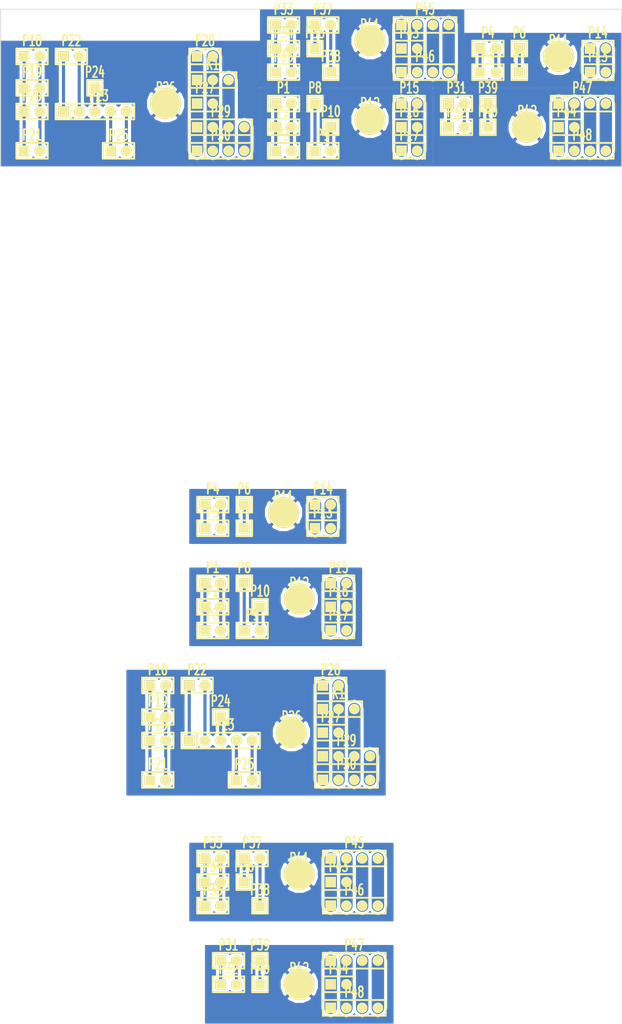
<source format=kicad_pcb>
(kicad_pcb (version 3) (host pcbnew "(2013-05-31 BZR 4019)-stable")

  (general
    (links 162)
    (no_connects 46)
    (area 148.489999 34.28619 249.020001 199.490001)
    (thickness 1.6)
    (drawings 46)
    (tracks 116)
    (zones 0)
    (modules 98)
    (nets 39)
  )

  (page A3)
  (layers
    (15 F.Cu signal)
    (0 B.Cu signal)
    (16 B.Adhes user)
    (17 F.Adhes user)
    (18 B.Paste user)
    (19 F.Paste user)
    (20 B.SilkS user)
    (21 F.SilkS user)
    (22 B.Mask user)
    (23 F.Mask user)
    (24 Dwgs.User user)
    (25 Cmts.User user)
    (26 Eco1.User user)
    (27 Eco2.User user)
    (28 Edge.Cuts user)
  )

  (setup
    (last_trace_width 0.254)
    (user_trace_width 0.5)
    (user_trace_width 1)
    (user_trace_width 2)
    (user_trace_width 3)
    (trace_clearance 0.254)
    (zone_clearance 0.508)
    (zone_45_only no)
    (trace_min 0.254)
    (segment_width 0.2)
    (edge_width 0.1)
    (via_size 0.889)
    (via_drill 0.635)
    (via_min_size 0.889)
    (via_min_drill 0.508)
    (uvia_size 0.508)
    (uvia_drill 0.127)
    (uvias_allowed no)
    (uvia_min_size 0.508)
    (uvia_min_drill 0.127)
    (pcb_text_width 0.3)
    (pcb_text_size 1.5 1.5)
    (mod_edge_width 0.15)
    (mod_text_size 1 1)
    (mod_text_width 0.15)
    (pad_size 5 5)
    (pad_drill 0.1)
    (pad_to_mask_clearance 0)
    (aux_axis_origin 0 0)
    (visible_elements 7FFFFBFF)
    (pcbplotparams
      (layerselection 1)
      (usegerberextensions false)
      (excludeedgelayer true)
      (linewidth 0.150000)
      (plotframeref false)
      (viasonmask false)
      (mode 1)
      (useauxorigin false)
      (hpglpennumber 1)
      (hpglpenspeed 20)
      (hpglpendiameter 15)
      (hpglpenoverlay 2)
      (psnegative false)
      (psa4output false)
      (plotreference true)
      (plotvalue true)
      (plotothertext true)
      (plotinvisibletext false)
      (padsonsilk false)
      (subtractmaskfromsilk false)
      (outputformat 2)
      (mirror false)
      (drillshape 2)
      (scaleselection 1)
      (outputdirectory ""))
  )

  (net 0 "")
  (net 1 GND)
  (net 2 N-000001)
  (net 3 N-0000010)
  (net 4 N-0000011)
  (net 5 N-0000012)
  (net 6 N-0000013)
  (net 7 N-0000014)
  (net 8 N-0000015)
  (net 9 N-0000016)
  (net 10 N-0000017)
  (net 11 N-0000018)
  (net 12 N-000002)
  (net 13 N-0000020)
  (net 14 N-0000021)
  (net 15 N-0000022)
  (net 16 N-0000023)
  (net 17 N-0000024)
  (net 18 N-0000025)
  (net 19 N-0000026)
  (net 20 N-0000027)
  (net 21 N-0000028)
  (net 22 N-0000029)
  (net 23 N-000003)
  (net 24 N-0000030)
  (net 25 N-0000031)
  (net 26 N-0000032)
  (net 27 N-0000033)
  (net 28 N-0000034)
  (net 29 N-0000035)
  (net 30 N-0000036)
  (net 31 N-0000037)
  (net 32 N-0000038)
  (net 33 N-000004)
  (net 34 N-000005)
  (net 35 N-000006)
  (net 36 N-000007)
  (net 37 N-000008)
  (net 38 N-000009)

  (net_class Default "Dies ist die voreingestellte Netzklasse."
    (clearance 0.254)
    (trace_width 0.254)
    (via_dia 0.889)
    (via_drill 0.635)
    (uvia_dia 0.508)
    (uvia_drill 0.127)
    (add_net "")
    (add_net GND)
    (add_net N-000001)
    (add_net N-0000010)
    (add_net N-0000011)
    (add_net N-0000012)
    (add_net N-0000013)
    (add_net N-0000014)
    (add_net N-0000015)
    (add_net N-0000016)
    (add_net N-0000017)
    (add_net N-0000018)
    (add_net N-000002)
    (add_net N-0000020)
    (add_net N-0000021)
    (add_net N-0000022)
    (add_net N-0000023)
    (add_net N-0000024)
    (add_net N-0000025)
    (add_net N-0000026)
    (add_net N-0000027)
    (add_net N-0000028)
    (add_net N-0000029)
    (add_net N-000003)
    (add_net N-0000030)
    (add_net N-0000031)
    (add_net N-0000032)
    (add_net N-0000033)
    (add_net N-0000034)
    (add_net N-0000035)
    (add_net N-0000036)
    (add_net N-0000037)
    (add_net N-0000038)
    (add_net N-000004)
    (add_net N-000005)
    (add_net N-000006)
    (add_net N-000007)
    (add_net N-000008)
    (add_net N-000009)
  )

  (module SIL-1 (layer F.Cu) (tedit 4C5EAF64) (tstamp 51F2FEC8)
    (at 232.41 45.72)
    (descr "Connecteurs 1 pin")
    (tags "CONN DEV")
    (path /51F1B176)
    (fp_text reference P7 (at 0 -2.54) (layer F.SilkS)
      (effects (font (size 1.72974 1.08712) (thickness 0.27178)))
    )
    (fp_text value CS (at 0 -2.54) (layer F.SilkS) hide
      (effects (font (size 1.524 1.016) (thickness 0.254)))
    )
    (fp_line (start -1.27 1.27) (end 1.27 1.27) (layer F.SilkS) (width 0.3175))
    (fp_line (start -1.27 -1.27) (end 1.27 -1.27) (layer F.SilkS) (width 0.3175))
    (fp_line (start -1.27 1.27) (end -1.27 -1.27) (layer F.SilkS) (width 0.3048))
    (fp_line (start 1.27 -1.27) (end 1.27 1.27) (layer F.SilkS) (width 0.3048))
    (pad 1 thru_hole rect (at 0 0) (size 1.7 1.7) (drill 0.1)
      (layers *.Cu *.Mask F.SilkS)
      (net 13 N-0000020)
    )
  )

  (module SIL-1 (layer F.Cu) (tedit 4C5EAF64) (tstamp 51F2FEC0)
    (at 232.41 41.91)
    (descr "Connecteurs 1 pin")
    (tags "CONN DEV")
    (path /51F1B155)
    (fp_text reference P6 (at 0 -2.54) (layer F.SilkS)
      (effects (font (size 1.72974 1.08712) (thickness 0.27178)))
    )
    (fp_text value CS (at 0 -2.54) (layer F.SilkS) hide
      (effects (font (size 1.524 1.016) (thickness 0.254)))
    )
    (fp_line (start -1.27 1.27) (end 1.27 1.27) (layer F.SilkS) (width 0.3175))
    (fp_line (start -1.27 -1.27) (end 1.27 -1.27) (layer F.SilkS) (width 0.3175))
    (fp_line (start -1.27 1.27) (end -1.27 -1.27) (layer F.SilkS) (width 0.3048))
    (fp_line (start 1.27 -1.27) (end 1.27 1.27) (layer F.SilkS) (width 0.3048))
    (pad 1 thru_hole rect (at 0 0) (size 1.7 1.7) (drill 0.1)
      (layers *.Cu *.Mask F.SilkS)
      (net 13 N-0000020)
    )
  )

  (module SIL-1 (layer F.Cu) (tedit 51F2F951) (tstamp 51F2FEB8)
    (at 238.76 43.18)
    (descr "Connecteurs 1 pin")
    (tags "CONN DEV")
    (path /51F1B0C3)
    (fp_text reference P11 (at 0 -2.54) (layer F.SilkS)
      (effects (font (size 1.72974 1.08712) (thickness 0.27178)))
    )
    (fp_text value schraube (at 0 -2.54) (layer F.SilkS) hide
      (effects (font (size 1.524 1.016) (thickness 0.254)))
    )
    (fp_line (start -1.27 1.27) (end 1.27 1.27) (layer F.SilkS) (width 0.3175))
    (fp_line (start -1.27 -1.27) (end 1.27 -1.27) (layer F.SilkS) (width 0.3175))
    (fp_line (start -1.27 1.27) (end -1.27 -1.27) (layer F.SilkS) (width 0.3048))
    (fp_line (start 1.27 -1.27) (end 1.27 1.27) (layer F.SilkS) (width 0.3048))
    (pad 1 thru_hole circle (at 0 0) (size 5 5) (drill 0.1)
      (layers *.Cu *.Mask F.SilkS)
      (net 1 GND)
    )
  )

  (module SIL-2 (layer F.Cu) (tedit 200000) (tstamp 51F2FEAF)
    (at 227.33 45.72)
    (descr "Connecteurs 2 pins")
    (tags "CONN DEV")
    (path /51F1AF8F)
    (fp_text reference P5 (at 0 -2.54) (layer F.SilkS)
      (effects (font (size 1.72974 1.08712) (thickness 0.3048)))
    )
    (fp_text value USART (at 0 -2.54) (layer F.SilkS) hide
      (effects (font (size 1.524 1.016) (thickness 0.3048)))
    )
    (fp_line (start -2.54 1.27) (end -2.54 -1.27) (layer F.SilkS) (width 0.3048))
    (fp_line (start -2.54 -1.27) (end 2.54 -1.27) (layer F.SilkS) (width 0.3048))
    (fp_line (start 2.54 -1.27) (end 2.54 1.27) (layer F.SilkS) (width 0.3048))
    (fp_line (start 2.54 1.27) (end -2.54 1.27) (layer F.SilkS) (width 0.3048))
    (pad 1 thru_hole rect (at -1.27 0) (size 1.7 1.7) (drill 0.1)
      (layers *.Cu *.Mask F.SilkS)
      (net 18 N-0000025)
    )
    (pad 2 thru_hole circle (at 1.27 0) (size 1.7 1.7) (drill 0.1)
      (layers *.Cu *.Mask F.SilkS)
      (net 19 N-0000026)
    )
  )

  (module SIL-2 (layer F.Cu) (tedit 200000) (tstamp 51F2FEA6)
    (at 227.33 41.91)
    (descr "Connecteurs 2 pins")
    (tags "CONN DEV")
    (path /51F1AF89)
    (fp_text reference P4 (at 0 -2.54) (layer F.SilkS)
      (effects (font (size 1.72974 1.08712) (thickness 0.3048)))
    )
    (fp_text value USART (at 0 -2.54) (layer F.SilkS) hide
      (effects (font (size 1.524 1.016) (thickness 0.3048)))
    )
    (fp_line (start -2.54 1.27) (end -2.54 -1.27) (layer F.SilkS) (width 0.3048))
    (fp_line (start -2.54 -1.27) (end 2.54 -1.27) (layer F.SilkS) (width 0.3048))
    (fp_line (start 2.54 -1.27) (end 2.54 1.27) (layer F.SilkS) (width 0.3048))
    (fp_line (start 2.54 1.27) (end -2.54 1.27) (layer F.SilkS) (width 0.3048))
    (pad 1 thru_hole rect (at -1.27 0) (size 1.7 1.7) (drill 0.1)
      (layers *.Cu *.Mask F.SilkS)
      (net 18 N-0000025)
    )
    (pad 2 thru_hole circle (at 1.27 0) (size 1.7 1.7) (drill 0.1)
      (layers *.Cu *.Mask F.SilkS)
      (net 19 N-0000026)
    )
  )

  (module SIL-2 (layer F.Cu) (tedit 200000) (tstamp 51F2FE9D)
    (at 245.11 45.72)
    (descr "Connecteurs 2 pins")
    (tags "CONN DEV")
    (path /51F2F11D)
    (fp_text reference P13 (at 0 -2.54) (layer F.SilkS)
      (effects (font (size 1.72974 1.08712) (thickness 0.3048)))
    )
    (fp_text value LED (at 0 -2.54) (layer F.SilkS) hide
      (effects (font (size 1.524 1.016) (thickness 0.3048)))
    )
    (fp_line (start -2.54 1.27) (end -2.54 -1.27) (layer F.SilkS) (width 0.3048))
    (fp_line (start -2.54 -1.27) (end 2.54 -1.27) (layer F.SilkS) (width 0.3048))
    (fp_line (start 2.54 -1.27) (end 2.54 1.27) (layer F.SilkS) (width 0.3048))
    (fp_line (start 2.54 1.27) (end -2.54 1.27) (layer F.SilkS) (width 0.3048))
    (pad 1 thru_hole rect (at -1.27 0) (size 1.7 1.7) (drill 0.1)
      (layers *.Cu *.Mask F.SilkS)
      (net 4 N-0000011)
    )
    (pad 2 thru_hole circle (at 1.27 0) (size 1.7 1.7) (drill 0.1)
      (layers *.Cu *.Mask F.SilkS)
      (net 5 N-0000012)
    )
  )

  (module SIL-2 (layer F.Cu) (tedit 200000) (tstamp 51F2FE94)
    (at 245.11 41.91)
    (descr "Connecteurs 2 pins")
    (tags "CONN DEV")
    (path /51F2F117)
    (fp_text reference P14 (at 0 -2.54) (layer F.SilkS)
      (effects (font (size 1.72974 1.08712) (thickness 0.3048)))
    )
    (fp_text value Power (at 0 -2.54) (layer F.SilkS) hide
      (effects (font (size 1.524 1.016) (thickness 0.3048)))
    )
    (fp_line (start -2.54 1.27) (end -2.54 -1.27) (layer F.SilkS) (width 0.3048))
    (fp_line (start -2.54 -1.27) (end 2.54 -1.27) (layer F.SilkS) (width 0.3048))
    (fp_line (start 2.54 -1.27) (end 2.54 1.27) (layer F.SilkS) (width 0.3048))
    (fp_line (start 2.54 1.27) (end -2.54 1.27) (layer F.SilkS) (width 0.3048))
    (pad 1 thru_hole rect (at -1.27 0) (size 1.7 1.7) (drill 0.1)
      (layers *.Cu *.Mask F.SilkS)
      (net 4 N-0000011)
    )
    (pad 2 thru_hole circle (at 1.27 0) (size 1.7 1.7) (drill 0.1)
      (layers *.Cu *.Mask F.SilkS)
      (net 5 N-0000012)
    )
  )

  (module SIL-1 (layer F.Cu) (tedit 51F2F32C) (tstamp 51F2FE7E)
    (at 233.68 54.61)
    (descr "Connecteurs 1 pin")
    (tags "CONN DEV")
    (path /51F1BCE3)
    (fp_text reference P42 (at 0 -2.54) (layer F.SilkS)
      (effects (font (size 1.72974 1.08712) (thickness 0.27178)))
    )
    (fp_text value schraube (at 0 -2.54) (layer F.SilkS) hide
      (effects (font (size 1.524 1.016) (thickness 0.254)))
    )
    (fp_line (start -1.27 1.27) (end 1.27 1.27) (layer F.SilkS) (width 0.3175))
    (fp_line (start -1.27 -1.27) (end 1.27 -1.27) (layer F.SilkS) (width 0.3175))
    (fp_line (start -1.27 1.27) (end -1.27 -1.27) (layer F.SilkS) (width 0.3048))
    (fp_line (start 1.27 -1.27) (end 1.27 1.27) (layer F.SilkS) (width 0.3048))
    (pad 1 thru_hole circle (at 0 0) (size 5 5) (drill 0.1)
      (layers *.Cu *.Mask F.SilkS)
      (net 1 GND)
    )
  )

  (module SIL-1 (layer F.Cu) (tedit 4C5EAF64) (tstamp 51F2FE76)
    (at 227.33 54.61)
    (descr "Connecteurs 1 pin")
    (tags "CONN DEV")
    (path /51F1BC92)
    (fp_text reference P40 (at 0 -2.54) (layer F.SilkS)
      (effects (font (size 1.72974 1.08712) (thickness 0.27178)))
    )
    (fp_text value CS (at 0 -2.54) (layer F.SilkS) hide
      (effects (font (size 1.524 1.016) (thickness 0.254)))
    )
    (fp_line (start -1.27 1.27) (end 1.27 1.27) (layer F.SilkS) (width 0.3175))
    (fp_line (start -1.27 -1.27) (end 1.27 -1.27) (layer F.SilkS) (width 0.3175))
    (fp_line (start -1.27 1.27) (end -1.27 -1.27) (layer F.SilkS) (width 0.3048))
    (fp_line (start 1.27 -1.27) (end 1.27 1.27) (layer F.SilkS) (width 0.3048))
    (pad 1 thru_hole rect (at 0 0) (size 1.7 1.7) (drill 0.1)
      (layers *.Cu *.Mask F.SilkS)
      (net 27 N-0000033)
    )
  )

  (module SIL-1 (layer F.Cu) (tedit 4C5EAF64) (tstamp 51F2FE6E)
    (at 227.33 50.8)
    (descr "Connecteurs 1 pin")
    (tags "CONN DEV")
    (path /51F1BC8C)
    (fp_text reference P39 (at 0 -2.54) (layer F.SilkS)
      (effects (font (size 1.72974 1.08712) (thickness 0.27178)))
    )
    (fp_text value CS (at 0 -2.54) (layer F.SilkS) hide
      (effects (font (size 1.524 1.016) (thickness 0.254)))
    )
    (fp_line (start -1.27 1.27) (end 1.27 1.27) (layer F.SilkS) (width 0.3175))
    (fp_line (start -1.27 -1.27) (end 1.27 -1.27) (layer F.SilkS) (width 0.3175))
    (fp_line (start -1.27 1.27) (end -1.27 -1.27) (layer F.SilkS) (width 0.3048))
    (fp_line (start 1.27 -1.27) (end 1.27 1.27) (layer F.SilkS) (width 0.3048))
    (pad 1 thru_hole rect (at 0 0) (size 1.7 1.7) (drill 0.1)
      (layers *.Cu *.Mask F.SilkS)
      (net 27 N-0000033)
    )
  )

  (module SIL-2 (layer F.Cu) (tedit 200000) (tstamp 51F2FE65)
    (at 240.03 54.61)
    (descr "Connecteurs 2 pins")
    (tags "CONN DEV")
    (path /51F2EDEF)
    (fp_text reference P44 (at 0 -2.54) (layer F.SilkS)
      (effects (font (size 1.72974 1.08712) (thickness 0.3048)))
    )
    (fp_text value LED (at 0 -2.54) (layer F.SilkS) hide
      (effects (font (size 1.524 1.016) (thickness 0.3048)))
    )
    (fp_line (start -2.54 1.27) (end -2.54 -1.27) (layer F.SilkS) (width 0.3048))
    (fp_line (start -2.54 -1.27) (end 2.54 -1.27) (layer F.SilkS) (width 0.3048))
    (fp_line (start 2.54 -1.27) (end 2.54 1.27) (layer F.SilkS) (width 0.3048))
    (fp_line (start 2.54 1.27) (end -2.54 1.27) (layer F.SilkS) (width 0.3048))
    (pad 1 thru_hole rect (at -1.27 0) (size 1.7 1.7) (drill 0.1)
      (layers *.Cu *.Mask F.SilkS)
      (net 36 N-000007)
    )
    (pad 2 thru_hole circle (at 1.27 0) (size 1.7 1.7) (drill 0.1)
      (layers *.Cu *.Mask F.SilkS)
      (net 37 N-000008)
    )
  )

  (module SIL-2 (layer F.Cu) (tedit 200000) (tstamp 51F2FE5C)
    (at 222.25 54.61)
    (descr "Connecteurs 2 pins")
    (tags "CONN DEV")
    (path /51F1BC7D)
    (fp_text reference P32 (at 0 -2.54) (layer F.SilkS)
      (effects (font (size 1.72974 1.08712) (thickness 0.3048)))
    )
    (fp_text value USART (at 0 -2.54) (layer F.SilkS) hide
      (effects (font (size 1.524 1.016) (thickness 0.3048)))
    )
    (fp_line (start -2.54 1.27) (end -2.54 -1.27) (layer F.SilkS) (width 0.3048))
    (fp_line (start -2.54 -1.27) (end 2.54 -1.27) (layer F.SilkS) (width 0.3048))
    (fp_line (start 2.54 -1.27) (end 2.54 1.27) (layer F.SilkS) (width 0.3048))
    (fp_line (start 2.54 1.27) (end -2.54 1.27) (layer F.SilkS) (width 0.3048))
    (pad 1 thru_hole rect (at -1.27 0) (size 1.7 1.7) (drill 0.1)
      (layers *.Cu *.Mask F.SilkS)
      (net 25 N-0000031)
    )
    (pad 2 thru_hole circle (at 1.27 0) (size 1.7 1.7) (drill 0.1)
      (layers *.Cu *.Mask F.SilkS)
      (net 26 N-0000032)
    )
  )

  (module SIL-2 (layer F.Cu) (tedit 200000) (tstamp 51F2FE53)
    (at 222.25 50.8)
    (descr "Connecteurs 2 pins")
    (tags "CONN DEV")
    (path /51F1BC77)
    (fp_text reference P31 (at 0 -2.54) (layer F.SilkS)
      (effects (font (size 1.72974 1.08712) (thickness 0.3048)))
    )
    (fp_text value USART (at 0 -2.54) (layer F.SilkS) hide
      (effects (font (size 1.524 1.016) (thickness 0.3048)))
    )
    (fp_line (start -2.54 1.27) (end -2.54 -1.27) (layer F.SilkS) (width 0.3048))
    (fp_line (start -2.54 -1.27) (end 2.54 -1.27) (layer F.SilkS) (width 0.3048))
    (fp_line (start 2.54 -1.27) (end 2.54 1.27) (layer F.SilkS) (width 0.3048))
    (fp_line (start 2.54 1.27) (end -2.54 1.27) (layer F.SilkS) (width 0.3048))
    (pad 1 thru_hole rect (at -1.27 0) (size 1.7 1.7) (drill 0.1)
      (layers *.Cu *.Mask F.SilkS)
      (net 25 N-0000031)
    )
    (pad 2 thru_hole circle (at 1.27 0) (size 1.7 1.7) (drill 0.1)
      (layers *.Cu *.Mask F.SilkS)
      (net 26 N-0000032)
    )
  )

  (module SIL-4 (layer F.Cu) (tedit 51F2F21C) (tstamp 51F2FE45)
    (at 242.57 50.8)
    (descr "Connecteur 4 pibs")
    (tags "CONN DEV")
    (path /51F2EE06)
    (fp_text reference P47 (at 0 -2.54) (layer F.SilkS)
      (effects (font (size 1.73482 1.08712) (thickness 0.3048)))
    )
    (fp_text value Power (at 0 -2.54) (layer F.SilkS) hide
      (effects (font (size 1.524 1.016) (thickness 0.3048)))
    )
    (fp_line (start -5.08 -1.27) (end -5.08 -1.27) (layer F.SilkS) (width 0.3048))
    (fp_line (start -5.08 1.27) (end -5.08 -1.27) (layer F.SilkS) (width 0.3048))
    (fp_line (start -5.08 -1.27) (end -5.08 -1.27) (layer F.SilkS) (width 0.3048))
    (fp_line (start -5.08 -1.27) (end 5.08 -1.27) (layer F.SilkS) (width 0.3048))
    (fp_line (start 5.08 -1.27) (end 5.08 1.27) (layer F.SilkS) (width 0.3048))
    (fp_line (start 5.08 1.27) (end -5.08 1.27) (layer F.SilkS) (width 0.3048))
    (fp_line (start -2.54 1.27) (end -2.54 -1.27) (layer F.SilkS) (width 0.3048))
    (pad 1 thru_hole rect (at -3.81 0) (size 1.7 1.7) (drill 0.1)
      (layers *.Cu *.Mask F.SilkS)
      (net 36 N-000007)
    )
    (pad 2 thru_hole circle (at -1.27 0) (size 1.7 1.7) (drill 0.1)
      (layers *.Cu *.Mask F.SilkS)
      (net 37 N-000008)
    )
    (pad 3 thru_hole circle (at 1.27 0) (size 1.7 1.7) (drill 0.1)
      (layers *.Cu *.Mask F.SilkS)
      (net 38 N-000009)
    )
    (pad 4 thru_hole circle (at 3.81 0) (size 1.7 1.7) (drill 0.1)
      (layers *.Cu *.Mask F.SilkS)
      (net 3 N-0000010)
    )
  )

  (module SIL-4 (layer F.Cu) (tedit 51F2F23F) (tstamp 51F2FE37)
    (at 242.57 58.42)
    (descr "Connecteur 4 pibs")
    (tags "CONN DEV")
    (path /51F2EDD3)
    (fp_text reference P48 (at 0 -2.54) (layer F.SilkS)
      (effects (font (size 1.73482 1.08712) (thickness 0.3048)))
    )
    (fp_text value Power (at 0 -2.54) (layer F.SilkS) hide
      (effects (font (size 1.524 1.016) (thickness 0.3048)))
    )
    (fp_line (start -5.08 -1.27) (end -5.08 -1.27) (layer F.SilkS) (width 0.3048))
    (fp_line (start -5.08 1.27) (end -5.08 -1.27) (layer F.SilkS) (width 0.3048))
    (fp_line (start -5.08 -1.27) (end -5.08 -1.27) (layer F.SilkS) (width 0.3048))
    (fp_line (start -5.08 -1.27) (end 5.08 -1.27) (layer F.SilkS) (width 0.3048))
    (fp_line (start 5.08 -1.27) (end 5.08 1.27) (layer F.SilkS) (width 0.3048))
    (fp_line (start 5.08 1.27) (end -5.08 1.27) (layer F.SilkS) (width 0.3048))
    (fp_line (start -2.54 1.27) (end -2.54 -1.27) (layer F.SilkS) (width 0.3048))
    (pad 1 thru_hole rect (at -3.81 0) (size 1.7 1.7) (drill 0.1)
      (layers *.Cu *.Mask F.SilkS)
      (net 36 N-000007)
    )
    (pad 2 thru_hole circle (at -1.27 0) (size 1.7 1.7) (drill 0.1)
      (layers *.Cu *.Mask F.SilkS)
      (net 37 N-000008)
    )
    (pad 3 thru_hole circle (at 1.27 0) (size 1.7 1.7) (drill 0.1)
      (layers *.Cu *.Mask F.SilkS)
      (net 38 N-000009)
    )
    (pad 4 thru_hole circle (at 3.81 0) (size 1.7 1.7) (drill 0.1)
      (layers *.Cu *.Mask F.SilkS)
      (net 3 N-0000010)
    )
  )

  (module SIL-1 (layer F.Cu) (tedit 51F2F4F8) (tstamp 51F2FE1E)
    (at 208.28 40.64)
    (descr "Connecteurs 1 pin")
    (tags "CONN DEV")
    (path /51F1B7EA)
    (fp_text reference P41 (at 0 -2.54) (layer F.SilkS)
      (effects (font (size 1.72974 1.08712) (thickness 0.27178)))
    )
    (fp_text value schraube (at 0 -2.54) (layer F.SilkS) hide
      (effects (font (size 1.524 1.016) (thickness 0.254)))
    )
    (fp_line (start -1.27 1.27) (end 1.27 1.27) (layer F.SilkS) (width 0.3175))
    (fp_line (start -1.27 -1.27) (end 1.27 -1.27) (layer F.SilkS) (width 0.3175))
    (fp_line (start -1.27 1.27) (end -1.27 -1.27) (layer F.SilkS) (width 0.3048))
    (fp_line (start 1.27 -1.27) (end 1.27 1.27) (layer F.SilkS) (width 0.3048))
    (pad 1 thru_hole circle (at 0 0) (size 5 5) (drill 0.1)
      (layers *.Cu *.Mask F.SilkS)
      (net 1 GND)
    )
  )

  (module SIL-1 (layer F.Cu) (tedit 4C5EAF64) (tstamp 51F2FE16)
    (at 201.93 45.72)
    (descr "Connecteurs 1 pin")
    (tags "CONN DEV")
    (path /51F1B787)
    (fp_text reference P38 (at 0 -2.54) (layer F.SilkS)
      (effects (font (size 1.72974 1.08712) (thickness 0.27178)))
    )
    (fp_text value CS (at 0 -2.54) (layer F.SilkS) hide
      (effects (font (size 1.524 1.016) (thickness 0.254)))
    )
    (fp_line (start -1.27 1.27) (end 1.27 1.27) (layer F.SilkS) (width 0.3175))
    (fp_line (start -1.27 -1.27) (end 1.27 -1.27) (layer F.SilkS) (width 0.3175))
    (fp_line (start -1.27 1.27) (end -1.27 -1.27) (layer F.SilkS) (width 0.3048))
    (fp_line (start 1.27 -1.27) (end 1.27 1.27) (layer F.SilkS) (width 0.3048))
    (pad 1 thru_hole rect (at 0 0) (size 1.7 1.7) (drill 0.1)
      (layers *.Cu *.Mask F.SilkS)
      (net 22 N-0000029)
    )
  )

  (module SIL-1 (layer F.Cu) (tedit 4C5EAF64) (tstamp 51F2FE0E)
    (at 199.39 41.91)
    (descr "Connecteurs 1 pin")
    (tags "CONN DEV")
    (path /51F1B77A)
    (fp_text reference P36 (at 0 -2.54) (layer F.SilkS)
      (effects (font (size 1.72974 1.08712) (thickness 0.27178)))
    )
    (fp_text value CS (at 0 -2.54) (layer F.SilkS) hide
      (effects (font (size 1.524 1.016) (thickness 0.254)))
    )
    (fp_line (start -1.27 1.27) (end 1.27 1.27) (layer F.SilkS) (width 0.3175))
    (fp_line (start -1.27 -1.27) (end 1.27 -1.27) (layer F.SilkS) (width 0.3175))
    (fp_line (start -1.27 1.27) (end -1.27 -1.27) (layer F.SilkS) (width 0.3048))
    (fp_line (start 1.27 -1.27) (end 1.27 1.27) (layer F.SilkS) (width 0.3048))
    (pad 1 thru_hole rect (at 0 0) (size 1.7 1.7) (drill 0.1)
      (layers *.Cu *.Mask F.SilkS)
      (net 24 N-0000030)
    )
  )

  (module SIL-2 (layer F.Cu) (tedit 200000) (tstamp 51F2FE05)
    (at 194.31 45.72)
    (descr "Connecteurs 2 pins")
    (tags "CONN DEV")
    (path /51F1B6FC)
    (fp_text reference P35 (at 0 -2.54) (layer F.SilkS)
      (effects (font (size 1.72974 1.08712) (thickness 0.3048)))
    )
    (fp_text value USART (at 0 -2.54) (layer F.SilkS) hide
      (effects (font (size 1.524 1.016) (thickness 0.3048)))
    )
    (fp_line (start -2.54 1.27) (end -2.54 -1.27) (layer F.SilkS) (width 0.3048))
    (fp_line (start -2.54 -1.27) (end 2.54 -1.27) (layer F.SilkS) (width 0.3048))
    (fp_line (start 2.54 -1.27) (end 2.54 1.27) (layer F.SilkS) (width 0.3048))
    (fp_line (start 2.54 1.27) (end -2.54 1.27) (layer F.SilkS) (width 0.3048))
    (pad 1 thru_hole rect (at -1.27 0) (size 1.7 1.7) (drill 0.1)
      (layers *.Cu *.Mask F.SilkS)
      (net 28 N-0000034)
    )
    (pad 2 thru_hole circle (at 1.27 0) (size 1.7 1.7) (drill 0.1)
      (layers *.Cu *.Mask F.SilkS)
      (net 32 N-0000038)
    )
  )

  (module SIL-2 (layer F.Cu) (tedit 200000) (tstamp 51F2FDFC)
    (at 200.66 38.1)
    (descr "Connecteurs 2 pins")
    (tags "CONN DEV")
    (path /51F1B709)
    (fp_text reference P37 (at 0 -2.54) (layer F.SilkS)
      (effects (font (size 1.72974 1.08712) (thickness 0.3048)))
    )
    (fp_text value CS (at 0 -2.54) (layer F.SilkS) hide
      (effects (font (size 1.524 1.016) (thickness 0.3048)))
    )
    (fp_line (start -2.54 1.27) (end -2.54 -1.27) (layer F.SilkS) (width 0.3048))
    (fp_line (start -2.54 -1.27) (end 2.54 -1.27) (layer F.SilkS) (width 0.3048))
    (fp_line (start 2.54 -1.27) (end 2.54 1.27) (layer F.SilkS) (width 0.3048))
    (fp_line (start 2.54 1.27) (end -2.54 1.27) (layer F.SilkS) (width 0.3048))
    (pad 1 thru_hole rect (at -1.27 0) (size 1.7 1.7) (drill 0.1)
      (layers *.Cu *.Mask F.SilkS)
      (net 24 N-0000030)
    )
    (pad 2 thru_hole circle (at 1.27 0) (size 1.7 1.7) (drill 0.1)
      (layers *.Cu *.Mask F.SilkS)
      (net 22 N-0000029)
    )
  )

  (module SIL-2 (layer F.Cu) (tedit 200000) (tstamp 51F2FDF3)
    (at 194.31 41.91)
    (descr "Connecteurs 2 pins")
    (tags "CONN DEV")
    (path /51F1B6F6)
    (fp_text reference P34 (at 0 -2.54) (layer F.SilkS)
      (effects (font (size 1.72974 1.08712) (thickness 0.3048)))
    )
    (fp_text value USART (at 0 -2.54) (layer F.SilkS) hide
      (effects (font (size 1.524 1.016) (thickness 0.3048)))
    )
    (fp_line (start -2.54 1.27) (end -2.54 -1.27) (layer F.SilkS) (width 0.3048))
    (fp_line (start -2.54 -1.27) (end 2.54 -1.27) (layer F.SilkS) (width 0.3048))
    (fp_line (start 2.54 -1.27) (end 2.54 1.27) (layer F.SilkS) (width 0.3048))
    (fp_line (start 2.54 1.27) (end -2.54 1.27) (layer F.SilkS) (width 0.3048))
    (pad 1 thru_hole rect (at -1.27 0) (size 1.7 1.7) (drill 0.1)
      (layers *.Cu *.Mask F.SilkS)
      (net 28 N-0000034)
    )
    (pad 2 thru_hole circle (at 1.27 0) (size 1.7 1.7) (drill 0.1)
      (layers *.Cu *.Mask F.SilkS)
      (net 32 N-0000038)
    )
  )

  (module SIL-2 (layer F.Cu) (tedit 200000) (tstamp 51F2FDEA)
    (at 194.31 38.1)
    (descr "Connecteurs 2 pins")
    (tags "CONN DEV")
    (path /51F1B6F0)
    (fp_text reference P33 (at 0 -2.54) (layer F.SilkS)
      (effects (font (size 1.72974 1.08712) (thickness 0.3048)))
    )
    (fp_text value USART (at 0 -2.54) (layer F.SilkS) hide
      (effects (font (size 1.524 1.016) (thickness 0.3048)))
    )
    (fp_line (start -2.54 1.27) (end -2.54 -1.27) (layer F.SilkS) (width 0.3048))
    (fp_line (start -2.54 -1.27) (end 2.54 -1.27) (layer F.SilkS) (width 0.3048))
    (fp_line (start 2.54 -1.27) (end 2.54 1.27) (layer F.SilkS) (width 0.3048))
    (fp_line (start 2.54 1.27) (end -2.54 1.27) (layer F.SilkS) (width 0.3048))
    (pad 1 thru_hole rect (at -1.27 0) (size 1.7 1.7) (drill 0.1)
      (layers *.Cu *.Mask F.SilkS)
      (net 28 N-0000034)
    )
    (pad 2 thru_hole circle (at 1.27 0) (size 1.7 1.7) (drill 0.1)
      (layers *.Cu *.Mask F.SilkS)
      (net 32 N-0000038)
    )
  )

  (module SIL-2 (layer F.Cu) (tedit 200000) (tstamp 51F2FDE1)
    (at 214.63 41.91)
    (descr "Connecteurs 2 pins")
    (tags "CONN DEV")
    (path /51F2EF1C)
    (fp_text reference P43 (at 0 -2.54) (layer F.SilkS)
      (effects (font (size 1.72974 1.08712) (thickness 0.3048)))
    )
    (fp_text value LED (at 0 -2.54) (layer F.SilkS) hide
      (effects (font (size 1.524 1.016) (thickness 0.3048)))
    )
    (fp_line (start -2.54 1.27) (end -2.54 -1.27) (layer F.SilkS) (width 0.3048))
    (fp_line (start -2.54 -1.27) (end 2.54 -1.27) (layer F.SilkS) (width 0.3048))
    (fp_line (start 2.54 -1.27) (end 2.54 1.27) (layer F.SilkS) (width 0.3048))
    (fp_line (start 2.54 1.27) (end -2.54 1.27) (layer F.SilkS) (width 0.3048))
    (pad 1 thru_hole rect (at -1.27 0) (size 1.7 1.7) (drill 0.1)
      (layers *.Cu *.Mask F.SilkS)
      (net 33 N-000004)
    )
    (pad 2 thru_hole circle (at 1.27 0) (size 1.7 1.7) (drill 0.1)
      (layers *.Cu *.Mask F.SilkS)
      (net 12 N-000002)
    )
  )

  (module SIL-4 (layer F.Cu) (tedit 200000) (tstamp 51F2FDD3)
    (at 217.17 45.72)
    (descr "Connecteur 4 pibs")
    (tags "CONN DEV")
    (path /51F2EF16)
    (fp_text reference P46 (at 0 -2.54) (layer F.SilkS)
      (effects (font (size 1.73482 1.08712) (thickness 0.3048)))
    )
    (fp_text value Power (at 0 -2.54) (layer F.SilkS) hide
      (effects (font (size 1.524 1.016) (thickness 0.3048)))
    )
    (fp_line (start -5.08 -1.27) (end -5.08 -1.27) (layer F.SilkS) (width 0.3048))
    (fp_line (start -5.08 1.27) (end -5.08 -1.27) (layer F.SilkS) (width 0.3048))
    (fp_line (start -5.08 -1.27) (end -5.08 -1.27) (layer F.SilkS) (width 0.3048))
    (fp_line (start -5.08 -1.27) (end 5.08 -1.27) (layer F.SilkS) (width 0.3048))
    (fp_line (start 5.08 -1.27) (end 5.08 1.27) (layer F.SilkS) (width 0.3048))
    (fp_line (start 5.08 1.27) (end -5.08 1.27) (layer F.SilkS) (width 0.3048))
    (fp_line (start -2.54 1.27) (end -2.54 -1.27) (layer F.SilkS) (width 0.3048))
    (pad 1 thru_hole rect (at -3.81 0) (size 1.7 1.7) (drill 0.1)
      (layers *.Cu *.Mask F.SilkS)
      (net 33 N-000004)
    )
    (pad 2 thru_hole circle (at -1.27 0) (size 1.7 1.7) (drill 0.1)
      (layers *.Cu *.Mask F.SilkS)
      (net 12 N-000002)
    )
    (pad 3 thru_hole circle (at 1.27 0) (size 1.7 1.7) (drill 0.1)
      (layers *.Cu *.Mask F.SilkS)
      (net 23 N-000003)
    )
    (pad 4 thru_hole circle (at 3.81 0) (size 1.7 1.7) (drill 0.1)
      (layers *.Cu *.Mask F.SilkS)
      (net 2 N-000001)
    )
  )

  (module SIL-4 (layer F.Cu) (tedit 200000) (tstamp 51F2FDC5)
    (at 217.17 38.1)
    (descr "Connecteur 4 pibs")
    (tags "CONN DEV")
    (path /51F2EF22)
    (fp_text reference P45 (at 0 -2.54) (layer F.SilkS)
      (effects (font (size 1.73482 1.08712) (thickness 0.3048)))
    )
    (fp_text value Power (at 0 -2.54) (layer F.SilkS) hide
      (effects (font (size 1.524 1.016) (thickness 0.3048)))
    )
    (fp_line (start -5.08 -1.27) (end -5.08 -1.27) (layer F.SilkS) (width 0.3048))
    (fp_line (start -5.08 1.27) (end -5.08 -1.27) (layer F.SilkS) (width 0.3048))
    (fp_line (start -5.08 -1.27) (end -5.08 -1.27) (layer F.SilkS) (width 0.3048))
    (fp_line (start -5.08 -1.27) (end 5.08 -1.27) (layer F.SilkS) (width 0.3048))
    (fp_line (start 5.08 -1.27) (end 5.08 1.27) (layer F.SilkS) (width 0.3048))
    (fp_line (start 5.08 1.27) (end -5.08 1.27) (layer F.SilkS) (width 0.3048))
    (fp_line (start -2.54 1.27) (end -2.54 -1.27) (layer F.SilkS) (width 0.3048))
    (pad 1 thru_hole rect (at -3.81 0) (size 1.7 1.7) (drill 0.1)
      (layers *.Cu *.Mask F.SilkS)
      (net 33 N-000004)
    )
    (pad 2 thru_hole circle (at -1.27 0) (size 1.7 1.7) (drill 0.1)
      (layers *.Cu *.Mask F.SilkS)
      (net 12 N-000002)
    )
    (pad 3 thru_hole circle (at 1.27 0) (size 1.7 1.7) (drill 0.1)
      (layers *.Cu *.Mask F.SilkS)
      (net 23 N-000003)
    )
    (pad 4 thru_hole circle (at 3.81 0) (size 1.7 1.7) (drill 0.1)
      (layers *.Cu *.Mask F.SilkS)
      (net 2 N-000001)
    )
  )

  (module SIL-1 (layer F.Cu) (tedit 51F2F2A4) (tstamp 51F2FDAD)
    (at 199.39 50.8)
    (descr "Connecteurs 1 pin")
    (tags "CONN DEV")
    (path /51F1B71F)
    (fp_text reference P8 (at 0 -2.54) (layer F.SilkS)
      (effects (font (size 1.72974 1.08712) (thickness 0.27178)))
    )
    (fp_text value CS (at 0 -2.54) (layer F.SilkS) hide
      (effects (font (size 1.524 1.016) (thickness 0.254)))
    )
    (fp_line (start -1.27 1.27) (end 1.27 1.27) (layer F.SilkS) (width 0.3175))
    (fp_line (start -1.27 -1.27) (end 1.27 -1.27) (layer F.SilkS) (width 0.3175))
    (fp_line (start -1.27 1.27) (end -1.27 -1.27) (layer F.SilkS) (width 0.3048))
    (fp_line (start 1.27 -1.27) (end 1.27 1.27) (layer F.SilkS) (width 0.3048))
    (pad 1 thru_hole rect (at 0 0) (size 1.7 1.7) (drill 0.1)
      (layers *.Cu *.Mask F.SilkS)
      (net 14 N-0000021)
    )
  )

  (module SIL-1 (layer F.Cu) (tedit 4C5EAF64) (tstamp 51F2FDA5)
    (at 201.93 54.61)
    (descr "Connecteurs 1 pin")
    (tags "CONN DEV")
    (path /51F1B1B1)
    (fp_text reference P10 (at 0 -2.54) (layer F.SilkS)
      (effects (font (size 1.72974 1.08712) (thickness 0.27178)))
    )
    (fp_text value CS (at 0 -2.54) (layer F.SilkS) hide
      (effects (font (size 1.524 1.016) (thickness 0.254)))
    )
    (fp_line (start -1.27 1.27) (end 1.27 1.27) (layer F.SilkS) (width 0.3175))
    (fp_line (start -1.27 -1.27) (end 1.27 -1.27) (layer F.SilkS) (width 0.3175))
    (fp_line (start -1.27 1.27) (end -1.27 -1.27) (layer F.SilkS) (width 0.3048))
    (fp_line (start 1.27 -1.27) (end 1.27 1.27) (layer F.SilkS) (width 0.3048))
    (pad 1 thru_hole rect (at 0 0) (size 1.7 1.7) (drill 0.1)
      (layers *.Cu *.Mask F.SilkS)
      (net 15 N-0000022)
    )
  )

  (module SIL-1 (layer F.Cu) (tedit 51F2F8A5) (tstamp 51F2FD9D)
    (at 208.28 53.34)
    (descr "Connecteurs 1 pin")
    (tags "CONN DEV")
    (path /51F1B0FE)
    (fp_text reference P12 (at 0 -2.54) (layer F.SilkS)
      (effects (font (size 1.72974 1.08712) (thickness 0.27178)))
    )
    (fp_text value schraube (at 0 -2.54) (layer F.SilkS) hide
      (effects (font (size 1.524 1.016) (thickness 0.254)))
    )
    (fp_line (start -1.27 1.27) (end 1.27 1.27) (layer F.SilkS) (width 0.3175))
    (fp_line (start -1.27 -1.27) (end 1.27 -1.27) (layer F.SilkS) (width 0.3175))
    (fp_line (start -1.27 1.27) (end -1.27 -1.27) (layer F.SilkS) (width 0.3048))
    (fp_line (start 1.27 -1.27) (end 1.27 1.27) (layer F.SilkS) (width 0.3048))
    (pad 1 thru_hole circle (at 0 0) (size 5 5) (drill 0.1)
      (layers *.Cu *.Mask F.SilkS)
      (net 1 GND)
    )
  )

  (module SIL-2 (layer F.Cu) (tedit 200000) (tstamp 51F2FD94)
    (at 194.31 58.42)
    (descr "Connecteurs 2 pins")
    (tags "CONN DEV")
    (path /51F1AFBF)
    (fp_text reference P3 (at 0 -2.54) (layer F.SilkS)
      (effects (font (size 1.72974 1.08712) (thickness 0.3048)))
    )
    (fp_text value USART (at 0 -2.54) (layer F.SilkS) hide
      (effects (font (size 1.524 1.016) (thickness 0.3048)))
    )
    (fp_line (start -2.54 1.27) (end -2.54 -1.27) (layer F.SilkS) (width 0.3048))
    (fp_line (start -2.54 -1.27) (end 2.54 -1.27) (layer F.SilkS) (width 0.3048))
    (fp_line (start 2.54 -1.27) (end 2.54 1.27) (layer F.SilkS) (width 0.3048))
    (fp_line (start 2.54 1.27) (end -2.54 1.27) (layer F.SilkS) (width 0.3048))
    (pad 1 thru_hole rect (at -1.27 0) (size 1.7 1.7) (drill 0.1)
      (layers *.Cu *.Mask F.SilkS)
      (net 20 N-0000027)
    )
    (pad 2 thru_hole circle (at 1.27 0) (size 1.7 1.7) (drill 0.1)
      (layers *.Cu *.Mask F.SilkS)
      (net 21 N-0000028)
    )
  )

  (module SIL-2 (layer F.Cu) (tedit 51F2F295) (tstamp 51F2FD8B)
    (at 194.31 54.61)
    (descr "Connecteurs 2 pins")
    (tags "CONN DEV")
    (path /51F1AFB9)
    (fp_text reference P2 (at 0 -2.54) (layer F.SilkS)
      (effects (font (size 1.72974 1.08712) (thickness 0.3048)))
    )
    (fp_text value USART (at 0 -2.54) (layer F.SilkS) hide
      (effects (font (size 1.524 1.016) (thickness 0.3048)))
    )
    (fp_line (start -2.54 1.27) (end -2.54 -1.27) (layer F.SilkS) (width 0.3048))
    (fp_line (start -2.54 -1.27) (end 2.54 -1.27) (layer F.SilkS) (width 0.3048))
    (fp_line (start 2.54 -1.27) (end 2.54 1.27) (layer F.SilkS) (width 0.3048))
    (fp_line (start 2.54 1.27) (end -2.54 1.27) (layer F.SilkS) (width 0.3048))
    (pad 1 thru_hole rect (at -1.27 0) (size 1.7 1.7) (drill 0.1)
      (layers *.Cu *.Mask F.SilkS)
      (net 20 N-0000027)
    )
    (pad 2 thru_hole circle (at 1.27 0) (size 1.7 1.7) (drill 0.1)
      (layers *.Cu *.Mask F.SilkS)
      (net 21 N-0000028)
    )
  )

  (module SIL-2 (layer F.Cu) (tedit 200000) (tstamp 51F2FD82)
    (at 194.31 50.8)
    (descr "Connecteurs 2 pins")
    (tags "CONN DEV")
    (path /51F1AFB2)
    (fp_text reference P1 (at 0 -2.54) (layer F.SilkS)
      (effects (font (size 1.72974 1.08712) (thickness 0.3048)))
    )
    (fp_text value USART (at 0 -2.54) (layer F.SilkS) hide
      (effects (font (size 1.524 1.016) (thickness 0.3048)))
    )
    (fp_line (start -2.54 1.27) (end -2.54 -1.27) (layer F.SilkS) (width 0.3048))
    (fp_line (start -2.54 -1.27) (end 2.54 -1.27) (layer F.SilkS) (width 0.3048))
    (fp_line (start 2.54 -1.27) (end 2.54 1.27) (layer F.SilkS) (width 0.3048))
    (fp_line (start 2.54 1.27) (end -2.54 1.27) (layer F.SilkS) (width 0.3048))
    (pad 1 thru_hole rect (at -1.27 0) (size 1.7 1.7) (drill 0.1)
      (layers *.Cu *.Mask F.SilkS)
      (net 20 N-0000027)
    )
    (pad 2 thru_hole circle (at 1.27 0) (size 1.7 1.7) (drill 0.1)
      (layers *.Cu *.Mask F.SilkS)
      (net 21 N-0000028)
    )
  )

  (module SIL-2 (layer F.Cu) (tedit 200000) (tstamp 51F2FD79)
    (at 200.66 58.42)
    (descr "Connecteurs 2 pins")
    (tags "CONN DEV")
    (path /51F1B1FB)
    (fp_text reference P9 (at 0 -2.54) (layer F.SilkS)
      (effects (font (size 1.72974 1.08712) (thickness 0.3048)))
    )
    (fp_text value CS (at 0 -2.54) (layer F.SilkS) hide
      (effects (font (size 1.524 1.016) (thickness 0.3048)))
    )
    (fp_line (start -2.54 1.27) (end -2.54 -1.27) (layer F.SilkS) (width 0.3048))
    (fp_line (start -2.54 -1.27) (end 2.54 -1.27) (layer F.SilkS) (width 0.3048))
    (fp_line (start 2.54 -1.27) (end 2.54 1.27) (layer F.SilkS) (width 0.3048))
    (fp_line (start 2.54 1.27) (end -2.54 1.27) (layer F.SilkS) (width 0.3048))
    (pad 1 thru_hole rect (at -1.27 0) (size 1.7 1.7) (drill 0.1)
      (layers *.Cu *.Mask F.SilkS)
      (net 14 N-0000021)
    )
    (pad 2 thru_hole circle (at 1.27 0) (size 1.7 1.7) (drill 0.1)
      (layers *.Cu *.Mask F.SilkS)
      (net 15 N-0000022)
    )
  )

  (module SIL-2 (layer F.Cu) (tedit 200000) (tstamp 51F2FD70)
    (at 214.63 54.61)
    (descr "Connecteurs 2 pins")
    (tags "CONN DEV")
    (path /51F2F1BE)
    (fp_text reference P16 (at 0 -2.54) (layer F.SilkS)
      (effects (font (size 1.72974 1.08712) (thickness 0.3048)))
    )
    (fp_text value LED (at 0 -2.54) (layer F.SilkS) hide
      (effects (font (size 1.524 1.016) (thickness 0.3048)))
    )
    (fp_line (start -2.54 1.27) (end -2.54 -1.27) (layer F.SilkS) (width 0.3048))
    (fp_line (start -2.54 -1.27) (end 2.54 -1.27) (layer F.SilkS) (width 0.3048))
    (fp_line (start 2.54 -1.27) (end 2.54 1.27) (layer F.SilkS) (width 0.3048))
    (fp_line (start 2.54 1.27) (end -2.54 1.27) (layer F.SilkS) (width 0.3048))
    (pad 1 thru_hole rect (at -1.27 0) (size 1.7 1.7) (drill 0.1)
      (layers *.Cu *.Mask F.SilkS)
      (net 6 N-0000013)
    )
    (pad 2 thru_hole circle (at 1.27 0) (size 1.7 1.7) (drill 0.1)
      (layers *.Cu *.Mask F.SilkS)
      (net 7 N-0000014)
    )
  )

  (module SIL-2 (layer F.Cu) (tedit 200000) (tstamp 51F2FD67)
    (at 214.63 50.8)
    (descr "Connecteurs 2 pins")
    (tags "CONN DEV")
    (path /51F2F107)
    (fp_text reference P15 (at 0 -2.54) (layer F.SilkS)
      (effects (font (size 1.72974 1.08712) (thickness 0.3048)))
    )
    (fp_text value Power (at 0 -2.54) (layer F.SilkS) hide
      (effects (font (size 1.524 1.016) (thickness 0.3048)))
    )
    (fp_line (start -2.54 1.27) (end -2.54 -1.27) (layer F.SilkS) (width 0.3048))
    (fp_line (start -2.54 -1.27) (end 2.54 -1.27) (layer F.SilkS) (width 0.3048))
    (fp_line (start 2.54 -1.27) (end 2.54 1.27) (layer F.SilkS) (width 0.3048))
    (fp_line (start 2.54 1.27) (end -2.54 1.27) (layer F.SilkS) (width 0.3048))
    (pad 1 thru_hole rect (at -1.27 0) (size 1.7 1.7) (drill 0.1)
      (layers *.Cu *.Mask F.SilkS)
      (net 6 N-0000013)
    )
    (pad 2 thru_hole circle (at 1.27 0) (size 1.7 1.7) (drill 0.1)
      (layers *.Cu *.Mask F.SilkS)
      (net 7 N-0000014)
    )
  )

  (module SIL-2 (layer F.Cu) (tedit 200000) (tstamp 51F2FD5E)
    (at 214.63 58.42)
    (descr "Connecteurs 2 pins")
    (tags "CONN DEV")
    (path /51F2F101)
    (fp_text reference P17 (at 0 -2.54) (layer F.SilkS)
      (effects (font (size 1.72974 1.08712) (thickness 0.3048)))
    )
    (fp_text value Power (at 0 -2.54) (layer F.SilkS) hide
      (effects (font (size 1.524 1.016) (thickness 0.3048)))
    )
    (fp_line (start -2.54 1.27) (end -2.54 -1.27) (layer F.SilkS) (width 0.3048))
    (fp_line (start -2.54 -1.27) (end 2.54 -1.27) (layer F.SilkS) (width 0.3048))
    (fp_line (start 2.54 -1.27) (end 2.54 1.27) (layer F.SilkS) (width 0.3048))
    (fp_line (start 2.54 1.27) (end -2.54 1.27) (layer F.SilkS) (width 0.3048))
    (pad 1 thru_hole rect (at -1.27 0) (size 1.7 1.7) (drill 0.1)
      (layers *.Cu *.Mask F.SilkS)
      (net 6 N-0000013)
    )
    (pad 2 thru_hole circle (at 1.27 0) (size 1.7 1.7) (drill 0.1)
      (layers *.Cu *.Mask F.SilkS)
      (net 7 N-0000014)
    )
  )

  (module SIL-1 (layer F.Cu) (tedit 4C5EAF64) (tstamp 51F2FD3B)
    (at 163.83 48.26)
    (descr "Connecteurs 1 pin")
    (tags "CONN DEV")
    (path /51F1BECB)
    (fp_text reference P24 (at 0 -2.54) (layer F.SilkS)
      (effects (font (size 1.72974 1.08712) (thickness 0.27178)))
    )
    (fp_text value CS (at 0 -2.54) (layer F.SilkS) hide
      (effects (font (size 1.524 1.016) (thickness 0.254)))
    )
    (fp_line (start -1.27 1.27) (end 1.27 1.27) (layer F.SilkS) (width 0.3175))
    (fp_line (start -1.27 -1.27) (end 1.27 -1.27) (layer F.SilkS) (width 0.3175))
    (fp_line (start -1.27 1.27) (end -1.27 -1.27) (layer F.SilkS) (width 0.3048))
    (fp_line (start 1.27 -1.27) (end 1.27 1.27) (layer F.SilkS) (width 0.3048))
    (pad 1 thru_hole rect (at 0 0) (size 1.7 1.7) (drill 0.1)
      (layers *.Cu *.Mask F.SilkS)
      (net 35 N-000006)
    )
  )

  (module SIL-1 (layer F.Cu) (tedit 51F2F6D4) (tstamp 51F2FD33)
    (at 175.26 50.8)
    (descr "Connecteurs 1 pin")
    (tags "CONN DEV")
    (path /51F1B829)
    (fp_text reference P26 (at 0 -2.54) (layer F.SilkS)
      (effects (font (size 1.72974 1.08712) (thickness 0.27178)))
    )
    (fp_text value schraube (at 0 -2.54) (layer F.SilkS) hide
      (effects (font (size 1.524 1.016) (thickness 0.254)))
    )
    (fp_line (start -1.27 1.27) (end 1.27 1.27) (layer F.SilkS) (width 0.3175))
    (fp_line (start -1.27 -1.27) (end 1.27 -1.27) (layer F.SilkS) (width 0.3175))
    (fp_line (start -1.27 1.27) (end -1.27 -1.27) (layer F.SilkS) (width 0.3048))
    (fp_line (start 1.27 -1.27) (end 1.27 1.27) (layer F.SilkS) (width 0.3048))
    (pad 1 thru_hole circle (at 0 0) (size 5 5) (drill 0.1)
      (layers *.Cu *.Mask F.SilkS)
      (net 1 GND)
    )
  )

  (module SIL-2 (layer F.Cu) (tedit 200000) (tstamp 51F2FD2A)
    (at 167.64 58.42)
    (descr "Connecteurs 2 pins")
    (tags "CONN DEV")
    (path /51F1B5EA)
    (fp_text reference P25 (at 0 -2.54) (layer F.SilkS)
      (effects (font (size 1.72974 1.08712) (thickness 0.3048)))
    )
    (fp_text value CS (at 0 -2.54) (layer F.SilkS) hide
      (effects (font (size 1.524 1.016) (thickness 0.3048)))
    )
    (fp_line (start -2.54 1.27) (end -2.54 -1.27) (layer F.SilkS) (width 0.3048))
    (fp_line (start -2.54 -1.27) (end 2.54 -1.27) (layer F.SilkS) (width 0.3048))
    (fp_line (start 2.54 -1.27) (end 2.54 1.27) (layer F.SilkS) (width 0.3048))
    (fp_line (start 2.54 1.27) (end -2.54 1.27) (layer F.SilkS) (width 0.3048))
    (pad 1 thru_hole rect (at -1.27 0) (size 1.7 1.7) (drill 0.1)
      (layers *.Cu *.Mask F.SilkS)
      (net 30 N-0000036)
    )
    (pad 2 thru_hole circle (at 1.27 0) (size 1.7 1.7) (drill 0.1)
      (layers *.Cu *.Mask F.SilkS)
      (net 31 N-0000037)
    )
  )

  (module SIL-2 (layer F.Cu) (tedit 200000) (tstamp 51F2FD21)
    (at 153.67 58.42)
    (descr "Connecteurs 2 pins")
    (tags "CONN DEV")
    (path /51F1AF6E)
    (fp_text reference P21 (at 0 -2.54) (layer F.SilkS)
      (effects (font (size 1.72974 1.08712) (thickness 0.3048)))
    )
    (fp_text value USART (at 0 -2.54) (layer F.SilkS) hide
      (effects (font (size 1.524 1.016) (thickness 0.3048)))
    )
    (fp_line (start -2.54 1.27) (end -2.54 -1.27) (layer F.SilkS) (width 0.3048))
    (fp_line (start -2.54 -1.27) (end 2.54 -1.27) (layer F.SilkS) (width 0.3048))
    (fp_line (start 2.54 -1.27) (end 2.54 1.27) (layer F.SilkS) (width 0.3048))
    (fp_line (start 2.54 1.27) (end -2.54 1.27) (layer F.SilkS) (width 0.3048))
    (pad 1 thru_hole rect (at -1.27 0) (size 1.7 1.7) (drill 0.1)
      (layers *.Cu *.Mask F.SilkS)
      (net 17 N-0000024)
    )
    (pad 2 thru_hole circle (at 1.27 0) (size 1.7 1.7) (drill 0.1)
      (layers *.Cu *.Mask F.SilkS)
      (net 16 N-0000023)
    )
  )

  (module SIL-2 (layer F.Cu) (tedit 200000) (tstamp 51F2FD18)
    (at 153.67 52.07)
    (descr "Connecteurs 2 pins")
    (tags "CONN DEV")
    (path /51F1AF68)
    (fp_text reference P20 (at 0 -2.54) (layer F.SilkS)
      (effects (font (size 1.72974 1.08712) (thickness 0.3048)))
    )
    (fp_text value USART (at 0 -2.54) (layer F.SilkS) hide
      (effects (font (size 1.524 1.016) (thickness 0.3048)))
    )
    (fp_line (start -2.54 1.27) (end -2.54 -1.27) (layer F.SilkS) (width 0.3048))
    (fp_line (start -2.54 -1.27) (end 2.54 -1.27) (layer F.SilkS) (width 0.3048))
    (fp_line (start 2.54 -1.27) (end 2.54 1.27) (layer F.SilkS) (width 0.3048))
    (fp_line (start 2.54 1.27) (end -2.54 1.27) (layer F.SilkS) (width 0.3048))
    (pad 1 thru_hole rect (at -1.27 0) (size 1.7 1.7) (drill 0.1)
      (layers *.Cu *.Mask F.SilkS)
      (net 17 N-0000024)
    )
    (pad 2 thru_hole circle (at 1.27 0) (size 1.7 1.7) (drill 0.1)
      (layers *.Cu *.Mask F.SilkS)
      (net 16 N-0000023)
    )
  )

  (module SIL-2 (layer F.Cu) (tedit 200000) (tstamp 51F2FD0F)
    (at 153.67 48.26)
    (descr "Connecteurs 2 pins")
    (tags "CONN DEV")
    (path /51F1AF2A)
    (fp_text reference P19 (at 0 -2.54) (layer F.SilkS)
      (effects (font (size 1.72974 1.08712) (thickness 0.3048)))
    )
    (fp_text value USART (at 0 -2.54) (layer F.SilkS) hide
      (effects (font (size 1.524 1.016) (thickness 0.3048)))
    )
    (fp_line (start -2.54 1.27) (end -2.54 -1.27) (layer F.SilkS) (width 0.3048))
    (fp_line (start -2.54 -1.27) (end 2.54 -1.27) (layer F.SilkS) (width 0.3048))
    (fp_line (start 2.54 -1.27) (end 2.54 1.27) (layer F.SilkS) (width 0.3048))
    (fp_line (start 2.54 1.27) (end -2.54 1.27) (layer F.SilkS) (width 0.3048))
    (pad 1 thru_hole rect (at -1.27 0) (size 1.7 1.7) (drill 0.1)
      (layers *.Cu *.Mask F.SilkS)
      (net 17 N-0000024)
    )
    (pad 2 thru_hole circle (at 1.27 0) (size 1.7 1.7) (drill 0.1)
      (layers *.Cu *.Mask F.SilkS)
      (net 16 N-0000023)
    )
  )

  (module SIL-2 (layer F.Cu) (tedit 200000) (tstamp 51F2FD06)
    (at 181.61 43.18)
    (descr "Connecteurs 2 pins")
    (tags "CONN DEV")
    (path /51F2F043)
    (fp_text reference P28 (at 0 -2.54) (layer F.SilkS)
      (effects (font (size 1.72974 1.08712) (thickness 0.3048)))
    )
    (fp_text value Power (at 0 -2.54) (layer F.SilkS) hide
      (effects (font (size 1.524 1.016) (thickness 0.3048)))
    )
    (fp_line (start -2.54 1.27) (end -2.54 -1.27) (layer F.SilkS) (width 0.3048))
    (fp_line (start -2.54 -1.27) (end 2.54 -1.27) (layer F.SilkS) (width 0.3048))
    (fp_line (start 2.54 -1.27) (end 2.54 1.27) (layer F.SilkS) (width 0.3048))
    (fp_line (start 2.54 1.27) (end -2.54 1.27) (layer F.SilkS) (width 0.3048))
    (pad 1 thru_hole rect (at -1.27 0) (size 1.7 1.7) (drill 0.1)
      (layers *.Cu *.Mask F.SilkS)
      (net 9 N-0000016)
    )
    (pad 2 thru_hole circle (at 1.27 0) (size 1.7 1.7) (drill 0.1)
      (layers *.Cu *.Mask F.SilkS)
      (net 10 N-0000017)
    )
  )

  (module SIL-2 (layer F.Cu) (tedit 200000) (tstamp 51F2FCFD)
    (at 181.61 50.8)
    (descr "Connecteurs 2 pins")
    (tags "CONN DEV")
    (path /51F2EFB2)
    (fp_text reference P27 (at 0 -2.54) (layer F.SilkS)
      (effects (font (size 1.72974 1.08712) (thickness 0.3048)))
    )
    (fp_text value LED (at 0 -2.54) (layer F.SilkS) hide
      (effects (font (size 1.524 1.016) (thickness 0.3048)))
    )
    (fp_line (start -2.54 1.27) (end -2.54 -1.27) (layer F.SilkS) (width 0.3048))
    (fp_line (start -2.54 -1.27) (end 2.54 -1.27) (layer F.SilkS) (width 0.3048))
    (fp_line (start 2.54 -1.27) (end 2.54 1.27) (layer F.SilkS) (width 0.3048))
    (fp_line (start 2.54 1.27) (end -2.54 1.27) (layer F.SilkS) (width 0.3048))
    (pad 1 thru_hole rect (at -1.27 0) (size 1.7 1.7) (drill 0.1)
      (layers *.Cu *.Mask F.SilkS)
      (net 9 N-0000016)
    )
    (pad 2 thru_hole circle (at 1.27 0) (size 1.7 1.7) (drill 0.1)
      (layers *.Cu *.Mask F.SilkS)
      (net 10 N-0000017)
    )
  )

  (module SIL-2 (layer F.Cu) (tedit 200000) (tstamp 51F2FCF4)
    (at 160.02 43.18)
    (descr "Connecteurs 2 pins")
    (tags "CONN DEV")
    (path /51F1B5E4)
    (fp_text reference P22 (at 0 -2.54) (layer F.SilkS)
      (effects (font (size 1.72974 1.08712) (thickness 0.3048)))
    )
    (fp_text value CS (at 0 -2.54) (layer F.SilkS) hide
      (effects (font (size 1.524 1.016) (thickness 0.3048)))
    )
    (fp_line (start -2.54 1.27) (end -2.54 -1.27) (layer F.SilkS) (width 0.3048))
    (fp_line (start -2.54 -1.27) (end 2.54 -1.27) (layer F.SilkS) (width 0.3048))
    (fp_line (start 2.54 -1.27) (end 2.54 1.27) (layer F.SilkS) (width 0.3048))
    (fp_line (start 2.54 1.27) (end -2.54 1.27) (layer F.SilkS) (width 0.3048))
    (pad 1 thru_hole rect (at -1.27 0) (size 1.7 1.7) (drill 0.1)
      (layers *.Cu *.Mask F.SilkS)
      (net 29 N-0000035)
    )
    (pad 2 thru_hole circle (at 1.27 0) (size 1.7 1.7) (drill 0.1)
      (layers *.Cu *.Mask F.SilkS)
      (net 34 N-000005)
    )
  )

  (module SIL-2 (layer F.Cu) (tedit 200000) (tstamp 51F2FCEB)
    (at 153.67 43.18)
    (descr "Connecteurs 2 pins")
    (tags "CONN DEV")
    (path /51F1AF11)
    (fp_text reference P18 (at 0 -2.54) (layer F.SilkS)
      (effects (font (size 1.72974 1.08712) (thickness 0.3048)))
    )
    (fp_text value USART (at 0 -2.54) (layer F.SilkS) hide
      (effects (font (size 1.524 1.016) (thickness 0.3048)))
    )
    (fp_line (start -2.54 1.27) (end -2.54 -1.27) (layer F.SilkS) (width 0.3048))
    (fp_line (start -2.54 -1.27) (end 2.54 -1.27) (layer F.SilkS) (width 0.3048))
    (fp_line (start 2.54 -1.27) (end 2.54 1.27) (layer F.SilkS) (width 0.3048))
    (fp_line (start 2.54 1.27) (end -2.54 1.27) (layer F.SilkS) (width 0.3048))
    (pad 1 thru_hole rect (at -1.27 0) (size 1.7 1.7) (drill 0.1)
      (layers *.Cu *.Mask F.SilkS)
      (net 17 N-0000024)
    )
    (pad 2 thru_hole circle (at 1.27 0) (size 1.7 1.7) (drill 0.1)
      (layers *.Cu *.Mask F.SilkS)
      (net 16 N-0000023)
    )
  )

  (module SIL-3 (layer F.Cu) (tedit 51F2F27E) (tstamp 51F2FCE0)
    (at 182.88 46.99)
    (descr "Connecteur 3 pins")
    (tags "CONN DEV")
    (path /51F2F2F2)
    (fp_text reference K1 (at 0 -2.54) (layer F.SilkS)
      (effects (font (size 1.7907 1.07696) (thickness 0.3048)))
    )
    (fp_text value Relais (at 0 -2.54) (layer F.SilkS) hide
      (effects (font (size 1.524 1.016) (thickness 0.3048)))
    )
    (fp_line (start -3.81 1.27) (end -3.81 -1.27) (layer F.SilkS) (width 0.3048))
    (fp_line (start -3.81 -1.27) (end 3.81 -1.27) (layer F.SilkS) (width 0.3048))
    (fp_line (start 3.81 -1.27) (end 3.81 1.27) (layer F.SilkS) (width 0.3048))
    (fp_line (start 3.81 1.27) (end -3.81 1.27) (layer F.SilkS) (width 0.3048))
    (fp_line (start -1.27 -1.27) (end -1.27 1.27) (layer F.SilkS) (width 0.3048))
    (pad 1 thru_hole rect (at -2.54 0) (size 1.7 1.7) (drill 0.1)
      (layers *.Cu *.Mask F.SilkS)
      (net 9 N-0000016)
    )
    (pad 2 thru_hole circle (at 0 0) (size 1.7 1.7) (drill 0.1)
      (layers *.Cu *.Mask F.SilkS)
      (net 10 N-0000017)
    )
    (pad 3 thru_hole circle (at 2.54 0) (size 1.7 1.7) (drill 0.1)
      (layers *.Cu *.Mask F.SilkS)
      (net 11 N-0000018)
    )
  )

  (module SIL-4 (layer F.Cu) (tedit 200000) (tstamp 51F2FCD2)
    (at 184.15 58.42)
    (descr "Connecteur 4 pibs")
    (tags "CONN DEV")
    (path /51F2EFAC)
    (fp_text reference P30 (at 0 -2.54) (layer F.SilkS)
      (effects (font (size 1.73482 1.08712) (thickness 0.3048)))
    )
    (fp_text value Power (at 0 -2.54) (layer F.SilkS) hide
      (effects (font (size 1.524 1.016) (thickness 0.3048)))
    )
    (fp_line (start -5.08 -1.27) (end -5.08 -1.27) (layer F.SilkS) (width 0.3048))
    (fp_line (start -5.08 1.27) (end -5.08 -1.27) (layer F.SilkS) (width 0.3048))
    (fp_line (start -5.08 -1.27) (end -5.08 -1.27) (layer F.SilkS) (width 0.3048))
    (fp_line (start -5.08 -1.27) (end 5.08 -1.27) (layer F.SilkS) (width 0.3048))
    (fp_line (start 5.08 -1.27) (end 5.08 1.27) (layer F.SilkS) (width 0.3048))
    (fp_line (start 5.08 1.27) (end -5.08 1.27) (layer F.SilkS) (width 0.3048))
    (fp_line (start -2.54 1.27) (end -2.54 -1.27) (layer F.SilkS) (width 0.3048))
    (pad 1 thru_hole rect (at -3.81 0) (size 1.7 1.7) (drill 0.1)
      (layers *.Cu *.Mask F.SilkS)
      (net 9 N-0000016)
    )
    (pad 2 thru_hole circle (at -1.27 0) (size 1.7 1.7) (drill 0.1)
      (layers *.Cu *.Mask F.SilkS)
      (net 10 N-0000017)
    )
    (pad 3 thru_hole circle (at 1.27 0) (size 1.7 1.7) (drill 0.1)
      (layers *.Cu *.Mask F.SilkS)
      (net 11 N-0000018)
    )
    (pad 4 thru_hole circle (at 3.81 0) (size 1.7 1.7) (drill 0.1)
      (layers *.Cu *.Mask F.SilkS)
      (net 8 N-0000015)
    )
  )

  (module SIL-4 (layer F.Cu) (tedit 200000) (tstamp 51F2FCC4)
    (at 184.15 54.61)
    (descr "Connecteur 4 pibs")
    (tags "CONN DEV")
    (path /51F2EFB8)
    (fp_text reference P29 (at 0 -2.54) (layer F.SilkS)
      (effects (font (size 1.73482 1.08712) (thickness 0.3048)))
    )
    (fp_text value Master (at 0 -2.54) (layer F.SilkS) hide
      (effects (font (size 1.524 1.016) (thickness 0.3048)))
    )
    (fp_line (start -5.08 -1.27) (end -5.08 -1.27) (layer F.SilkS) (width 0.3048))
    (fp_line (start -5.08 1.27) (end -5.08 -1.27) (layer F.SilkS) (width 0.3048))
    (fp_line (start -5.08 -1.27) (end -5.08 -1.27) (layer F.SilkS) (width 0.3048))
    (fp_line (start -5.08 -1.27) (end 5.08 -1.27) (layer F.SilkS) (width 0.3048))
    (fp_line (start 5.08 -1.27) (end 5.08 1.27) (layer F.SilkS) (width 0.3048))
    (fp_line (start 5.08 1.27) (end -5.08 1.27) (layer F.SilkS) (width 0.3048))
    (fp_line (start -2.54 1.27) (end -2.54 -1.27) (layer F.SilkS) (width 0.3048))
    (pad 1 thru_hole rect (at -3.81 0) (size 1.7 1.7) (drill 0.1)
      (layers *.Cu *.Mask F.SilkS)
      (net 9 N-0000016)
    )
    (pad 2 thru_hole circle (at -1.27 0) (size 1.7 1.7) (drill 0.1)
      (layers *.Cu *.Mask F.SilkS)
      (net 10 N-0000017)
    )
    (pad 3 thru_hole circle (at 1.27 0) (size 1.7 1.7) (drill 0.1)
      (layers *.Cu *.Mask F.SilkS)
      (net 11 N-0000018)
    )
    (pad 4 thru_hole circle (at 3.81 0) (size 1.7 1.7) (drill 0.1)
      (layers *.Cu *.Mask F.SilkS)
      (net 8 N-0000015)
    )
  )

  (module SIL-5 (layer F.Cu) (tedit 51F2F262) (tstamp 51F2FCB7)
    (at 165.1 52.07)
    (descr "Connecteur 5 pins")
    (tags "CONN DEV")
    (path /51F1B5F2)
    (fp_text reference P23 (at -0.635 -2.54) (layer F.SilkS)
      (effects (font (size 1.72974 1.08712) (thickness 0.3048)))
    )
    (fp_text value CS (at 0 -2.54) (layer F.SilkS) hide
      (effects (font (size 1.524 1.016) (thickness 0.3048)))
    )
    (fp_line (start -7.62 1.27) (end -7.62 -1.27) (layer F.SilkS) (width 0.3048))
    (fp_line (start -7.62 -1.27) (end 5.08 -1.27) (layer F.SilkS) (width 0.3048))
    (fp_line (start 5.08 -1.27) (end 5.08 1.27) (layer F.SilkS) (width 0.3048))
    (fp_line (start 5.08 1.27) (end -7.62 1.27) (layer F.SilkS) (width 0.3048))
    (fp_line (start -5.08 1.27) (end -5.08 -1.27) (layer F.SilkS) (width 0.3048))
    (pad 1 thru_hole rect (at -6.35 0) (size 1.7 1.7) (drill 0.1)
      (layers *.Cu *.Mask F.SilkS)
      (net 29 N-0000035)
    )
    (pad 2 thru_hole circle (at -3.81 0) (size 1.7 1.7) (drill 0.1)
      (layers *.Cu *.Mask F.SilkS)
      (net 34 N-000005)
    )
    (pad 3 thru_hole circle (at -1.27 0) (size 1.7 1.7) (drill 0.1)
      (layers *.Cu *.Mask F.SilkS)
      (net 35 N-000006)
    )
    (pad 4 thru_hole circle (at 1.27 0) (size 1.7 1.7) (drill 0.1)
      (layers *.Cu *.Mask F.SilkS)
      (net 30 N-0000036)
    )
    (pad 5 thru_hole circle (at 3.81 0) (size 1.7 1.7) (drill 0.1)
      (layers *.Cu *.Mask F.SilkS)
      (net 31 N-0000037)
    )
  )

  (module SIL-5 (layer F.Cu) (tedit 51F2F262) (tstamp 51F2F1D0)
    (at 185.42 153.67)
    (descr "Connecteur 5 pins")
    (tags "CONN DEV")
    (path /51F1B5F2)
    (fp_text reference P23 (at -0.635 -2.54) (layer F.SilkS)
      (effects (font (size 1.72974 1.08712) (thickness 0.3048)))
    )
    (fp_text value CS (at 0 -2.54) (layer F.SilkS) hide
      (effects (font (size 1.524 1.016) (thickness 0.3048)))
    )
    (fp_line (start -7.62 1.27) (end -7.62 -1.27) (layer F.SilkS) (width 0.3048))
    (fp_line (start -7.62 -1.27) (end 5.08 -1.27) (layer F.SilkS) (width 0.3048))
    (fp_line (start 5.08 -1.27) (end 5.08 1.27) (layer F.SilkS) (width 0.3048))
    (fp_line (start 5.08 1.27) (end -7.62 1.27) (layer F.SilkS) (width 0.3048))
    (fp_line (start -5.08 1.27) (end -5.08 -1.27) (layer F.SilkS) (width 0.3048))
    (pad 1 thru_hole rect (at -6.35 0) (size 1.7 1.7) (drill 0.1)
      (layers *.Cu *.Mask F.SilkS)
      (net 29 N-0000035)
    )
    (pad 2 thru_hole circle (at -3.81 0) (size 1.7 1.7) (drill 0.1)
      (layers *.Cu *.Mask F.SilkS)
      (net 34 N-000005)
    )
    (pad 3 thru_hole circle (at -1.27 0) (size 1.7 1.7) (drill 0.1)
      (layers *.Cu *.Mask F.SilkS)
      (net 35 N-000006)
    )
    (pad 4 thru_hole circle (at 1.27 0) (size 1.7 1.7) (drill 0.1)
      (layers *.Cu *.Mask F.SilkS)
      (net 30 N-0000036)
    )
    (pad 5 thru_hole circle (at 3.81 0) (size 1.7 1.7) (drill 0.1)
      (layers *.Cu *.Mask F.SilkS)
      (net 31 N-0000037)
    )
  )

  (module SIL-4 (layer F.Cu) (tedit 51F2F23F) (tstamp 51F2F1DF)
    (at 205.74 196.85)
    (descr "Connecteur 4 pibs")
    (tags "CONN DEV")
    (path /51F2EDD3)
    (fp_text reference P48 (at 0 -2.54) (layer F.SilkS)
      (effects (font (size 1.73482 1.08712) (thickness 0.3048)))
    )
    (fp_text value Power (at 0 -2.54) (layer F.SilkS) hide
      (effects (font (size 1.524 1.016) (thickness 0.3048)))
    )
    (fp_line (start -5.08 -1.27) (end -5.08 -1.27) (layer F.SilkS) (width 0.3048))
    (fp_line (start -5.08 1.27) (end -5.08 -1.27) (layer F.SilkS) (width 0.3048))
    (fp_line (start -5.08 -1.27) (end -5.08 -1.27) (layer F.SilkS) (width 0.3048))
    (fp_line (start -5.08 -1.27) (end 5.08 -1.27) (layer F.SilkS) (width 0.3048))
    (fp_line (start 5.08 -1.27) (end 5.08 1.27) (layer F.SilkS) (width 0.3048))
    (fp_line (start 5.08 1.27) (end -5.08 1.27) (layer F.SilkS) (width 0.3048))
    (fp_line (start -2.54 1.27) (end -2.54 -1.27) (layer F.SilkS) (width 0.3048))
    (pad 1 thru_hole rect (at -3.81 0) (size 1.7 1.7) (drill 0.1)
      (layers *.Cu *.Mask F.SilkS)
      (net 36 N-000007)
    )
    (pad 2 thru_hole circle (at -1.27 0) (size 1.7 1.7) (drill 0.1)
      (layers *.Cu *.Mask F.SilkS)
      (net 37 N-000008)
    )
    (pad 3 thru_hole circle (at 1.27 0) (size 1.7 1.7) (drill 0.1)
      (layers *.Cu *.Mask F.SilkS)
      (net 38 N-000009)
    )
    (pad 4 thru_hole circle (at 3.81 0) (size 1.7 1.7) (drill 0.1)
      (layers *.Cu *.Mask F.SilkS)
      (net 3 N-0000010)
    )
  )

  (module SIL-4 (layer F.Cu) (tedit 200000) (tstamp 51F2F1EE)
    (at 204.47 156.21)
    (descr "Connecteur 4 pibs")
    (tags "CONN DEV")
    (path /51F2EFB8)
    (fp_text reference P29 (at 0 -2.54) (layer F.SilkS)
      (effects (font (size 1.73482 1.08712) (thickness 0.3048)))
    )
    (fp_text value Master (at 0 -2.54) (layer F.SilkS) hide
      (effects (font (size 1.524 1.016) (thickness 0.3048)))
    )
    (fp_line (start -5.08 -1.27) (end -5.08 -1.27) (layer F.SilkS) (width 0.3048))
    (fp_line (start -5.08 1.27) (end -5.08 -1.27) (layer F.SilkS) (width 0.3048))
    (fp_line (start -5.08 -1.27) (end -5.08 -1.27) (layer F.SilkS) (width 0.3048))
    (fp_line (start -5.08 -1.27) (end 5.08 -1.27) (layer F.SilkS) (width 0.3048))
    (fp_line (start 5.08 -1.27) (end 5.08 1.27) (layer F.SilkS) (width 0.3048))
    (fp_line (start 5.08 1.27) (end -5.08 1.27) (layer F.SilkS) (width 0.3048))
    (fp_line (start -2.54 1.27) (end -2.54 -1.27) (layer F.SilkS) (width 0.3048))
    (pad 1 thru_hole rect (at -3.81 0) (size 1.7 1.7) (drill 0.1)
      (layers *.Cu *.Mask F.SilkS)
      (net 9 N-0000016)
    )
    (pad 2 thru_hole circle (at -1.27 0) (size 1.7 1.7) (drill 0.1)
      (layers *.Cu *.Mask F.SilkS)
      (net 10 N-0000017)
    )
    (pad 3 thru_hole circle (at 1.27 0) (size 1.7 1.7) (drill 0.1)
      (layers *.Cu *.Mask F.SilkS)
      (net 11 N-0000018)
    )
    (pad 4 thru_hole circle (at 3.81 0) (size 1.7 1.7) (drill 0.1)
      (layers *.Cu *.Mask F.SilkS)
      (net 8 N-0000015)
    )
  )

  (module SIL-4 (layer F.Cu) (tedit 51F2F21C) (tstamp 51F2F1FD)
    (at 205.74 189.23)
    (descr "Connecteur 4 pibs")
    (tags "CONN DEV")
    (path /51F2EE06)
    (fp_text reference P47 (at 0 -2.54) (layer F.SilkS)
      (effects (font (size 1.73482 1.08712) (thickness 0.3048)))
    )
    (fp_text value Power (at 0 -2.54) (layer F.SilkS) hide
      (effects (font (size 1.524 1.016) (thickness 0.3048)))
    )
    (fp_line (start -5.08 -1.27) (end -5.08 -1.27) (layer F.SilkS) (width 0.3048))
    (fp_line (start -5.08 1.27) (end -5.08 -1.27) (layer F.SilkS) (width 0.3048))
    (fp_line (start -5.08 -1.27) (end -5.08 -1.27) (layer F.SilkS) (width 0.3048))
    (fp_line (start -5.08 -1.27) (end 5.08 -1.27) (layer F.SilkS) (width 0.3048))
    (fp_line (start 5.08 -1.27) (end 5.08 1.27) (layer F.SilkS) (width 0.3048))
    (fp_line (start 5.08 1.27) (end -5.08 1.27) (layer F.SilkS) (width 0.3048))
    (fp_line (start -2.54 1.27) (end -2.54 -1.27) (layer F.SilkS) (width 0.3048))
    (pad 1 thru_hole rect (at -3.81 0) (size 1.7 1.7) (drill 0.1)
      (layers *.Cu *.Mask F.SilkS)
      (net 36 N-000007)
    )
    (pad 2 thru_hole circle (at -1.27 0) (size 1.7 1.7) (drill 0.1)
      (layers *.Cu *.Mask F.SilkS)
      (net 37 N-000008)
    )
    (pad 3 thru_hole circle (at 1.27 0) (size 1.7 1.7) (drill 0.1)
      (layers *.Cu *.Mask F.SilkS)
      (net 38 N-000009)
    )
    (pad 4 thru_hole circle (at 3.81 0) (size 1.7 1.7) (drill 0.1)
      (layers *.Cu *.Mask F.SilkS)
      (net 3 N-0000010)
    )
  )

  (module SIL-4 (layer F.Cu) (tedit 200000) (tstamp 51F2F20C)
    (at 204.47 160.02)
    (descr "Connecteur 4 pibs")
    (tags "CONN DEV")
    (path /51F2EFAC)
    (fp_text reference P30 (at 0 -2.54) (layer F.SilkS)
      (effects (font (size 1.73482 1.08712) (thickness 0.3048)))
    )
    (fp_text value Power (at 0 -2.54) (layer F.SilkS) hide
      (effects (font (size 1.524 1.016) (thickness 0.3048)))
    )
    (fp_line (start -5.08 -1.27) (end -5.08 -1.27) (layer F.SilkS) (width 0.3048))
    (fp_line (start -5.08 1.27) (end -5.08 -1.27) (layer F.SilkS) (width 0.3048))
    (fp_line (start -5.08 -1.27) (end -5.08 -1.27) (layer F.SilkS) (width 0.3048))
    (fp_line (start -5.08 -1.27) (end 5.08 -1.27) (layer F.SilkS) (width 0.3048))
    (fp_line (start 5.08 -1.27) (end 5.08 1.27) (layer F.SilkS) (width 0.3048))
    (fp_line (start 5.08 1.27) (end -5.08 1.27) (layer F.SilkS) (width 0.3048))
    (fp_line (start -2.54 1.27) (end -2.54 -1.27) (layer F.SilkS) (width 0.3048))
    (pad 1 thru_hole rect (at -3.81 0) (size 1.7 1.7) (drill 0.1)
      (layers *.Cu *.Mask F.SilkS)
      (net 9 N-0000016)
    )
    (pad 2 thru_hole circle (at -1.27 0) (size 1.7 1.7) (drill 0.1)
      (layers *.Cu *.Mask F.SilkS)
      (net 10 N-0000017)
    )
    (pad 3 thru_hole circle (at 1.27 0) (size 1.7 1.7) (drill 0.1)
      (layers *.Cu *.Mask F.SilkS)
      (net 11 N-0000018)
    )
    (pad 4 thru_hole circle (at 3.81 0) (size 1.7 1.7) (drill 0.1)
      (layers *.Cu *.Mask F.SilkS)
      (net 8 N-0000015)
    )
  )

  (module SIL-4 (layer F.Cu) (tedit 200000) (tstamp 51F2F21B)
    (at 205.74 172.72)
    (descr "Connecteur 4 pibs")
    (tags "CONN DEV")
    (path /51F2EF22)
    (fp_text reference P45 (at 0 -2.54) (layer F.SilkS)
      (effects (font (size 1.73482 1.08712) (thickness 0.3048)))
    )
    (fp_text value Power (at 0 -2.54) (layer F.SilkS) hide
      (effects (font (size 1.524 1.016) (thickness 0.3048)))
    )
    (fp_line (start -5.08 -1.27) (end -5.08 -1.27) (layer F.SilkS) (width 0.3048))
    (fp_line (start -5.08 1.27) (end -5.08 -1.27) (layer F.SilkS) (width 0.3048))
    (fp_line (start -5.08 -1.27) (end -5.08 -1.27) (layer F.SilkS) (width 0.3048))
    (fp_line (start -5.08 -1.27) (end 5.08 -1.27) (layer F.SilkS) (width 0.3048))
    (fp_line (start 5.08 -1.27) (end 5.08 1.27) (layer F.SilkS) (width 0.3048))
    (fp_line (start 5.08 1.27) (end -5.08 1.27) (layer F.SilkS) (width 0.3048))
    (fp_line (start -2.54 1.27) (end -2.54 -1.27) (layer F.SilkS) (width 0.3048))
    (pad 1 thru_hole rect (at -3.81 0) (size 1.7 1.7) (drill 0.1)
      (layers *.Cu *.Mask F.SilkS)
      (net 33 N-000004)
    )
    (pad 2 thru_hole circle (at -1.27 0) (size 1.7 1.7) (drill 0.1)
      (layers *.Cu *.Mask F.SilkS)
      (net 12 N-000002)
    )
    (pad 3 thru_hole circle (at 1.27 0) (size 1.7 1.7) (drill 0.1)
      (layers *.Cu *.Mask F.SilkS)
      (net 23 N-000003)
    )
    (pad 4 thru_hole circle (at 3.81 0) (size 1.7 1.7) (drill 0.1)
      (layers *.Cu *.Mask F.SilkS)
      (net 2 N-000001)
    )
  )

  (module SIL-4 (layer F.Cu) (tedit 200000) (tstamp 51F2F22A)
    (at 205.74 180.34)
    (descr "Connecteur 4 pibs")
    (tags "CONN DEV")
    (path /51F2EF16)
    (fp_text reference P46 (at 0 -2.54) (layer F.SilkS)
      (effects (font (size 1.73482 1.08712) (thickness 0.3048)))
    )
    (fp_text value Power (at 0 -2.54) (layer F.SilkS) hide
      (effects (font (size 1.524 1.016) (thickness 0.3048)))
    )
    (fp_line (start -5.08 -1.27) (end -5.08 -1.27) (layer F.SilkS) (width 0.3048))
    (fp_line (start -5.08 1.27) (end -5.08 -1.27) (layer F.SilkS) (width 0.3048))
    (fp_line (start -5.08 -1.27) (end -5.08 -1.27) (layer F.SilkS) (width 0.3048))
    (fp_line (start -5.08 -1.27) (end 5.08 -1.27) (layer F.SilkS) (width 0.3048))
    (fp_line (start 5.08 -1.27) (end 5.08 1.27) (layer F.SilkS) (width 0.3048))
    (fp_line (start 5.08 1.27) (end -5.08 1.27) (layer F.SilkS) (width 0.3048))
    (fp_line (start -2.54 1.27) (end -2.54 -1.27) (layer F.SilkS) (width 0.3048))
    (pad 1 thru_hole rect (at -3.81 0) (size 1.7 1.7) (drill 0.1)
      (layers *.Cu *.Mask F.SilkS)
      (net 33 N-000004)
    )
    (pad 2 thru_hole circle (at -1.27 0) (size 1.7 1.7) (drill 0.1)
      (layers *.Cu *.Mask F.SilkS)
      (net 12 N-000002)
    )
    (pad 3 thru_hole circle (at 1.27 0) (size 1.7 1.7) (drill 0.1)
      (layers *.Cu *.Mask F.SilkS)
      (net 23 N-000003)
    )
    (pad 4 thru_hole circle (at 3.81 0) (size 1.7 1.7) (drill 0.1)
      (layers *.Cu *.Mask F.SilkS)
      (net 2 N-000001)
    )
  )

  (module SIL-3 (layer F.Cu) (tedit 51F2F27E) (tstamp 51F2F236)
    (at 203.2 148.59)
    (descr "Connecteur 3 pins")
    (tags "CONN DEV")
    (path /51F2F2F2)
    (fp_text reference K1 (at 0 -2.54) (layer F.SilkS)
      (effects (font (size 1.7907 1.07696) (thickness 0.3048)))
    )
    (fp_text value Relais (at 0 -2.54) (layer F.SilkS) hide
      (effects (font (size 1.524 1.016) (thickness 0.3048)))
    )
    (fp_line (start -3.81 1.27) (end -3.81 -1.27) (layer F.SilkS) (width 0.3048))
    (fp_line (start -3.81 -1.27) (end 3.81 -1.27) (layer F.SilkS) (width 0.3048))
    (fp_line (start 3.81 -1.27) (end 3.81 1.27) (layer F.SilkS) (width 0.3048))
    (fp_line (start 3.81 1.27) (end -3.81 1.27) (layer F.SilkS) (width 0.3048))
    (fp_line (start -1.27 -1.27) (end -1.27 1.27) (layer F.SilkS) (width 0.3048))
    (pad 1 thru_hole rect (at -2.54 0) (size 1.7 1.7) (drill 0.1)
      (layers *.Cu *.Mask F.SilkS)
      (net 9 N-0000016)
    )
    (pad 2 thru_hole circle (at 0 0) (size 1.7 1.7) (drill 0.1)
      (layers *.Cu *.Mask F.SilkS)
      (net 10 N-0000017)
    )
    (pad 3 thru_hole circle (at 2.54 0) (size 1.7 1.7) (drill 0.1)
      (layers *.Cu *.Mask F.SilkS)
      (net 11 N-0000018)
    )
  )

  (module SIL-2 (layer F.Cu) (tedit 200000) (tstamp 51F2F240)
    (at 185.42 189.23)
    (descr "Connecteurs 2 pins")
    (tags "CONN DEV")
    (path /51F1BC77)
    (fp_text reference P31 (at 0 -2.54) (layer F.SilkS)
      (effects (font (size 1.72974 1.08712) (thickness 0.3048)))
    )
    (fp_text value USART (at 0 -2.54) (layer F.SilkS) hide
      (effects (font (size 1.524 1.016) (thickness 0.3048)))
    )
    (fp_line (start -2.54 1.27) (end -2.54 -1.27) (layer F.SilkS) (width 0.3048))
    (fp_line (start -2.54 -1.27) (end 2.54 -1.27) (layer F.SilkS) (width 0.3048))
    (fp_line (start 2.54 -1.27) (end 2.54 1.27) (layer F.SilkS) (width 0.3048))
    (fp_line (start 2.54 1.27) (end -2.54 1.27) (layer F.SilkS) (width 0.3048))
    (pad 1 thru_hole rect (at -1.27 0) (size 1.7 1.7) (drill 0.1)
      (layers *.Cu *.Mask F.SilkS)
      (net 25 N-0000031)
    )
    (pad 2 thru_hole circle (at 1.27 0) (size 1.7 1.7) (drill 0.1)
      (layers *.Cu *.Mask F.SilkS)
      (net 26 N-0000032)
    )
  )

  (module SIL-2 (layer F.Cu) (tedit 200000) (tstamp 51F2F24A)
    (at 173.99 144.78)
    (descr "Connecteurs 2 pins")
    (tags "CONN DEV")
    (path /51F1AF11)
    (fp_text reference P18 (at 0 -2.54) (layer F.SilkS)
      (effects (font (size 1.72974 1.08712) (thickness 0.3048)))
    )
    (fp_text value USART (at 0 -2.54) (layer F.SilkS) hide
      (effects (font (size 1.524 1.016) (thickness 0.3048)))
    )
    (fp_line (start -2.54 1.27) (end -2.54 -1.27) (layer F.SilkS) (width 0.3048))
    (fp_line (start -2.54 -1.27) (end 2.54 -1.27) (layer F.SilkS) (width 0.3048))
    (fp_line (start 2.54 -1.27) (end 2.54 1.27) (layer F.SilkS) (width 0.3048))
    (fp_line (start 2.54 1.27) (end -2.54 1.27) (layer F.SilkS) (width 0.3048))
    (pad 1 thru_hole rect (at -1.27 0) (size 1.7 1.7) (drill 0.1)
      (layers *.Cu *.Mask F.SilkS)
      (net 17 N-0000024)
    )
    (pad 2 thru_hole circle (at 1.27 0) (size 1.7 1.7) (drill 0.1)
      (layers *.Cu *.Mask F.SilkS)
      (net 16 N-0000023)
    )
  )

  (module SIL-2 (layer F.Cu) (tedit 200000) (tstamp 51F2F254)
    (at 185.42 193.04)
    (descr "Connecteurs 2 pins")
    (tags "CONN DEV")
    (path /51F1BC7D)
    (fp_text reference P32 (at 0 -2.54) (layer F.SilkS)
      (effects (font (size 1.72974 1.08712) (thickness 0.3048)))
    )
    (fp_text value USART (at 0 -2.54) (layer F.SilkS) hide
      (effects (font (size 1.524 1.016) (thickness 0.3048)))
    )
    (fp_line (start -2.54 1.27) (end -2.54 -1.27) (layer F.SilkS) (width 0.3048))
    (fp_line (start -2.54 -1.27) (end 2.54 -1.27) (layer F.SilkS) (width 0.3048))
    (fp_line (start 2.54 -1.27) (end 2.54 1.27) (layer F.SilkS) (width 0.3048))
    (fp_line (start 2.54 1.27) (end -2.54 1.27) (layer F.SilkS) (width 0.3048))
    (pad 1 thru_hole rect (at -1.27 0) (size 1.7 1.7) (drill 0.1)
      (layers *.Cu *.Mask F.SilkS)
      (net 25 N-0000031)
    )
    (pad 2 thru_hole circle (at 1.27 0) (size 1.7 1.7) (drill 0.1)
      (layers *.Cu *.Mask F.SilkS)
      (net 26 N-0000032)
    )
  )

  (module SIL-2 (layer F.Cu) (tedit 200000) (tstamp 51F2F25E)
    (at 180.34 144.78)
    (descr "Connecteurs 2 pins")
    (tags "CONN DEV")
    (path /51F1B5E4)
    (fp_text reference P22 (at 0 -2.54) (layer F.SilkS)
      (effects (font (size 1.72974 1.08712) (thickness 0.3048)))
    )
    (fp_text value CS (at 0 -2.54) (layer F.SilkS) hide
      (effects (font (size 1.524 1.016) (thickness 0.3048)))
    )
    (fp_line (start -2.54 1.27) (end -2.54 -1.27) (layer F.SilkS) (width 0.3048))
    (fp_line (start -2.54 -1.27) (end 2.54 -1.27) (layer F.SilkS) (width 0.3048))
    (fp_line (start 2.54 -1.27) (end 2.54 1.27) (layer F.SilkS) (width 0.3048))
    (fp_line (start 2.54 1.27) (end -2.54 1.27) (layer F.SilkS) (width 0.3048))
    (pad 1 thru_hole rect (at -1.27 0) (size 1.7 1.7) (drill 0.1)
      (layers *.Cu *.Mask F.SilkS)
      (net 29 N-0000035)
    )
    (pad 2 thru_hole circle (at 1.27 0) (size 1.7 1.7) (drill 0.1)
      (layers *.Cu *.Mask F.SilkS)
      (net 34 N-000005)
    )
  )

  (module SIL-2 (layer F.Cu) (tedit 200000) (tstamp 51F2F268)
    (at 203.2 193.04)
    (descr "Connecteurs 2 pins")
    (tags "CONN DEV")
    (path /51F2EDEF)
    (fp_text reference P44 (at 0 -2.54) (layer F.SilkS)
      (effects (font (size 1.72974 1.08712) (thickness 0.3048)))
    )
    (fp_text value LED (at 0 -2.54) (layer F.SilkS) hide
      (effects (font (size 1.524 1.016) (thickness 0.3048)))
    )
    (fp_line (start -2.54 1.27) (end -2.54 -1.27) (layer F.SilkS) (width 0.3048))
    (fp_line (start -2.54 -1.27) (end 2.54 -1.27) (layer F.SilkS) (width 0.3048))
    (fp_line (start 2.54 -1.27) (end 2.54 1.27) (layer F.SilkS) (width 0.3048))
    (fp_line (start 2.54 1.27) (end -2.54 1.27) (layer F.SilkS) (width 0.3048))
    (pad 1 thru_hole rect (at -1.27 0) (size 1.7 1.7) (drill 0.1)
      (layers *.Cu *.Mask F.SilkS)
      (net 36 N-000007)
    )
    (pad 2 thru_hole circle (at 1.27 0) (size 1.7 1.7) (drill 0.1)
      (layers *.Cu *.Mask F.SilkS)
      (net 37 N-000008)
    )
  )

  (module SIL-2 (layer F.Cu) (tedit 200000) (tstamp 51F2F272)
    (at 203.2 176.53)
    (descr "Connecteurs 2 pins")
    (tags "CONN DEV")
    (path /51F2EF1C)
    (fp_text reference P43 (at 0 -2.54) (layer F.SilkS)
      (effects (font (size 1.72974 1.08712) (thickness 0.3048)))
    )
    (fp_text value LED (at 0 -2.54) (layer F.SilkS) hide
      (effects (font (size 1.524 1.016) (thickness 0.3048)))
    )
    (fp_line (start -2.54 1.27) (end -2.54 -1.27) (layer F.SilkS) (width 0.3048))
    (fp_line (start -2.54 -1.27) (end 2.54 -1.27) (layer F.SilkS) (width 0.3048))
    (fp_line (start 2.54 -1.27) (end 2.54 1.27) (layer F.SilkS) (width 0.3048))
    (fp_line (start 2.54 1.27) (end -2.54 1.27) (layer F.SilkS) (width 0.3048))
    (pad 1 thru_hole rect (at -1.27 0) (size 1.7 1.7) (drill 0.1)
      (layers *.Cu *.Mask F.SilkS)
      (net 33 N-000004)
    )
    (pad 2 thru_hole circle (at 1.27 0) (size 1.7 1.7) (drill 0.1)
      (layers *.Cu *.Mask F.SilkS)
      (net 12 N-000002)
    )
  )

  (module SIL-2 (layer F.Cu) (tedit 200000) (tstamp 51F2F27C)
    (at 201.93 152.4)
    (descr "Connecteurs 2 pins")
    (tags "CONN DEV")
    (path /51F2EFB2)
    (fp_text reference P27 (at 0 -2.54) (layer F.SilkS)
      (effects (font (size 1.72974 1.08712) (thickness 0.3048)))
    )
    (fp_text value LED (at 0 -2.54) (layer F.SilkS) hide
      (effects (font (size 1.524 1.016) (thickness 0.3048)))
    )
    (fp_line (start -2.54 1.27) (end -2.54 -1.27) (layer F.SilkS) (width 0.3048))
    (fp_line (start -2.54 -1.27) (end 2.54 -1.27) (layer F.SilkS) (width 0.3048))
    (fp_line (start 2.54 -1.27) (end 2.54 1.27) (layer F.SilkS) (width 0.3048))
    (fp_line (start 2.54 1.27) (end -2.54 1.27) (layer F.SilkS) (width 0.3048))
    (pad 1 thru_hole rect (at -1.27 0) (size 1.7 1.7) (drill 0.1)
      (layers *.Cu *.Mask F.SilkS)
      (net 9 N-0000016)
    )
    (pad 2 thru_hole circle (at 1.27 0) (size 1.7 1.7) (drill 0.1)
      (layers *.Cu *.Mask F.SilkS)
      (net 10 N-0000017)
    )
  )

  (module SIL-2 (layer F.Cu) (tedit 200000) (tstamp 51F2F286)
    (at 201.93 144.78)
    (descr "Connecteurs 2 pins")
    (tags "CONN DEV")
    (path /51F2F043)
    (fp_text reference P28 (at 0 -2.54) (layer F.SilkS)
      (effects (font (size 1.72974 1.08712) (thickness 0.3048)))
    )
    (fp_text value Power (at 0 -2.54) (layer F.SilkS) hide
      (effects (font (size 1.524 1.016) (thickness 0.3048)))
    )
    (fp_line (start -2.54 1.27) (end -2.54 -1.27) (layer F.SilkS) (width 0.3048))
    (fp_line (start -2.54 -1.27) (end 2.54 -1.27) (layer F.SilkS) (width 0.3048))
    (fp_line (start 2.54 -1.27) (end 2.54 1.27) (layer F.SilkS) (width 0.3048))
    (fp_line (start 2.54 1.27) (end -2.54 1.27) (layer F.SilkS) (width 0.3048))
    (pad 1 thru_hole rect (at -1.27 0) (size 1.7 1.7) (drill 0.1)
      (layers *.Cu *.Mask F.SilkS)
      (net 9 N-0000016)
    )
    (pad 2 thru_hole circle (at 1.27 0) (size 1.7 1.7) (drill 0.1)
      (layers *.Cu *.Mask F.SilkS)
      (net 10 N-0000017)
    )
  )

  (module SIL-2 (layer F.Cu) (tedit 200000) (tstamp 51F2F290)
    (at 203.2 135.89)
    (descr "Connecteurs 2 pins")
    (tags "CONN DEV")
    (path /51F2F101)
    (fp_text reference P17 (at 0 -2.54) (layer F.SilkS)
      (effects (font (size 1.72974 1.08712) (thickness 0.3048)))
    )
    (fp_text value Power (at 0 -2.54) (layer F.SilkS) hide
      (effects (font (size 1.524 1.016) (thickness 0.3048)))
    )
    (fp_line (start -2.54 1.27) (end -2.54 -1.27) (layer F.SilkS) (width 0.3048))
    (fp_line (start -2.54 -1.27) (end 2.54 -1.27) (layer F.SilkS) (width 0.3048))
    (fp_line (start 2.54 -1.27) (end 2.54 1.27) (layer F.SilkS) (width 0.3048))
    (fp_line (start 2.54 1.27) (end -2.54 1.27) (layer F.SilkS) (width 0.3048))
    (pad 1 thru_hole rect (at -1.27 0) (size 1.7 1.7) (drill 0.1)
      (layers *.Cu *.Mask F.SilkS)
      (net 6 N-0000013)
    )
    (pad 2 thru_hole circle (at 1.27 0) (size 1.7 1.7) (drill 0.1)
      (layers *.Cu *.Mask F.SilkS)
      (net 7 N-0000014)
    )
  )

  (module SIL-2 (layer F.Cu) (tedit 200000) (tstamp 51F2F29A)
    (at 203.2 128.27)
    (descr "Connecteurs 2 pins")
    (tags "CONN DEV")
    (path /51F2F107)
    (fp_text reference P15 (at 0 -2.54) (layer F.SilkS)
      (effects (font (size 1.72974 1.08712) (thickness 0.3048)))
    )
    (fp_text value Power (at 0 -2.54) (layer F.SilkS) hide
      (effects (font (size 1.524 1.016) (thickness 0.3048)))
    )
    (fp_line (start -2.54 1.27) (end -2.54 -1.27) (layer F.SilkS) (width 0.3048))
    (fp_line (start -2.54 -1.27) (end 2.54 -1.27) (layer F.SilkS) (width 0.3048))
    (fp_line (start 2.54 -1.27) (end 2.54 1.27) (layer F.SilkS) (width 0.3048))
    (fp_line (start 2.54 1.27) (end -2.54 1.27) (layer F.SilkS) (width 0.3048))
    (pad 1 thru_hole rect (at -1.27 0) (size 1.7 1.7) (drill 0.1)
      (layers *.Cu *.Mask F.SilkS)
      (net 6 N-0000013)
    )
    (pad 2 thru_hole circle (at 1.27 0) (size 1.7 1.7) (drill 0.1)
      (layers *.Cu *.Mask F.SilkS)
      (net 7 N-0000014)
    )
  )

  (module SIL-2 (layer F.Cu) (tedit 200000) (tstamp 51F2F2A4)
    (at 200.66 115.57)
    (descr "Connecteurs 2 pins")
    (tags "CONN DEV")
    (path /51F2F117)
    (fp_text reference P14 (at 0 -2.54) (layer F.SilkS)
      (effects (font (size 1.72974 1.08712) (thickness 0.3048)))
    )
    (fp_text value Power (at 0 -2.54) (layer F.SilkS) hide
      (effects (font (size 1.524 1.016) (thickness 0.3048)))
    )
    (fp_line (start -2.54 1.27) (end -2.54 -1.27) (layer F.SilkS) (width 0.3048))
    (fp_line (start -2.54 -1.27) (end 2.54 -1.27) (layer F.SilkS) (width 0.3048))
    (fp_line (start 2.54 -1.27) (end 2.54 1.27) (layer F.SilkS) (width 0.3048))
    (fp_line (start 2.54 1.27) (end -2.54 1.27) (layer F.SilkS) (width 0.3048))
    (pad 1 thru_hole rect (at -1.27 0) (size 1.7 1.7) (drill 0.1)
      (layers *.Cu *.Mask F.SilkS)
      (net 4 N-0000011)
    )
    (pad 2 thru_hole circle (at 1.27 0) (size 1.7 1.7) (drill 0.1)
      (layers *.Cu *.Mask F.SilkS)
      (net 5 N-0000012)
    )
  )

  (module SIL-2 (layer F.Cu) (tedit 200000) (tstamp 51F2F2AE)
    (at 200.66 119.38)
    (descr "Connecteurs 2 pins")
    (tags "CONN DEV")
    (path /51F2F11D)
    (fp_text reference P13 (at 0 -2.54) (layer F.SilkS)
      (effects (font (size 1.72974 1.08712) (thickness 0.3048)))
    )
    (fp_text value LED (at 0 -2.54) (layer F.SilkS) hide
      (effects (font (size 1.524 1.016) (thickness 0.3048)))
    )
    (fp_line (start -2.54 1.27) (end -2.54 -1.27) (layer F.SilkS) (width 0.3048))
    (fp_line (start -2.54 -1.27) (end 2.54 -1.27) (layer F.SilkS) (width 0.3048))
    (fp_line (start 2.54 -1.27) (end 2.54 1.27) (layer F.SilkS) (width 0.3048))
    (fp_line (start 2.54 1.27) (end -2.54 1.27) (layer F.SilkS) (width 0.3048))
    (pad 1 thru_hole rect (at -1.27 0) (size 1.7 1.7) (drill 0.1)
      (layers *.Cu *.Mask F.SilkS)
      (net 4 N-0000011)
    )
    (pad 2 thru_hole circle (at 1.27 0) (size 1.7 1.7) (drill 0.1)
      (layers *.Cu *.Mask F.SilkS)
      (net 5 N-0000012)
    )
  )

  (module SIL-2 (layer F.Cu) (tedit 200000) (tstamp 51F2F2B8)
    (at 203.2 132.08)
    (descr "Connecteurs 2 pins")
    (tags "CONN DEV")
    (path /51F2F1BE)
    (fp_text reference P16 (at 0 -2.54) (layer F.SilkS)
      (effects (font (size 1.72974 1.08712) (thickness 0.3048)))
    )
    (fp_text value LED (at 0 -2.54) (layer F.SilkS) hide
      (effects (font (size 1.524 1.016) (thickness 0.3048)))
    )
    (fp_line (start -2.54 1.27) (end -2.54 -1.27) (layer F.SilkS) (width 0.3048))
    (fp_line (start -2.54 -1.27) (end 2.54 -1.27) (layer F.SilkS) (width 0.3048))
    (fp_line (start 2.54 -1.27) (end 2.54 1.27) (layer F.SilkS) (width 0.3048))
    (fp_line (start 2.54 1.27) (end -2.54 1.27) (layer F.SilkS) (width 0.3048))
    (pad 1 thru_hole rect (at -1.27 0) (size 1.7 1.7) (drill 0.1)
      (layers *.Cu *.Mask F.SilkS)
      (net 6 N-0000013)
    )
    (pad 2 thru_hole circle (at 1.27 0) (size 1.7 1.7) (drill 0.1)
      (layers *.Cu *.Mask F.SilkS)
      (net 7 N-0000014)
    )
  )

  (module SIL-2 (layer F.Cu) (tedit 200000) (tstamp 51F2F2C2)
    (at 189.23 135.89)
    (descr "Connecteurs 2 pins")
    (tags "CONN DEV")
    (path /51F1B1FB)
    (fp_text reference P9 (at 0 -2.54) (layer F.SilkS)
      (effects (font (size 1.72974 1.08712) (thickness 0.3048)))
    )
    (fp_text value CS (at 0 -2.54) (layer F.SilkS) hide
      (effects (font (size 1.524 1.016) (thickness 0.3048)))
    )
    (fp_line (start -2.54 1.27) (end -2.54 -1.27) (layer F.SilkS) (width 0.3048))
    (fp_line (start -2.54 -1.27) (end 2.54 -1.27) (layer F.SilkS) (width 0.3048))
    (fp_line (start 2.54 -1.27) (end 2.54 1.27) (layer F.SilkS) (width 0.3048))
    (fp_line (start 2.54 1.27) (end -2.54 1.27) (layer F.SilkS) (width 0.3048))
    (pad 1 thru_hole rect (at -1.27 0) (size 1.7 1.7) (drill 0.1)
      (layers *.Cu *.Mask F.SilkS)
      (net 14 N-0000021)
    )
    (pad 2 thru_hole circle (at 1.27 0) (size 1.7 1.7) (drill 0.1)
      (layers *.Cu *.Mask F.SilkS)
      (net 15 N-0000022)
    )
  )

  (module SIL-2 (layer F.Cu) (tedit 200000) (tstamp 51F2F2CC)
    (at 173.99 149.86)
    (descr "Connecteurs 2 pins")
    (tags "CONN DEV")
    (path /51F1AF2A)
    (fp_text reference P19 (at 0 -2.54) (layer F.SilkS)
      (effects (font (size 1.72974 1.08712) (thickness 0.3048)))
    )
    (fp_text value USART (at 0 -2.54) (layer F.SilkS) hide
      (effects (font (size 1.524 1.016) (thickness 0.3048)))
    )
    (fp_line (start -2.54 1.27) (end -2.54 -1.27) (layer F.SilkS) (width 0.3048))
    (fp_line (start -2.54 -1.27) (end 2.54 -1.27) (layer F.SilkS) (width 0.3048))
    (fp_line (start 2.54 -1.27) (end 2.54 1.27) (layer F.SilkS) (width 0.3048))
    (fp_line (start 2.54 1.27) (end -2.54 1.27) (layer F.SilkS) (width 0.3048))
    (pad 1 thru_hole rect (at -1.27 0) (size 1.7 1.7) (drill 0.1)
      (layers *.Cu *.Mask F.SilkS)
      (net 17 N-0000024)
    )
    (pad 2 thru_hole circle (at 1.27 0) (size 1.7 1.7) (drill 0.1)
      (layers *.Cu *.Mask F.SilkS)
      (net 16 N-0000023)
    )
  )

  (module SIL-2 (layer F.Cu) (tedit 200000) (tstamp 51F2F2D6)
    (at 173.99 153.67)
    (descr "Connecteurs 2 pins")
    (tags "CONN DEV")
    (path /51F1AF68)
    (fp_text reference P20 (at 0 -2.54) (layer F.SilkS)
      (effects (font (size 1.72974 1.08712) (thickness 0.3048)))
    )
    (fp_text value USART (at 0 -2.54) (layer F.SilkS) hide
      (effects (font (size 1.524 1.016) (thickness 0.3048)))
    )
    (fp_line (start -2.54 1.27) (end -2.54 -1.27) (layer F.SilkS) (width 0.3048))
    (fp_line (start -2.54 -1.27) (end 2.54 -1.27) (layer F.SilkS) (width 0.3048))
    (fp_line (start 2.54 -1.27) (end 2.54 1.27) (layer F.SilkS) (width 0.3048))
    (fp_line (start 2.54 1.27) (end -2.54 1.27) (layer F.SilkS) (width 0.3048))
    (pad 1 thru_hole rect (at -1.27 0) (size 1.7 1.7) (drill 0.1)
      (layers *.Cu *.Mask F.SilkS)
      (net 17 N-0000024)
    )
    (pad 2 thru_hole circle (at 1.27 0) (size 1.7 1.7) (drill 0.1)
      (layers *.Cu *.Mask F.SilkS)
      (net 16 N-0000023)
    )
  )

  (module SIL-2 (layer F.Cu) (tedit 200000) (tstamp 51F2F2E0)
    (at 173.99 160.02)
    (descr "Connecteurs 2 pins")
    (tags "CONN DEV")
    (path /51F1AF6E)
    (fp_text reference P21 (at 0 -2.54) (layer F.SilkS)
      (effects (font (size 1.72974 1.08712) (thickness 0.3048)))
    )
    (fp_text value USART (at 0 -2.54) (layer F.SilkS) hide
      (effects (font (size 1.524 1.016) (thickness 0.3048)))
    )
    (fp_line (start -2.54 1.27) (end -2.54 -1.27) (layer F.SilkS) (width 0.3048))
    (fp_line (start -2.54 -1.27) (end 2.54 -1.27) (layer F.SilkS) (width 0.3048))
    (fp_line (start 2.54 -1.27) (end 2.54 1.27) (layer F.SilkS) (width 0.3048))
    (fp_line (start 2.54 1.27) (end -2.54 1.27) (layer F.SilkS) (width 0.3048))
    (pad 1 thru_hole rect (at -1.27 0) (size 1.7 1.7) (drill 0.1)
      (layers *.Cu *.Mask F.SilkS)
      (net 17 N-0000024)
    )
    (pad 2 thru_hole circle (at 1.27 0) (size 1.7 1.7) (drill 0.1)
      (layers *.Cu *.Mask F.SilkS)
      (net 16 N-0000023)
    )
  )

  (module SIL-2 (layer F.Cu) (tedit 200000) (tstamp 51F2F2EA)
    (at 182.88 115.57)
    (descr "Connecteurs 2 pins")
    (tags "CONN DEV")
    (path /51F1AF89)
    (fp_text reference P4 (at 0 -2.54) (layer F.SilkS)
      (effects (font (size 1.72974 1.08712) (thickness 0.3048)))
    )
    (fp_text value USART (at 0 -2.54) (layer F.SilkS) hide
      (effects (font (size 1.524 1.016) (thickness 0.3048)))
    )
    (fp_line (start -2.54 1.27) (end -2.54 -1.27) (layer F.SilkS) (width 0.3048))
    (fp_line (start -2.54 -1.27) (end 2.54 -1.27) (layer F.SilkS) (width 0.3048))
    (fp_line (start 2.54 -1.27) (end 2.54 1.27) (layer F.SilkS) (width 0.3048))
    (fp_line (start 2.54 1.27) (end -2.54 1.27) (layer F.SilkS) (width 0.3048))
    (pad 1 thru_hole rect (at -1.27 0) (size 1.7 1.7) (drill 0.1)
      (layers *.Cu *.Mask F.SilkS)
      (net 18 N-0000025)
    )
    (pad 2 thru_hole circle (at 1.27 0) (size 1.7 1.7) (drill 0.1)
      (layers *.Cu *.Mask F.SilkS)
      (net 19 N-0000026)
    )
  )

  (module SIL-2 (layer F.Cu) (tedit 200000) (tstamp 51F2F2F4)
    (at 182.88 119.38)
    (descr "Connecteurs 2 pins")
    (tags "CONN DEV")
    (path /51F1AF8F)
    (fp_text reference P5 (at 0 -2.54) (layer F.SilkS)
      (effects (font (size 1.72974 1.08712) (thickness 0.3048)))
    )
    (fp_text value USART (at 0 -2.54) (layer F.SilkS) hide
      (effects (font (size 1.524 1.016) (thickness 0.3048)))
    )
    (fp_line (start -2.54 1.27) (end -2.54 -1.27) (layer F.SilkS) (width 0.3048))
    (fp_line (start -2.54 -1.27) (end 2.54 -1.27) (layer F.SilkS) (width 0.3048))
    (fp_line (start 2.54 -1.27) (end 2.54 1.27) (layer F.SilkS) (width 0.3048))
    (fp_line (start 2.54 1.27) (end -2.54 1.27) (layer F.SilkS) (width 0.3048))
    (pad 1 thru_hole rect (at -1.27 0) (size 1.7 1.7) (drill 0.1)
      (layers *.Cu *.Mask F.SilkS)
      (net 18 N-0000025)
    )
    (pad 2 thru_hole circle (at 1.27 0) (size 1.7 1.7) (drill 0.1)
      (layers *.Cu *.Mask F.SilkS)
      (net 19 N-0000026)
    )
  )

  (module SIL-2 (layer F.Cu) (tedit 200000) (tstamp 51F2F2FE)
    (at 182.88 128.27)
    (descr "Connecteurs 2 pins")
    (tags "CONN DEV")
    (path /51F1AFB2)
    (fp_text reference P1 (at 0 -2.54) (layer F.SilkS)
      (effects (font (size 1.72974 1.08712) (thickness 0.3048)))
    )
    (fp_text value USART (at 0 -2.54) (layer F.SilkS) hide
      (effects (font (size 1.524 1.016) (thickness 0.3048)))
    )
    (fp_line (start -2.54 1.27) (end -2.54 -1.27) (layer F.SilkS) (width 0.3048))
    (fp_line (start -2.54 -1.27) (end 2.54 -1.27) (layer F.SilkS) (width 0.3048))
    (fp_line (start 2.54 -1.27) (end 2.54 1.27) (layer F.SilkS) (width 0.3048))
    (fp_line (start 2.54 1.27) (end -2.54 1.27) (layer F.SilkS) (width 0.3048))
    (pad 1 thru_hole rect (at -1.27 0) (size 1.7 1.7) (drill 0.1)
      (layers *.Cu *.Mask F.SilkS)
      (net 20 N-0000027)
    )
    (pad 2 thru_hole circle (at 1.27 0) (size 1.7 1.7) (drill 0.1)
      (layers *.Cu *.Mask F.SilkS)
      (net 21 N-0000028)
    )
  )

  (module SIL-2 (layer F.Cu) (tedit 51F2F295) (tstamp 51F2F308)
    (at 182.88 132.08)
    (descr "Connecteurs 2 pins")
    (tags "CONN DEV")
    (path /51F1AFB9)
    (fp_text reference P2 (at 0 -2.54) (layer F.SilkS)
      (effects (font (size 1.72974 1.08712) (thickness 0.3048)))
    )
    (fp_text value USART (at 0 -2.54) (layer F.SilkS) hide
      (effects (font (size 1.524 1.016) (thickness 0.3048)))
    )
    (fp_line (start -2.54 1.27) (end -2.54 -1.27) (layer F.SilkS) (width 0.3048))
    (fp_line (start -2.54 -1.27) (end 2.54 -1.27) (layer F.SilkS) (width 0.3048))
    (fp_line (start 2.54 -1.27) (end 2.54 1.27) (layer F.SilkS) (width 0.3048))
    (fp_line (start 2.54 1.27) (end -2.54 1.27) (layer F.SilkS) (width 0.3048))
    (pad 1 thru_hole rect (at -1.27 0) (size 1.7 1.7) (drill 0.1)
      (layers *.Cu *.Mask F.SilkS)
      (net 20 N-0000027)
    )
    (pad 2 thru_hole circle (at 1.27 0) (size 1.7 1.7) (drill 0.1)
      (layers *.Cu *.Mask F.SilkS)
      (net 21 N-0000028)
    )
  )

  (module SIL-2 (layer F.Cu) (tedit 200000) (tstamp 51F2F312)
    (at 182.88 135.89)
    (descr "Connecteurs 2 pins")
    (tags "CONN DEV")
    (path /51F1AFBF)
    (fp_text reference P3 (at 0 -2.54) (layer F.SilkS)
      (effects (font (size 1.72974 1.08712) (thickness 0.3048)))
    )
    (fp_text value USART (at 0 -2.54) (layer F.SilkS) hide
      (effects (font (size 1.524 1.016) (thickness 0.3048)))
    )
    (fp_line (start -2.54 1.27) (end -2.54 -1.27) (layer F.SilkS) (width 0.3048))
    (fp_line (start -2.54 -1.27) (end 2.54 -1.27) (layer F.SilkS) (width 0.3048))
    (fp_line (start 2.54 -1.27) (end 2.54 1.27) (layer F.SilkS) (width 0.3048))
    (fp_line (start 2.54 1.27) (end -2.54 1.27) (layer F.SilkS) (width 0.3048))
    (pad 1 thru_hole rect (at -1.27 0) (size 1.7 1.7) (drill 0.1)
      (layers *.Cu *.Mask F.SilkS)
      (net 20 N-0000027)
    )
    (pad 2 thru_hole circle (at 1.27 0) (size 1.7 1.7) (drill 0.1)
      (layers *.Cu *.Mask F.SilkS)
      (net 21 N-0000028)
    )
  )

  (module SIL-2 (layer F.Cu) (tedit 200000) (tstamp 51F2F31C)
    (at 187.96 160.02)
    (descr "Connecteurs 2 pins")
    (tags "CONN DEV")
    (path /51F1B5EA)
    (fp_text reference P25 (at 0 -2.54) (layer F.SilkS)
      (effects (font (size 1.72974 1.08712) (thickness 0.3048)))
    )
    (fp_text value CS (at 0 -2.54) (layer F.SilkS) hide
      (effects (font (size 1.524 1.016) (thickness 0.3048)))
    )
    (fp_line (start -2.54 1.27) (end -2.54 -1.27) (layer F.SilkS) (width 0.3048))
    (fp_line (start -2.54 -1.27) (end 2.54 -1.27) (layer F.SilkS) (width 0.3048))
    (fp_line (start 2.54 -1.27) (end 2.54 1.27) (layer F.SilkS) (width 0.3048))
    (fp_line (start 2.54 1.27) (end -2.54 1.27) (layer F.SilkS) (width 0.3048))
    (pad 1 thru_hole rect (at -1.27 0) (size 1.7 1.7) (drill 0.1)
      (layers *.Cu *.Mask F.SilkS)
      (net 30 N-0000036)
    )
    (pad 2 thru_hole circle (at 1.27 0) (size 1.7 1.7) (drill 0.1)
      (layers *.Cu *.Mask F.SilkS)
      (net 31 N-0000037)
    )
  )

  (module SIL-2 (layer F.Cu) (tedit 200000) (tstamp 51F2F326)
    (at 182.88 172.72)
    (descr "Connecteurs 2 pins")
    (tags "CONN DEV")
    (path /51F1B6F0)
    (fp_text reference P33 (at 0 -2.54) (layer F.SilkS)
      (effects (font (size 1.72974 1.08712) (thickness 0.3048)))
    )
    (fp_text value USART (at 0 -2.54) (layer F.SilkS) hide
      (effects (font (size 1.524 1.016) (thickness 0.3048)))
    )
    (fp_line (start -2.54 1.27) (end -2.54 -1.27) (layer F.SilkS) (width 0.3048))
    (fp_line (start -2.54 -1.27) (end 2.54 -1.27) (layer F.SilkS) (width 0.3048))
    (fp_line (start 2.54 -1.27) (end 2.54 1.27) (layer F.SilkS) (width 0.3048))
    (fp_line (start 2.54 1.27) (end -2.54 1.27) (layer F.SilkS) (width 0.3048))
    (pad 1 thru_hole rect (at -1.27 0) (size 1.7 1.7) (drill 0.1)
      (layers *.Cu *.Mask F.SilkS)
      (net 28 N-0000034)
    )
    (pad 2 thru_hole circle (at 1.27 0) (size 1.7 1.7) (drill 0.1)
      (layers *.Cu *.Mask F.SilkS)
      (net 32 N-0000038)
    )
  )

  (module SIL-2 (layer F.Cu) (tedit 200000) (tstamp 51F2F330)
    (at 182.88 176.53)
    (descr "Connecteurs 2 pins")
    (tags "CONN DEV")
    (path /51F1B6F6)
    (fp_text reference P34 (at 0 -2.54) (layer F.SilkS)
      (effects (font (size 1.72974 1.08712) (thickness 0.3048)))
    )
    (fp_text value USART (at 0 -2.54) (layer F.SilkS) hide
      (effects (font (size 1.524 1.016) (thickness 0.3048)))
    )
    (fp_line (start -2.54 1.27) (end -2.54 -1.27) (layer F.SilkS) (width 0.3048))
    (fp_line (start -2.54 -1.27) (end 2.54 -1.27) (layer F.SilkS) (width 0.3048))
    (fp_line (start 2.54 -1.27) (end 2.54 1.27) (layer F.SilkS) (width 0.3048))
    (fp_line (start 2.54 1.27) (end -2.54 1.27) (layer F.SilkS) (width 0.3048))
    (pad 1 thru_hole rect (at -1.27 0) (size 1.7 1.7) (drill 0.1)
      (layers *.Cu *.Mask F.SilkS)
      (net 28 N-0000034)
    )
    (pad 2 thru_hole circle (at 1.27 0) (size 1.7 1.7) (drill 0.1)
      (layers *.Cu *.Mask F.SilkS)
      (net 32 N-0000038)
    )
  )

  (module SIL-2 (layer F.Cu) (tedit 200000) (tstamp 51F2F33A)
    (at 189.23 172.72)
    (descr "Connecteurs 2 pins")
    (tags "CONN DEV")
    (path /51F1B709)
    (fp_text reference P37 (at 0 -2.54) (layer F.SilkS)
      (effects (font (size 1.72974 1.08712) (thickness 0.3048)))
    )
    (fp_text value CS (at 0 -2.54) (layer F.SilkS) hide
      (effects (font (size 1.524 1.016) (thickness 0.3048)))
    )
    (fp_line (start -2.54 1.27) (end -2.54 -1.27) (layer F.SilkS) (width 0.3048))
    (fp_line (start -2.54 -1.27) (end 2.54 -1.27) (layer F.SilkS) (width 0.3048))
    (fp_line (start 2.54 -1.27) (end 2.54 1.27) (layer F.SilkS) (width 0.3048))
    (fp_line (start 2.54 1.27) (end -2.54 1.27) (layer F.SilkS) (width 0.3048))
    (pad 1 thru_hole rect (at -1.27 0) (size 1.7 1.7) (drill 0.1)
      (layers *.Cu *.Mask F.SilkS)
      (net 24 N-0000030)
    )
    (pad 2 thru_hole circle (at 1.27 0) (size 1.7 1.7) (drill 0.1)
      (layers *.Cu *.Mask F.SilkS)
      (net 22 N-0000029)
    )
  )

  (module SIL-2 (layer F.Cu) (tedit 200000) (tstamp 51F2F344)
    (at 182.88 180.34)
    (descr "Connecteurs 2 pins")
    (tags "CONN DEV")
    (path /51F1B6FC)
    (fp_text reference P35 (at 0 -2.54) (layer F.SilkS)
      (effects (font (size 1.72974 1.08712) (thickness 0.3048)))
    )
    (fp_text value USART (at 0 -2.54) (layer F.SilkS) hide
      (effects (font (size 1.524 1.016) (thickness 0.3048)))
    )
    (fp_line (start -2.54 1.27) (end -2.54 -1.27) (layer F.SilkS) (width 0.3048))
    (fp_line (start -2.54 -1.27) (end 2.54 -1.27) (layer F.SilkS) (width 0.3048))
    (fp_line (start 2.54 -1.27) (end 2.54 1.27) (layer F.SilkS) (width 0.3048))
    (fp_line (start 2.54 1.27) (end -2.54 1.27) (layer F.SilkS) (width 0.3048))
    (pad 1 thru_hole rect (at -1.27 0) (size 1.7 1.7) (drill 0.1)
      (layers *.Cu *.Mask F.SilkS)
      (net 28 N-0000034)
    )
    (pad 2 thru_hole circle (at 1.27 0) (size 1.7 1.7) (drill 0.1)
      (layers *.Cu *.Mask F.SilkS)
      (net 32 N-0000038)
    )
  )

  (module SIL-1 (layer F.Cu) (tedit 51F2F951) (tstamp 51F2F34D)
    (at 194.31 116.84)
    (descr "Connecteurs 1 pin")
    (tags "CONN DEV")
    (path /51F1B0C3)
    (fp_text reference P11 (at 0 -2.54) (layer F.SilkS)
      (effects (font (size 1.72974 1.08712) (thickness 0.27178)))
    )
    (fp_text value schraube (at 0 -2.54) (layer F.SilkS) hide
      (effects (font (size 1.524 1.016) (thickness 0.254)))
    )
    (fp_line (start -1.27 1.27) (end 1.27 1.27) (layer F.SilkS) (width 0.3175))
    (fp_line (start -1.27 -1.27) (end 1.27 -1.27) (layer F.SilkS) (width 0.3175))
    (fp_line (start -1.27 1.27) (end -1.27 -1.27) (layer F.SilkS) (width 0.3048))
    (fp_line (start 1.27 -1.27) (end 1.27 1.27) (layer F.SilkS) (width 0.3048))
    (pad 1 thru_hole circle (at 0 0) (size 5 5) (drill 0.1)
      (layers *.Cu *.Mask F.SilkS)
      (net 1 GND)
    )
  )

  (module SIL-1 (layer F.Cu) (tedit 4C5EAF64) (tstamp 51F2F356)
    (at 187.96 176.53)
    (descr "Connecteurs 1 pin")
    (tags "CONN DEV")
    (path /51F1B77A)
    (fp_text reference P36 (at 0 -2.54) (layer F.SilkS)
      (effects (font (size 1.72974 1.08712) (thickness 0.27178)))
    )
    (fp_text value CS (at 0 -2.54) (layer F.SilkS) hide
      (effects (font (size 1.524 1.016) (thickness 0.254)))
    )
    (fp_line (start -1.27 1.27) (end 1.27 1.27) (layer F.SilkS) (width 0.3175))
    (fp_line (start -1.27 -1.27) (end 1.27 -1.27) (layer F.SilkS) (width 0.3175))
    (fp_line (start -1.27 1.27) (end -1.27 -1.27) (layer F.SilkS) (width 0.3048))
    (fp_line (start 1.27 -1.27) (end 1.27 1.27) (layer F.SilkS) (width 0.3048))
    (pad 1 thru_hole rect (at 0 0) (size 1.7 1.7) (drill 0.1)
      (layers *.Cu *.Mask F.SilkS)
      (net 24 N-0000030)
    )
  )

  (module SIL-1 (layer F.Cu) (tedit 4C5EAF64) (tstamp 51F2F35F)
    (at 190.5 180.34)
    (descr "Connecteurs 1 pin")
    (tags "CONN DEV")
    (path /51F1B787)
    (fp_text reference P38 (at 0 -2.54) (layer F.SilkS)
      (effects (font (size 1.72974 1.08712) (thickness 0.27178)))
    )
    (fp_text value CS (at 0 -2.54) (layer F.SilkS) hide
      (effects (font (size 1.524 1.016) (thickness 0.254)))
    )
    (fp_line (start -1.27 1.27) (end 1.27 1.27) (layer F.SilkS) (width 0.3175))
    (fp_line (start -1.27 -1.27) (end 1.27 -1.27) (layer F.SilkS) (width 0.3175))
    (fp_line (start -1.27 1.27) (end -1.27 -1.27) (layer F.SilkS) (width 0.3048))
    (fp_line (start 1.27 -1.27) (end 1.27 1.27) (layer F.SilkS) (width 0.3048))
    (pad 1 thru_hole rect (at 0 0) (size 1.7 1.7) (drill 0.1)
      (layers *.Cu *.Mask F.SilkS)
      (net 22 N-0000029)
    )
  )

  (module SIL-1 (layer F.Cu) (tedit 51F2F4F8) (tstamp 51F2F368)
    (at 196.85 175.26)
    (descr "Connecteurs 1 pin")
    (tags "CONN DEV")
    (path /51F1B7EA)
    (fp_text reference P41 (at 0 -2.54) (layer F.SilkS)
      (effects (font (size 1.72974 1.08712) (thickness 0.27178)))
    )
    (fp_text value schraube (at 0 -2.54) (layer F.SilkS) hide
      (effects (font (size 1.524 1.016) (thickness 0.254)))
    )
    (fp_line (start -1.27 1.27) (end 1.27 1.27) (layer F.SilkS) (width 0.3175))
    (fp_line (start -1.27 -1.27) (end 1.27 -1.27) (layer F.SilkS) (width 0.3175))
    (fp_line (start -1.27 1.27) (end -1.27 -1.27) (layer F.SilkS) (width 0.3048))
    (fp_line (start 1.27 -1.27) (end 1.27 1.27) (layer F.SilkS) (width 0.3048))
    (pad 1 thru_hole circle (at 0 0) (size 5 5) (drill 0.1)
      (layers *.Cu *.Mask F.SilkS)
      (net 1 GND)
    )
  )

  (module SIL-1 (layer F.Cu) (tedit 51F2F6D4) (tstamp 51F2F371)
    (at 195.58 152.4)
    (descr "Connecteurs 1 pin")
    (tags "CONN DEV")
    (path /51F1B829)
    (fp_text reference P26 (at 0 -2.54) (layer F.SilkS)
      (effects (font (size 1.72974 1.08712) (thickness 0.27178)))
    )
    (fp_text value schraube (at 0 -2.54) (layer F.SilkS) hide
      (effects (font (size 1.524 1.016) (thickness 0.254)))
    )
    (fp_line (start -1.27 1.27) (end 1.27 1.27) (layer F.SilkS) (width 0.3175))
    (fp_line (start -1.27 -1.27) (end 1.27 -1.27) (layer F.SilkS) (width 0.3175))
    (fp_line (start -1.27 1.27) (end -1.27 -1.27) (layer F.SilkS) (width 0.3048))
    (fp_line (start 1.27 -1.27) (end 1.27 1.27) (layer F.SilkS) (width 0.3048))
    (pad 1 thru_hole circle (at 0 0) (size 5 5) (drill 0.1)
      (layers *.Cu *.Mask F.SilkS)
      (net 1 GND)
    )
  )

  (module SIL-1 (layer F.Cu) (tedit 4C5EAF64) (tstamp 51F2F37A)
    (at 190.5 189.23)
    (descr "Connecteurs 1 pin")
    (tags "CONN DEV")
    (path /51F1BC8C)
    (fp_text reference P39 (at 0 -2.54) (layer F.SilkS)
      (effects (font (size 1.72974 1.08712) (thickness 0.27178)))
    )
    (fp_text value CS (at 0 -2.54) (layer F.SilkS) hide
      (effects (font (size 1.524 1.016) (thickness 0.254)))
    )
    (fp_line (start -1.27 1.27) (end 1.27 1.27) (layer F.SilkS) (width 0.3175))
    (fp_line (start -1.27 -1.27) (end 1.27 -1.27) (layer F.SilkS) (width 0.3175))
    (fp_line (start -1.27 1.27) (end -1.27 -1.27) (layer F.SilkS) (width 0.3048))
    (fp_line (start 1.27 -1.27) (end 1.27 1.27) (layer F.SilkS) (width 0.3048))
    (pad 1 thru_hole rect (at 0 0) (size 1.7 1.7) (drill 0.1)
      (layers *.Cu *.Mask F.SilkS)
      (net 27 N-0000033)
    )
  )

  (module SIL-1 (layer F.Cu) (tedit 4C5EAF64) (tstamp 51F2F383)
    (at 190.5 193.04)
    (descr "Connecteurs 1 pin")
    (tags "CONN DEV")
    (path /51F1BC92)
    (fp_text reference P40 (at 0 -2.54) (layer F.SilkS)
      (effects (font (size 1.72974 1.08712) (thickness 0.27178)))
    )
    (fp_text value CS (at 0 -2.54) (layer F.SilkS) hide
      (effects (font (size 1.524 1.016) (thickness 0.254)))
    )
    (fp_line (start -1.27 1.27) (end 1.27 1.27) (layer F.SilkS) (width 0.3175))
    (fp_line (start -1.27 -1.27) (end 1.27 -1.27) (layer F.SilkS) (width 0.3175))
    (fp_line (start -1.27 1.27) (end -1.27 -1.27) (layer F.SilkS) (width 0.3048))
    (fp_line (start 1.27 -1.27) (end 1.27 1.27) (layer F.SilkS) (width 0.3048))
    (pad 1 thru_hole rect (at 0 0) (size 1.7 1.7) (drill 0.1)
      (layers *.Cu *.Mask F.SilkS)
      (net 27 N-0000033)
    )
  )

  (module SIL-1 (layer F.Cu) (tedit 4C5EAF64) (tstamp 51F2F38C)
    (at 184.15 149.86)
    (descr "Connecteurs 1 pin")
    (tags "CONN DEV")
    (path /51F1BECB)
    (fp_text reference P24 (at 0 -2.54) (layer F.SilkS)
      (effects (font (size 1.72974 1.08712) (thickness 0.27178)))
    )
    (fp_text value CS (at 0 -2.54) (layer F.SilkS) hide
      (effects (font (size 1.524 1.016) (thickness 0.254)))
    )
    (fp_line (start -1.27 1.27) (end 1.27 1.27) (layer F.SilkS) (width 0.3175))
    (fp_line (start -1.27 -1.27) (end 1.27 -1.27) (layer F.SilkS) (width 0.3175))
    (fp_line (start -1.27 1.27) (end -1.27 -1.27) (layer F.SilkS) (width 0.3048))
    (fp_line (start 1.27 -1.27) (end 1.27 1.27) (layer F.SilkS) (width 0.3048))
    (pad 1 thru_hole rect (at 0 0) (size 1.7 1.7) (drill 0.1)
      (layers *.Cu *.Mask F.SilkS)
      (net 35 N-000006)
    )
  )

  (module SIL-1 (layer F.Cu) (tedit 51F2F8A5) (tstamp 51F2F395)
    (at 196.85 130.81)
    (descr "Connecteurs 1 pin")
    (tags "CONN DEV")
    (path /51F1B0FE)
    (fp_text reference P12 (at 0 -2.54) (layer F.SilkS)
      (effects (font (size 1.72974 1.08712) (thickness 0.27178)))
    )
    (fp_text value schraube (at 0 -2.54) (layer F.SilkS) hide
      (effects (font (size 1.524 1.016) (thickness 0.254)))
    )
    (fp_line (start -1.27 1.27) (end 1.27 1.27) (layer F.SilkS) (width 0.3175))
    (fp_line (start -1.27 -1.27) (end 1.27 -1.27) (layer F.SilkS) (width 0.3175))
    (fp_line (start -1.27 1.27) (end -1.27 -1.27) (layer F.SilkS) (width 0.3048))
    (fp_line (start 1.27 -1.27) (end 1.27 1.27) (layer F.SilkS) (width 0.3048))
    (pad 1 thru_hole circle (at 0 0) (size 5 5) (drill 0.1)
      (layers *.Cu *.Mask F.SilkS)
      (net 1 GND)
    )
  )

  (module SIL-1 (layer F.Cu) (tedit 4C5EAF64) (tstamp 51F2F39E)
    (at 187.96 115.57)
    (descr "Connecteurs 1 pin")
    (tags "CONN DEV")
    (path /51F1B155)
    (fp_text reference P6 (at 0 -2.54) (layer F.SilkS)
      (effects (font (size 1.72974 1.08712) (thickness 0.27178)))
    )
    (fp_text value CS (at 0 -2.54) (layer F.SilkS) hide
      (effects (font (size 1.524 1.016) (thickness 0.254)))
    )
    (fp_line (start -1.27 1.27) (end 1.27 1.27) (layer F.SilkS) (width 0.3175))
    (fp_line (start -1.27 -1.27) (end 1.27 -1.27) (layer F.SilkS) (width 0.3175))
    (fp_line (start -1.27 1.27) (end -1.27 -1.27) (layer F.SilkS) (width 0.3048))
    (fp_line (start 1.27 -1.27) (end 1.27 1.27) (layer F.SilkS) (width 0.3048))
    (pad 1 thru_hole rect (at 0 0) (size 1.7 1.7) (drill 0.1)
      (layers *.Cu *.Mask F.SilkS)
      (net 13 N-0000020)
    )
  )

  (module SIL-1 (layer F.Cu) (tedit 4C5EAF64) (tstamp 51F2F3A7)
    (at 187.96 119.38)
    (descr "Connecteurs 1 pin")
    (tags "CONN DEV")
    (path /51F1B176)
    (fp_text reference P7 (at 0 -2.54) (layer F.SilkS)
      (effects (font (size 1.72974 1.08712) (thickness 0.27178)))
    )
    (fp_text value CS (at 0 -2.54) (layer F.SilkS) hide
      (effects (font (size 1.524 1.016) (thickness 0.254)))
    )
    (fp_line (start -1.27 1.27) (end 1.27 1.27) (layer F.SilkS) (width 0.3175))
    (fp_line (start -1.27 -1.27) (end 1.27 -1.27) (layer F.SilkS) (width 0.3175))
    (fp_line (start -1.27 1.27) (end -1.27 -1.27) (layer F.SilkS) (width 0.3048))
    (fp_line (start 1.27 -1.27) (end 1.27 1.27) (layer F.SilkS) (width 0.3048))
    (pad 1 thru_hole rect (at 0 0) (size 1.7 1.7) (drill 0.1)
      (layers *.Cu *.Mask F.SilkS)
      (net 13 N-0000020)
    )
  )

  (module SIL-1 (layer F.Cu) (tedit 4C5EAF64) (tstamp 51F2F3B0)
    (at 190.5 132.08)
    (descr "Connecteurs 1 pin")
    (tags "CONN DEV")
    (path /51F1B1B1)
    (fp_text reference P10 (at 0 -2.54) (layer F.SilkS)
      (effects (font (size 1.72974 1.08712) (thickness 0.27178)))
    )
    (fp_text value CS (at 0 -2.54) (layer F.SilkS) hide
      (effects (font (size 1.524 1.016) (thickness 0.254)))
    )
    (fp_line (start -1.27 1.27) (end 1.27 1.27) (layer F.SilkS) (width 0.3175))
    (fp_line (start -1.27 -1.27) (end 1.27 -1.27) (layer F.SilkS) (width 0.3175))
    (fp_line (start -1.27 1.27) (end -1.27 -1.27) (layer F.SilkS) (width 0.3048))
    (fp_line (start 1.27 -1.27) (end 1.27 1.27) (layer F.SilkS) (width 0.3048))
    (pad 1 thru_hole rect (at 0 0) (size 1.7 1.7) (drill 0.1)
      (layers *.Cu *.Mask F.SilkS)
      (net 15 N-0000022)
    )
  )

  (module SIL-1 (layer F.Cu) (tedit 51F2F2A4) (tstamp 51F2F3B9)
    (at 187.96 128.27)
    (descr "Connecteurs 1 pin")
    (tags "CONN DEV")
    (path /51F1B71F)
    (fp_text reference P8 (at 0 -2.54) (layer F.SilkS)
      (effects (font (size 1.72974 1.08712) (thickness 0.27178)))
    )
    (fp_text value CS (at 0 -2.54) (layer F.SilkS) hide
      (effects (font (size 1.524 1.016) (thickness 0.254)))
    )
    (fp_line (start -1.27 1.27) (end 1.27 1.27) (layer F.SilkS) (width 0.3175))
    (fp_line (start -1.27 -1.27) (end 1.27 -1.27) (layer F.SilkS) (width 0.3175))
    (fp_line (start -1.27 1.27) (end -1.27 -1.27) (layer F.SilkS) (width 0.3048))
    (fp_line (start 1.27 -1.27) (end 1.27 1.27) (layer F.SilkS) (width 0.3048))
    (pad 1 thru_hole rect (at 0 0) (size 1.7 1.7) (drill 0.1)
      (layers *.Cu *.Mask F.SilkS)
      (net 14 N-0000021)
    )
  )

  (module SIL-1 (layer F.Cu) (tedit 51F2F32C) (tstamp 51F2F3C2)
    (at 196.85 193.04)
    (descr "Connecteurs 1 pin")
    (tags "CONN DEV")
    (path /51F1BCE3)
    (fp_text reference P42 (at 0 -2.54) (layer F.SilkS)
      (effects (font (size 1.72974 1.08712) (thickness 0.27178)))
    )
    (fp_text value schraube (at 0 -2.54) (layer F.SilkS) hide
      (effects (font (size 1.524 1.016) (thickness 0.254)))
    )
    (fp_line (start -1.27 1.27) (end 1.27 1.27) (layer F.SilkS) (width 0.3175))
    (fp_line (start -1.27 -1.27) (end 1.27 -1.27) (layer F.SilkS) (width 0.3175))
    (fp_line (start -1.27 1.27) (end -1.27 -1.27) (layer F.SilkS) (width 0.3048))
    (fp_line (start 1.27 -1.27) (end 1.27 1.27) (layer F.SilkS) (width 0.3048))
    (pad 1 thru_hole circle (at 0 0) (size 5 5) (drill 0.1)
      (layers *.Cu *.Mask F.SilkS)
      (net 1 GND)
    )
  )

  (gr_line (start 223.52 39.37) (end 248.92 39.37) (angle 90) (layer Eco2.User) (width 0.2) (tstamp 51F2FED8))
  (gr_line (start 248.92 39.37) (end 248.92 48.26) (angle 90) (layer Eco2.User) (width 0.2) (tstamp 51F2FED7))
  (gr_line (start 248.92 48.26) (end 223.52 48.26) (angle 90) (layer Eco2.User) (width 0.2) (tstamp 51F2FED6))
  (gr_line (start 223.52 48.26) (end 223.52 39.37) (angle 90) (layer Eco2.User) (width 0.2) (tstamp 51F2FED5))
  (gr_line (start 218.44 48.26) (end 248.92 48.26) (angle 90) (layer Eco2.User) (width 0.2) (tstamp 51F2FE92))
  (gr_line (start 248.92 48.26) (end 248.92 60.96) (angle 90) (layer Eco2.User) (width 0.2) (tstamp 51F2FE91))
  (gr_line (start 248.92 60.96) (end 218.44 60.96) (angle 90) (layer Eco2.User) (width 0.2) (tstamp 51F2FE90))
  (gr_line (start 218.44 60.96) (end 218.44 48.26) (angle 90) (layer Eco2.User) (width 0.2) (tstamp 51F2FE8F))
  (gr_line (start 190.5 35.56) (end 223.52 35.56) (angle 90) (layer Eco2.User) (width 0.2) (tstamp 51F2FE35))
  (gr_line (start 223.52 35.56) (end 223.52 48.26) (angle 90) (layer Eco2.User) (width 0.2) (tstamp 51F2FE34))
  (gr_line (start 190.5 48.26) (end 190.5 35.56) (angle 90) (layer Eco2.User) (width 0.2) (tstamp 51F2FE33))
  (gr_line (start 223.52 48.26) (end 190.5 48.26) (angle 90) (layer Eco2.User) (width 0.2) (tstamp 51F2FE32))
  (gr_line (start 190.5 48.26) (end 218.44 48.26) (angle 90) (layer Eco2.User) (width 0.2) (tstamp 51F2FDC2))
  (gr_line (start 218.44 48.26) (end 218.44 60.96) (angle 90) (layer Eco2.User) (width 0.2) (tstamp 51F2FDC1))
  (gr_line (start 218.44 60.96) (end 190.5 60.96) (angle 90) (layer Eco2.User) (width 0.2) (tstamp 51F2FDC0))
  (gr_line (start 190.5 60.96) (end 190.5 48.26) (angle 90) (layer Eco2.User) (width 0.2) (tstamp 51F2FDBF))
  (gr_line (start 148.59 40.64) (end 190.5 40.64) (angle 90) (layer Eco2.User) (width 0.2) (tstamp 51F2FD5C))
  (gr_line (start 190.5 40.64) (end 190.5 60.96) (angle 90) (layer Eco2.User) (width 0.2) (tstamp 51F2FD5B))
  (gr_line (start 190.5 60.96) (end 148.59 60.96) (angle 90) (layer Eco2.User) (width 0.2) (tstamp 51F2FD5A))
  (gr_line (start 148.59 60.96) (end 148.59 40.64) (angle 90) (layer Eco2.User) (width 0.2) (tstamp 51F2FD59))
  (gr_line (start 148.59 60.96) (end 247.65 60.96) (angle 90) (layer Edge.Cuts) (width 0.1))
  (gr_line (start 148.59 35.56) (end 148.59 60.96) (angle 90) (layer Edge.Cuts) (width 0.1))
  (gr_line (start 247.65 35.56) (end 148.59 35.56) (angle 90) (layer Edge.Cuts) (width 0.1))
  (gr_line (start 248.92 60.96) (end 247.65 60.96) (angle 90) (layer Edge.Cuts) (width 0.1))
  (gr_line (start 248.92 35.56) (end 248.92 60.96) (angle 90) (layer Edge.Cuts) (width 0.1))
  (gr_line (start 247.65 35.56) (end 248.92 35.56) (angle 90) (layer Edge.Cuts) (width 0.1))
  (gr_line (start 212.09 182.88) (end 179.07 182.88) (angle 90) (layer Eco2.User) (width 0.2))
  (gr_line (start 179.07 121.92) (end 179.07 113.03) (angle 90) (layer Eco2.User) (width 0.2))
  (gr_line (start 204.47 121.92) (end 179.07 121.92) (angle 90) (layer Eco2.User) (width 0.2))
  (gr_line (start 204.47 113.03) (end 204.47 121.92) (angle 90) (layer Eco2.User) (width 0.2))
  (gr_line (start 179.07 113.03) (end 204.47 113.03) (angle 90) (layer Eco2.User) (width 0.2))
  (gr_line (start 179.07 138.43) (end 179.07 125.73) (angle 90) (layer Eco2.User) (width 0.2))
  (gr_line (start 207.01 138.43) (end 179.07 138.43) (angle 90) (layer Eco2.User) (width 0.2))
  (gr_line (start 207.01 125.73) (end 207.01 138.43) (angle 90) (layer Eco2.User) (width 0.2))
  (gr_line (start 179.07 125.73) (end 207.01 125.73) (angle 90) (layer Eco2.User) (width 0.2))
  (gr_line (start 168.91 162.56) (end 168.91 142.24) (angle 90) (layer Eco2.User) (width 0.2))
  (gr_line (start 210.82 162.56) (end 168.91 162.56) (angle 90) (layer Eco2.User) (width 0.2))
  (gr_line (start 210.82 142.24) (end 210.82 162.56) (angle 90) (layer Eco2.User) (width 0.2))
  (gr_line (start 168.91 142.24) (end 210.82 142.24) (angle 90) (layer Eco2.User) (width 0.2))
  (gr_line (start 179.07 182.88) (end 179.07 170.18) (angle 90) (layer Eco2.User) (width 0.2))
  (gr_line (start 212.09 170.18) (end 212.09 182.88) (angle 90) (layer Eco2.User) (width 0.2))
  (gr_line (start 179.07 170.18) (end 212.09 170.18) (angle 90) (layer Eco2.User) (width 0.2))
  (gr_line (start 181.61 199.39) (end 181.61 186.69) (angle 90) (layer Eco2.User) (width 0.2))
  (gr_line (start 212.09 199.39) (end 181.61 199.39) (angle 90) (layer Eco2.User) (width 0.2))
  (gr_line (start 212.09 186.69) (end 212.09 199.39) (angle 90) (layer Eco2.User) (width 0.2))
  (gr_line (start 181.61 186.69) (end 212.09 186.69) (angle 90) (layer Eco2.User) (width 0.2))

  (segment (start 220.98 38.1) (end 220.98 45.72) (width 2) (layer B.Cu) (net 2) (tstamp 51F2FE26))
  (segment (start 209.55 172.72) (end 209.55 180.34) (width 2) (layer B.Cu) (net 2))
  (segment (start 246.38 58.42) (end 246.38 50.8) (width 2) (layer B.Cu) (net 3) (tstamp 51F2FE86))
  (segment (start 209.55 196.85) (end 209.55 189.23) (width 2) (layer B.Cu) (net 3))
  (segment (start 243.84 45.72) (end 243.84 41.91) (width 2) (layer B.Cu) (net 4) (tstamp 51F2FED0))
  (segment (start 199.39 119.38) (end 199.39 115.57) (width 2) (layer B.Cu) (net 4))
  (segment (start 246.38 41.91) (end 246.38 45.72) (width 2) (layer B.Cu) (net 5) (tstamp 51F2FED1))
  (segment (start 201.93 115.57) (end 201.93 119.38) (width 2) (layer B.Cu) (net 5))
  (segment (start 213.36 58.42) (end 213.36 54.61) (width 2) (layer B.Cu) (net 6) (tstamp 51F2FDB6))
  (segment (start 213.36 54.61) (end 213.36 50.8) (width 2) (layer B.Cu) (net 6) (tstamp 51F2FDB5))
  (segment (start 201.93 132.08) (end 201.93 128.27) (width 2) (layer B.Cu) (net 6))
  (segment (start 201.93 135.89) (end 201.93 132.08) (width 2) (layer B.Cu) (net 6))
  (segment (start 215.9 50.8) (end 215.9 54.61) (width 2) (layer B.Cu) (net 7) (tstamp 51F2FDB8))
  (segment (start 215.9 54.61) (end 215.9 58.42) (width 2) (layer B.Cu) (net 7) (tstamp 51F2FDB7))
  (segment (start 204.47 132.08) (end 204.47 135.89) (width 2) (layer B.Cu) (net 7))
  (segment (start 204.47 128.27) (end 204.47 132.08) (width 2) (layer B.Cu) (net 7))
  (segment (start 187.96 58.42) (end 187.96 54.61) (width 2) (layer B.Cu) (net 8) (tstamp 51F2FD43))
  (segment (start 208.28 160.02) (end 208.28 156.21) (width 2) (layer B.Cu) (net 8))
  (segment (start 180.34 58.42) (end 180.34 54.61) (width 2) (layer B.Cu) (net 9) (tstamp 51F2FD47))
  (segment (start 180.34 54.61) (end 180.34 50.8) (width 2) (layer B.Cu) (net 9) (tstamp 51F2FD46))
  (segment (start 180.34 50.8) (end 180.34 46.99) (width 2) (layer B.Cu) (net 9) (tstamp 51F2FD45))
  (segment (start 180.34 46.99) (end 180.34 43.18) (width 2) (layer B.Cu) (net 9) (tstamp 51F2FD44))
  (segment (start 200.66 148.59) (end 200.66 144.78) (width 2) (layer B.Cu) (net 9))
  (segment (start 200.66 152.4) (end 200.66 148.59) (width 2) (layer B.Cu) (net 9))
  (segment (start 200.66 156.21) (end 200.66 152.4) (width 2) (layer B.Cu) (net 9))
  (segment (start 200.66 160.02) (end 200.66 156.21) (width 2) (layer B.Cu) (net 9))
  (segment (start 182.88 43.18) (end 182.88 46.99) (width 2) (layer B.Cu) (net 10) (tstamp 51F2FD4B))
  (segment (start 182.88 46.99) (end 182.88 50.8) (width 2) (layer B.Cu) (net 10) (tstamp 51F2FD4A))
  (segment (start 182.88 50.8) (end 182.88 54.61) (width 2) (layer B.Cu) (net 10) (tstamp 51F2FD49))
  (segment (start 182.88 54.61) (end 182.88 58.42) (width 2) (layer B.Cu) (net 10) (tstamp 51F2FD48))
  (segment (start 203.2 156.21) (end 203.2 160.02) (width 2) (layer B.Cu) (net 10))
  (segment (start 203.2 152.4) (end 203.2 156.21) (width 2) (layer B.Cu) (net 10))
  (segment (start 203.2 148.59) (end 203.2 152.4) (width 2) (layer B.Cu) (net 10))
  (segment (start 203.2 144.78) (end 203.2 148.59) (width 2) (layer B.Cu) (net 10))
  (segment (start 185.42 58.42) (end 185.42 54.61) (width 2) (layer B.Cu) (net 11) (tstamp 51F2FD4D))
  (segment (start 185.42 54.61) (end 185.42 46.99) (width 2) (layer B.Cu) (net 11) (tstamp 51F2FD4C))
  (segment (start 205.74 156.21) (end 205.74 148.59) (width 2) (layer B.Cu) (net 11))
  (segment (start 205.74 160.02) (end 205.74 156.21) (width 2) (layer B.Cu) (net 11))
  (segment (start 215.9 45.72) (end 215.9 41.91) (width 2) (layer B.Cu) (net 12) (tstamp 51F2FE28))
  (segment (start 215.9 41.91) (end 215.9 38.1) (width 2) (layer B.Cu) (net 12) (tstamp 51F2FE27))
  (segment (start 204.47 176.53) (end 204.47 172.72) (width 2) (layer B.Cu) (net 12))
  (segment (start 204.47 180.34) (end 204.47 176.53) (width 2) (layer B.Cu) (net 12))
  (segment (start 232.41 45.72) (end 232.41 41.91) (width 0.5) (layer B.Cu) (net 13) (tstamp 51F2FED2))
  (segment (start 187.96 119.38) (end 187.96 115.57) (width 0.5) (layer B.Cu) (net 13))
  (segment (start 199.39 58.42) (end 199.39 50.8) (width 0.5) (layer B.Cu) (net 14) (tstamp 51F2FDB9))
  (segment (start 187.96 135.89) (end 187.96 128.27) (width 0.5) (layer B.Cu) (net 14))
  (segment (start 201.93 54.61) (end 201.93 58.42) (width 0.5) (layer B.Cu) (net 15) (tstamp 51F2FDBA))
  (segment (start 190.5 132.08) (end 190.5 135.89) (width 0.5) (layer B.Cu) (net 15))
  (segment (start 154.94 58.42) (end 154.94 52.07) (width 0.5) (layer B.Cu) (net 16) (tstamp 51F2FD50))
  (segment (start 154.94 52.07) (end 154.94 48.26) (width 0.5) (layer B.Cu) (net 16) (tstamp 51F2FD4F))
  (segment (start 154.94 48.26) (end 154.94 43.18) (width 0.5) (layer B.Cu) (net 16) (tstamp 51F2FD4E))
  (segment (start 175.26 149.86) (end 175.26 144.78) (width 0.5) (layer B.Cu) (net 16))
  (segment (start 175.26 153.67) (end 175.26 149.86) (width 0.5) (layer B.Cu) (net 16))
  (segment (start 175.26 160.02) (end 175.26 153.67) (width 0.5) (layer B.Cu) (net 16))
  (segment (start 152.4 43.18) (end 152.4 48.26) (width 0.5) (layer B.Cu) (net 17) (tstamp 51F2FD53))
  (segment (start 152.4 48.26) (end 152.4 52.07) (width 0.5) (layer B.Cu) (net 17) (tstamp 51F2FD52))
  (segment (start 152.4 52.07) (end 152.4 58.42) (width 0.5) (layer B.Cu) (net 17) (tstamp 51F2FD51))
  (segment (start 172.72 153.67) (end 172.72 160.02) (width 0.5) (layer B.Cu) (net 17))
  (segment (start 172.72 149.86) (end 172.72 153.67) (width 0.5) (layer B.Cu) (net 17))
  (segment (start 172.72 144.78) (end 172.72 149.86) (width 0.5) (layer B.Cu) (net 17))
  (segment (start 226.06 45.72) (end 226.06 41.91) (width 0.5) (layer B.Cu) (net 18) (tstamp 51F2FED3))
  (segment (start 181.61 119.38) (end 181.61 115.57) (width 0.5) (layer B.Cu) (net 18))
  (segment (start 228.6 41.91) (end 228.6 45.72) (width 0.5) (layer B.Cu) (net 19) (tstamp 51F2FED4))
  (segment (start 184.15 115.57) (end 184.15 119.38) (width 0.5) (layer B.Cu) (net 19))
  (segment (start 193.04 58.42) (end 193.04 54.61) (width 0.5) (layer B.Cu) (net 20) (tstamp 51F2FDBC))
  (segment (start 193.04 54.61) (end 193.04 50.8) (width 0.5) (layer B.Cu) (net 20) (tstamp 51F2FDBB))
  (segment (start 181.61 132.08) (end 181.61 128.27) (width 0.5) (layer B.Cu) (net 20))
  (segment (start 181.61 135.89) (end 181.61 132.08) (width 0.5) (layer B.Cu) (net 20))
  (segment (start 195.58 50.8) (end 195.58 54.61) (width 0.5) (layer B.Cu) (net 21) (tstamp 51F2FDBE))
  (segment (start 195.58 54.61) (end 195.58 58.42) (width 0.5) (layer B.Cu) (net 21) (tstamp 51F2FDBD))
  (segment (start 184.15 132.08) (end 184.15 135.89) (width 0.5) (layer B.Cu) (net 21))
  (segment (start 184.15 128.27) (end 184.15 132.08) (width 0.5) (layer B.Cu) (net 21))
  (segment (start 201.93 45.72) (end 201.93 38.1) (width 0.5) (layer B.Cu) (net 22) (tstamp 51F2FE29))
  (segment (start 190.5 180.34) (end 190.5 172.72) (width 0.5) (layer B.Cu) (net 22))
  (segment (start 218.44 38.1) (end 218.44 45.72) (width 2) (layer B.Cu) (net 23) (tstamp 51F2FE2A))
  (segment (start 207.01 172.72) (end 207.01 180.34) (width 2) (layer B.Cu) (net 23))
  (segment (start 199.39 38.1) (end 199.39 41.91) (width 0.5) (layer B.Cu) (net 24) (tstamp 51F2FE2B))
  (segment (start 187.96 172.72) (end 187.96 176.53) (width 0.5) (layer B.Cu) (net 24))
  (segment (start 220.98 54.61) (end 220.98 50.8) (width 0.5) (layer B.Cu) (net 25) (tstamp 51F2FE87))
  (segment (start 184.15 193.04) (end 184.15 189.23) (width 0.5) (layer B.Cu) (net 25))
  (segment (start 223.52 50.8) (end 223.52 54.61) (width 0.5) (layer B.Cu) (net 26) (tstamp 51F2FE88))
  (segment (start 186.69 189.23) (end 186.69 193.04) (width 0.5) (layer B.Cu) (net 26))
  (segment (start 227.33 54.61) (end 227.33 50.8) (width 0.5) (layer B.Cu) (net 27) (tstamp 51F2FE89))
  (segment (start 190.5 193.04) (end 190.5 189.23) (width 0.5) (layer B.Cu) (net 27))
  (segment (start 193.04 45.72) (end 193.04 41.91) (width 0.5) (layer B.Cu) (net 28) (tstamp 51F2FE2D))
  (segment (start 193.04 41.91) (end 193.04 38.1) (width 0.5) (layer B.Cu) (net 28) (tstamp 51F2FE2C))
  (segment (start 181.61 176.53) (end 181.61 172.72) (width 0.5) (layer B.Cu) (net 28))
  (segment (start 181.61 180.34) (end 181.61 176.53) (width 0.5) (layer B.Cu) (net 28))
  (segment (start 158.75 43.18) (end 158.75 52.07) (width 0.5) (layer B.Cu) (net 29) (tstamp 51F2FD54))
  (segment (start 179.07 144.78) (end 179.07 153.67) (width 0.5) (layer B.Cu) (net 29))
  (segment (start 166.37 52.07) (end 166.37 58.42) (width 0.5) (layer B.Cu) (net 30) (tstamp 51F2FD55))
  (segment (start 186.69 153.67) (end 186.69 160.02) (width 0.5) (layer B.Cu) (net 30))
  (segment (start 168.91 58.42) (end 168.91 52.07) (width 0.5) (layer B.Cu) (net 31) (tstamp 51F2FD56))
  (segment (start 189.23 160.02) (end 189.23 153.67) (width 0.5) (layer B.Cu) (net 31))
  (segment (start 195.58 38.1) (end 195.58 41.91) (width 0.5) (layer B.Cu) (net 32) (tstamp 51F2FE2F))
  (segment (start 195.58 41.91) (end 195.58 45.72) (width 0.5) (layer B.Cu) (net 32) (tstamp 51F2FE2E))
  (segment (start 184.15 176.53) (end 184.15 180.34) (width 0.5) (layer B.Cu) (net 32))
  (segment (start 184.15 172.72) (end 184.15 176.53) (width 0.5) (layer B.Cu) (net 32))
  (segment (start 213.36 38.1) (end 213.36 41.91) (width 2) (layer B.Cu) (net 33) (tstamp 51F2FE31))
  (segment (start 213.36 41.91) (end 213.36 45.72) (width 2) (layer B.Cu) (net 33) (tstamp 51F2FE30))
  (segment (start 201.93 176.53) (end 201.93 180.34) (width 2) (layer B.Cu) (net 33))
  (segment (start 201.93 172.72) (end 201.93 176.53) (width 2) (layer B.Cu) (net 33))
  (segment (start 161.29 52.07) (end 161.29 43.18) (width 0.5) (layer B.Cu) (net 34) (tstamp 51F2FD57))
  (segment (start 181.61 153.67) (end 181.61 144.78) (width 0.5) (layer B.Cu) (net 34))
  (segment (start 163.83 48.26) (end 163.83 52.07) (width 0.5) (layer B.Cu) (net 35) (tstamp 51F2FD58))
  (segment (start 184.15 149.86) (end 184.15 153.67) (width 0.5) (layer B.Cu) (net 35))
  (segment (start 238.76 54.61) (end 238.76 50.8) (width 2) (layer B.Cu) (net 36) (tstamp 51F2FE8B))
  (segment (start 238.76 54.61) (end 238.76 58.42) (width 2) (layer B.Cu) (net 36) (tstamp 51F2FE8A))
  (segment (start 201.93 193.04) (end 201.93 196.85) (width 2) (layer B.Cu) (net 36))
  (segment (start 201.93 193.04) (end 201.93 189.23) (width 2) (layer B.Cu) (net 36))
  (segment (start 241.3 58.42) (end 241.3 54.61) (width 2) (layer B.Cu) (net 37) (tstamp 51F2FE8D))
  (segment (start 241.3 50.8) (end 241.3 54.61) (width 2) (layer B.Cu) (net 37) (tstamp 51F2FE8C))
  (segment (start 204.47 189.23) (end 204.47 193.04) (width 2) (layer B.Cu) (net 37))
  (segment (start 204.47 196.85) (end 204.47 193.04) (width 2) (layer B.Cu) (net 37))
  (segment (start 243.84 58.42) (end 243.84 50.8) (width 2) (layer B.Cu) (net 38) (tstamp 51F2FE8E))
  (segment (start 207.01 196.85) (end 207.01 189.23) (width 2) (layer B.Cu) (net 38))

  (zone (net 1) (net_name GND) (layer B.Cu) (tstamp 51F2F9E4) (hatch edge 0.508)
    (connect_pads (clearance 0.508))
    (min_thickness 0.254)
    (fill (arc_segments 16) (thermal_gap 0.508) (thermal_bridge_width 0.508))
    (polygon
      (pts
        (xy 212.09 186.69) (xy 181.61 186.69) (xy 181.61 199.39) (xy 212.09 199.39)
      )
    )
    (filled_polygon
      (pts
        (xy 211.963 199.263) (xy 211.185 199.263) (xy 211.185 196.85) (xy 211.185 189.23) (xy 211.060543 188.604313)
        (xy 210.70612 188.07388) (xy 210.175687 187.719457) (xy 209.55 187.595) (xy 208.924313 187.719457) (xy 208.39388 188.07388)
        (xy 208.28 188.244313) (xy 208.16612 188.07388) (xy 207.635687 187.719457) (xy 207.01 187.595) (xy 206.384313 187.719457)
        (xy 205.85388 188.07388) (xy 205.74 188.244313) (xy 205.62612 188.07388) (xy 205.095687 187.719457) (xy 204.47 187.595)
        (xy 203.844313 187.719457) (xy 203.334807 188.059896) (xy 203.318641 188.020771) (xy 203.140168 187.841987) (xy 202.906864 187.745111)
        (xy 202.654245 187.74489) (xy 202.59375 187.74489) (xy 202.555687 187.719457) (xy 201.93 187.595) (xy 201.304313 187.719457)
        (xy 201.266249 187.74489) (xy 200.954245 187.74489) (xy 200.720771 187.841359) (xy 200.541987 188.019832) (xy 200.445111 188.253136)
        (xy 200.44489 188.505755) (xy 200.44489 188.566249) (xy 200.419457 188.604313) (xy 200.295 189.23) (xy 200.295 193.04)
        (xy 200.295 196.85) (xy 200.419457 197.475687) (xy 200.44489 197.51375) (xy 200.44489 197.825755) (xy 200.541359 198.059229)
        (xy 200.719832 198.238013) (xy 200.953136 198.334889) (xy 201.205755 198.33511) (xy 201.266249 198.33511) (xy 201.304313 198.360543)
        (xy 201.93 198.485) (xy 202.555687 198.360543) (xy 202.59375 198.33511) (xy 202.905755 198.33511) (xy 203.139229 198.238641)
        (xy 203.318013 198.060168) (xy 203.334683 198.02002) (xy 203.844313 198.360543) (xy 204.47 198.485) (xy 205.095687 198.360543)
        (xy 205.62612 198.00612) (xy 205.74 197.835686) (xy 205.85388 198.00612) (xy 206.384313 198.360543) (xy 207.01 198.485)
        (xy 207.635687 198.360543) (xy 208.16612 198.00612) (xy 208.28 197.835686) (xy 208.39388 198.00612) (xy 208.924313 198.360543)
        (xy 209.55 198.485) (xy 210.175687 198.360543) (xy 210.70612 198.00612) (xy 211.060543 197.475687) (xy 211.185 196.85)
        (xy 211.185 199.263) (xy 199.985294 199.263) (xy 199.985294 193.662108) (xy 199.984705 192.414928) (xy 199.508564 191.265421)
        (xy 199.08588 190.983725) (xy 198.906275 191.16333) (xy 198.906275 190.80412) (xy 198.624579 190.381436) (xy 197.472108 189.904706)
        (xy 196.224928 189.905295) (xy 195.075421 190.381436) (xy 194.793725 190.80412) (xy 196.85 192.860395) (xy 198.906275 190.80412)
        (xy 198.906275 191.16333) (xy 197.029605 193.04) (xy 199.08588 195.096275) (xy 199.508564 194.814579) (xy 199.985294 193.662108)
        (xy 199.985294 199.263) (xy 198.906275 199.263) (xy 198.906275 195.27588) (xy 196.85 193.219605) (xy 196.670395 193.39921)
        (xy 196.670395 193.04) (xy 194.61412 190.983725) (xy 194.191436 191.265421) (xy 193.714706 192.417892) (xy 193.715295 193.665072)
        (xy 194.191436 194.814579) (xy 194.61412 195.096275) (xy 196.670395 193.04) (xy 196.670395 193.39921) (xy 194.793725 195.27588)
        (xy 195.075421 195.698564) (xy 196.227892 196.175294) (xy 197.475072 196.174705) (xy 198.624579 195.698564) (xy 198.906275 195.27588)
        (xy 198.906275 199.263) (xy 191.98511 199.263) (xy 191.98511 193.764245) (xy 191.98511 192.064245) (xy 191.888641 191.830771)
        (xy 191.710168 191.651987) (xy 191.476864 191.555111) (xy 191.385 191.55503) (xy 191.385 190.71511) (xy 191.475755 190.71511)
        (xy 191.709229 190.618641) (xy 191.888013 190.440168) (xy 191.984889 190.206864) (xy 191.98511 189.954245) (xy 191.98511 188.254245)
        (xy 191.888641 188.020771) (xy 191.710168 187.841987) (xy 191.476864 187.745111) (xy 191.224245 187.74489) (xy 189.524245 187.74489)
        (xy 189.290771 187.841359) (xy 189.111987 188.019832) (xy 189.015111 188.253136) (xy 189.01489 188.505755) (xy 189.01489 190.205755)
        (xy 189.111359 190.439229) (xy 189.289832 190.618013) (xy 189.523136 190.714889) (xy 189.615 190.714969) (xy 189.615 191.55489)
        (xy 189.524245 191.55489) (xy 189.290771 191.651359) (xy 189.111987 191.829832) (xy 189.015111 192.063136) (xy 189.01489 192.315755)
        (xy 189.01489 194.015755) (xy 189.111359 194.249229) (xy 189.289832 194.428013) (xy 189.523136 194.524889) (xy 189.775755 194.52511)
        (xy 191.475755 194.52511) (xy 191.709229 194.428641) (xy 191.888013 194.250168) (xy 191.984889 194.016864) (xy 191.98511 193.764245)
        (xy 191.98511 199.263) (xy 188.175256 199.263) (xy 188.175256 192.745911) (xy 187.949655 192.199914) (xy 187.575 191.824604)
        (xy 187.575 190.444819) (xy 187.948187 190.072283) (xy 188.174741 189.52668) (xy 188.175256 188.935911) (xy 187.949655 188.389914)
        (xy 187.532283 187.971813) (xy 186.98668 187.745259) (xy 186.395911 187.744744) (xy 185.849914 187.970345) (xy 185.614787 188.205061)
        (xy 185.538641 188.020771) (xy 185.360168 187.841987) (xy 185.126864 187.745111) (xy 184.874245 187.74489) (xy 183.174245 187.74489)
        (xy 182.940771 187.841359) (xy 182.761987 188.019832) (xy 182.665111 188.253136) (xy 182.66489 188.505755) (xy 182.66489 190.205755)
        (xy 182.761359 190.439229) (xy 182.939832 190.618013) (xy 183.173136 190.714889) (xy 183.265 190.714969) (xy 183.265 191.55489)
        (xy 183.174245 191.55489) (xy 182.940771 191.651359) (xy 182.761987 191.829832) (xy 182.665111 192.063136) (xy 182.66489 192.315755)
        (xy 182.66489 194.015755) (xy 182.761359 194.249229) (xy 182.939832 194.428013) (xy 183.173136 194.524889) (xy 183.425755 194.52511)
        (xy 185.125755 194.52511) (xy 185.359229 194.428641) (xy 185.538013 194.250168) (xy 185.614911 194.064974) (xy 185.847717 194.298187)
        (xy 186.39332 194.524741) (xy 186.984089 194.525256) (xy 187.530086 194.299655) (xy 187.948187 193.882283) (xy 188.174741 193.33668)
        (xy 188.175256 192.745911) (xy 188.175256 199.263) (xy 181.737 199.263) (xy 181.737 186.817) (xy 211.963 186.817)
        (xy 211.963 199.263)
      )
    )
  )
  (zone (net 1) (net_name GND) (layer B.Cu) (tstamp 51F2FAD2) (hatch edge 0.508)
    (connect_pads (clearance 0.508))
    (min_thickness 0.254)
    (fill (arc_segments 16) (thermal_gap 0.508) (thermal_bridge_width 0.508))
    (polygon
      (pts
        (xy 179.07 170.18) (xy 212.09 170.18) (xy 212.09 182.88) (xy 179.07 182.88)
      )
    )
    (filled_polygon
      (pts
        (xy 211.963 182.753) (xy 211.185 182.753) (xy 211.185 180.34) (xy 211.185 172.72) (xy 211.060543 172.094313)
        (xy 210.70612 171.56388) (xy 210.175687 171.209457) (xy 209.55 171.085) (xy 208.924313 171.209457) (xy 208.39388 171.56388)
        (xy 208.28 171.734313) (xy 208.16612 171.56388) (xy 207.635687 171.209457) (xy 207.01 171.085) (xy 206.384313 171.209457)
        (xy 205.85388 171.56388) (xy 205.74 171.734313) (xy 205.62612 171.56388) (xy 205.095687 171.209457) (xy 204.47 171.085)
        (xy 203.844313 171.209457) (xy 203.334807 171.549896) (xy 203.318641 171.510771) (xy 203.140168 171.331987) (xy 202.906864 171.235111)
        (xy 202.654245 171.23489) (xy 202.59375 171.23489) (xy 202.555687 171.209457) (xy 201.93 171.085) (xy 201.304313 171.209457)
        (xy 201.266249 171.23489) (xy 200.954245 171.23489) (xy 200.720771 171.331359) (xy 200.541987 171.509832) (xy 200.445111 171.743136)
        (xy 200.44489 171.995755) (xy 200.44489 172.056249) (xy 200.419457 172.094313) (xy 200.295 172.72) (xy 200.295 176.53)
        (xy 200.295 180.34) (xy 200.419457 180.965687) (xy 200.44489 181.00375) (xy 200.44489 181.315755) (xy 200.541359 181.549229)
        (xy 200.719832 181.728013) (xy 200.953136 181.824889) (xy 201.205755 181.82511) (xy 201.266249 181.82511) (xy 201.304313 181.850543)
        (xy 201.93 181.975) (xy 202.555687 181.850543) (xy 202.59375 181.82511) (xy 202.905755 181.82511) (xy 203.139229 181.728641)
        (xy 203.318013 181.550168) (xy 203.334683 181.51002) (xy 203.844313 181.850543) (xy 204.47 181.975) (xy 205.095687 181.850543)
        (xy 205.62612 181.49612) (xy 205.74 181.325686) (xy 205.85388 181.49612) (xy 206.384313 181.850543) (xy 207.01 181.975)
        (xy 207.635687 181.850543) (xy 208.16612 181.49612) (xy 208.28 181.325686) (xy 208.39388 181.49612) (xy 208.924313 181.850543)
        (xy 209.55 181.975) (xy 210.175687 181.850543) (xy 210.70612 181.49612) (xy 211.060543 180.965687) (xy 211.185 180.34)
        (xy 211.185 182.753) (xy 199.985294 182.753) (xy 199.985294 175.882108) (xy 199.984705 174.634928) (xy 199.508564 173.485421)
        (xy 199.08588 173.203725) (xy 198.906275 173.38333) (xy 198.906275 173.02412) (xy 198.624579 172.601436) (xy 197.472108 172.124706)
        (xy 196.224928 172.125295) (xy 195.075421 172.601436) (xy 194.793725 173.02412) (xy 196.85 175.080395) (xy 198.906275 173.02412)
        (xy 198.906275 173.38333) (xy 197.029605 175.26) (xy 199.08588 177.316275) (xy 199.508564 177.034579) (xy 199.985294 175.882108)
        (xy 199.985294 182.753) (xy 198.906275 182.753) (xy 198.906275 177.49588) (xy 196.85 175.439605) (xy 196.670395 175.61921)
        (xy 196.670395 175.26) (xy 194.61412 173.203725) (xy 194.191436 173.485421) (xy 193.714706 174.637892) (xy 193.715295 175.885072)
        (xy 194.191436 177.034579) (xy 194.61412 177.316275) (xy 196.670395 175.26) (xy 196.670395 175.61921) (xy 194.793725 177.49588)
        (xy 195.075421 177.918564) (xy 196.227892 178.395294) (xy 197.475072 178.394705) (xy 198.624579 177.918564) (xy 198.906275 177.49588)
        (xy 198.906275 182.753) (xy 191.985256 182.753) (xy 191.985256 172.425911) (xy 191.759655 171.879914) (xy 191.342283 171.461813)
        (xy 190.79668 171.235259) (xy 190.205911 171.234744) (xy 189.659914 171.460345) (xy 189.424787 171.695061) (xy 189.348641 171.510771)
        (xy 189.170168 171.331987) (xy 188.936864 171.235111) (xy 188.684245 171.23489) (xy 186.984245 171.23489) (xy 186.750771 171.331359)
        (xy 186.571987 171.509832) (xy 186.475111 171.743136) (xy 186.47489 171.995755) (xy 186.47489 173.695755) (xy 186.571359 173.929229)
        (xy 186.749832 174.108013) (xy 186.983136 174.204889) (xy 187.075 174.204969) (xy 187.075 175.04489) (xy 186.984245 175.04489)
        (xy 186.750771 175.141359) (xy 186.571987 175.319832) (xy 186.475111 175.553136) (xy 186.47489 175.805755) (xy 186.47489 177.505755)
        (xy 186.571359 177.739229) (xy 186.749832 177.918013) (xy 186.983136 178.014889) (xy 187.235755 178.01511) (xy 188.935755 178.01511)
        (xy 189.169229 177.918641) (xy 189.348013 177.740168) (xy 189.444889 177.506864) (xy 189.44511 177.254245) (xy 189.44511 175.554245)
        (xy 189.348641 175.320771) (xy 189.170168 175.141987) (xy 188.936864 175.045111) (xy 188.845 175.04503) (xy 188.845 174.20511)
        (xy 188.935755 174.20511) (xy 189.169229 174.108641) (xy 189.348013 173.930168) (xy 189.424911 173.744974) (xy 189.615 173.935395)
        (xy 189.615 178.85489) (xy 189.524245 178.85489) (xy 189.290771 178.951359) (xy 189.111987 179.129832) (xy 189.015111 179.363136)
        (xy 189.01489 179.615755) (xy 189.01489 181.315755) (xy 189.111359 181.549229) (xy 189.289832 181.728013) (xy 189.523136 181.824889)
        (xy 189.775755 181.82511) (xy 191.475755 181.82511) (xy 191.709229 181.728641) (xy 191.888013 181.550168) (xy 191.984889 181.316864)
        (xy 191.98511 181.064245) (xy 191.98511 179.364245) (xy 191.888641 179.130771) (xy 191.710168 178.951987) (xy 191.476864 178.855111)
        (xy 191.385 178.85503) (xy 191.385 173.934819) (xy 191.758187 173.562283) (xy 191.984741 173.01668) (xy 191.985256 172.425911)
        (xy 191.985256 182.753) (xy 185.635256 182.753) (xy 185.635256 180.045911) (xy 185.409655 179.499914) (xy 185.035 179.124604)
        (xy 185.035 177.744819) (xy 185.408187 177.372283) (xy 185.634741 176.82668) (xy 185.635256 176.235911) (xy 185.409655 175.689914)
        (xy 185.035 175.314604) (xy 185.035 173.934819) (xy 185.408187 173.562283) (xy 185.634741 173.01668) (xy 185.635256 172.425911)
        (xy 185.409655 171.879914) (xy 184.992283 171.461813) (xy 184.44668 171.235259) (xy 183.855911 171.234744) (xy 183.309914 171.460345)
        (xy 183.074787 171.695061) (xy 182.998641 171.510771) (xy 182.820168 171.331987) (xy 182.586864 171.235111) (xy 182.334245 171.23489)
        (xy 180.634245 171.23489) (xy 180.400771 171.331359) (xy 180.221987 171.509832) (xy 180.125111 171.743136) (xy 180.12489 171.995755)
        (xy 180.12489 173.695755) (xy 180.221359 173.929229) (xy 180.399832 174.108013) (xy 180.633136 174.204889) (xy 180.725 174.204969)
        (xy 180.725 175.04489) (xy 180.634245 175.04489) (xy 180.400771 175.141359) (xy 180.221987 175.319832) (xy 180.125111 175.553136)
        (xy 180.12489 175.805755) (xy 180.12489 177.505755) (xy 180.221359 177.739229) (xy 180.399832 177.918013) (xy 180.633136 178.014889)
        (xy 180.725 178.014969) (xy 180.725 178.85489) (xy 180.634245 178.85489) (xy 180.400771 178.951359) (xy 180.221987 179.129832)
        (xy 180.125111 179.363136) (xy 180.12489 179.615755) (xy 180.12489 181.315755) (xy 180.221359 181.549229) (xy 180.399832 181.728013)
        (xy 180.633136 181.824889) (xy 180.885755 181.82511) (xy 182.585755 181.82511) (xy 182.819229 181.728641) (xy 182.998013 181.550168)
        (xy 183.074911 181.364974) (xy 183.307717 181.598187) (xy 183.85332 181.824741) (xy 184.444089 181.825256) (xy 184.990086 181.599655)
        (xy 185.408187 181.182283) (xy 185.634741 180.63668) (xy 185.635256 180.045911) (xy 185.635256 182.753) (xy 179.197 182.753)
        (xy 179.197 170.307) (xy 211.963 170.307) (xy 211.963 182.753)
      )
    )
  )
  (zone (net 1) (net_name GND) (layer B.Cu) (tstamp 51F2FC24) (hatch edge 0.508)
    (connect_pads (clearance 0.508))
    (min_thickness 0.254)
    (fill (arc_segments 16) (thermal_gap 0.508) (thermal_bridge_width 0.508))
    (polygon
      (pts
        (xy 168.91 162.56) (xy 168.91 142.24) (xy 210.82 142.24) (xy 210.82 162.56)
      )
    )
    (filled_polygon
      (pts
        (xy 210.693 162.433) (xy 209.915 162.433) (xy 209.915 160.02) (xy 209.915 156.21) (xy 209.790543 155.584313)
        (xy 209.43612 155.05388) (xy 208.905687 154.699457) (xy 208.28 154.575) (xy 207.654313 154.699457) (xy 207.375 154.886087)
        (xy 207.375 148.59) (xy 207.250543 147.964313) (xy 206.89612 147.43388) (xy 206.365687 147.079457) (xy 205.74 146.955)
        (xy 205.114313 147.079457) (xy 204.835 147.266087) (xy 204.835 144.78) (xy 204.710543 144.154313) (xy 204.35612 143.62388)
        (xy 203.825687 143.269457) (xy 203.2 143.145) (xy 202.574313 143.269457) (xy 202.064807 143.609896) (xy 202.048641 143.570771)
        (xy 201.870168 143.391987) (xy 201.636864 143.295111) (xy 201.384245 143.29489) (xy 201.32375 143.29489) (xy 201.285687 143.269457)
        (xy 200.66 143.145) (xy 200.034313 143.269457) (xy 199.996249 143.29489) (xy 199.684245 143.29489) (xy 199.450771 143.391359)
        (xy 199.271987 143.569832) (xy 199.175111 143.803136) (xy 199.17489 144.055755) (xy 199.17489 144.116249) (xy 199.149457 144.154313)
        (xy 199.025 144.78) (xy 199.025 148.59) (xy 199.025 152.4) (xy 199.025 156.21) (xy 199.025 160.02)
        (xy 199.149457 160.645687) (xy 199.17489 160.68375) (xy 199.17489 160.995755) (xy 199.271359 161.229229) (xy 199.449832 161.408013)
        (xy 199.683136 161.504889) (xy 199.935755 161.50511) (xy 199.996249 161.50511) (xy 200.034313 161.530543) (xy 200.66 161.655)
        (xy 201.285687 161.530543) (xy 201.32375 161.50511) (xy 201.635755 161.50511) (xy 201.869229 161.408641) (xy 202.048013 161.230168)
        (xy 202.064683 161.19002) (xy 202.574313 161.530543) (xy 203.2 161.655) (xy 203.825687 161.530543) (xy 204.35612 161.17612)
        (xy 204.47 161.005686) (xy 204.58388 161.17612) (xy 205.114313 161.530543) (xy 205.74 161.655) (xy 206.365687 161.530543)
        (xy 206.89612 161.17612) (xy 207.01 161.005686) (xy 207.12388 161.17612) (xy 207.654313 161.530543) (xy 208.28 161.655)
        (xy 208.905687 161.530543) (xy 209.43612 161.17612) (xy 209.790543 160.645687) (xy 209.915 160.02) (xy 209.915 162.433)
        (xy 198.715294 162.433) (xy 198.715294 153.022108) (xy 198.714705 151.774928) (xy 198.238564 150.625421) (xy 197.81588 150.343725)
        (xy 197.636275 150.52333) (xy 197.636275 150.16412) (xy 197.354579 149.741436) (xy 196.202108 149.264706) (xy 194.954928 149.265295)
        (xy 193.805421 149.741436) (xy 193.523725 150.16412) (xy 195.58 152.220395) (xy 197.636275 150.16412) (xy 197.636275 150.52333)
        (xy 195.759605 152.4) (xy 197.81588 154.456275) (xy 198.238564 154.174579) (xy 198.715294 153.022108) (xy 198.715294 162.433)
        (xy 197.636275 162.433) (xy 197.636275 154.63588) (xy 195.58 152.579605) (xy 195.400395 152.75921) (xy 195.400395 152.4)
        (xy 193.34412 150.343725) (xy 192.921436 150.625421) (xy 192.444706 151.777892) (xy 192.445295 153.025072) (xy 192.921436 154.174579)
        (xy 193.34412 154.456275) (xy 195.400395 152.4) (xy 195.400395 152.75921) (xy 193.523725 154.63588) (xy 193.805421 155.058564)
        (xy 194.957892 155.535294) (xy 196.205072 155.534705) (xy 197.354579 155.058564) (xy 197.636275 154.63588) (xy 197.636275 162.433)
        (xy 190.715256 162.433) (xy 190.715256 159.725911) (xy 190.489655 159.179914) (xy 190.115 158.804604) (xy 190.115 154.884819)
        (xy 190.488187 154.512283) (xy 190.714741 153.96668) (xy 190.715256 153.375911) (xy 190.489655 152.829914) (xy 190.072283 152.411813)
        (xy 189.52668 152.185259) (xy 188.935911 152.184744) (xy 188.389914 152.410345) (xy 187.971813 152.827717) (xy 187.960251 152.855559)
        (xy 187.949655 152.829914) (xy 187.532283 152.411813) (xy 186.98668 152.185259) (xy 186.395911 152.184744) (xy 185.849914 152.410345)
        (xy 185.431813 152.827717) (xy 185.420251 152.855559) (xy 185.409655 152.829914) (xy 185.035 152.454604) (xy 185.035 151.34511)
        (xy 185.125755 151.34511) (xy 185.359229 151.248641) (xy 185.538013 151.070168) (xy 185.634889 150.836864) (xy 185.63511 150.584245)
        (xy 185.63511 148.884245) (xy 185.538641 148.650771) (xy 185.360168 148.471987) (xy 185.126864 148.375111) (xy 184.874245 148.37489)
        (xy 183.174245 148.37489) (xy 182.940771 148.471359) (xy 182.761987 148.649832) (xy 182.665111 148.883136) (xy 182.66489 149.135755)
        (xy 182.66489 150.835755) (xy 182.761359 151.069229) (xy 182.939832 151.248013) (xy 183.173136 151.344889) (xy 183.265 151.344969)
        (xy 183.265 152.45518) (xy 182.891813 152.827717) (xy 182.880251 152.855559) (xy 182.869655 152.829914) (xy 182.495 152.454604)
        (xy 182.495 145.994819) (xy 182.868187 145.622283) (xy 183.094741 145.07668) (xy 183.095256 144.485911) (xy 182.869655 143.939914)
        (xy 182.452283 143.521813) (xy 181.90668 143.295259) (xy 181.315911 143.294744) (xy 180.769914 143.520345) (xy 180.534787 143.755061)
        (xy 180.458641 143.570771) (xy 180.280168 143.391987) (xy 180.046864 143.295111) (xy 179.794245 143.29489) (xy 178.094245 143.29489)
        (xy 177.860771 143.391359) (xy 177.681987 143.569832) (xy 177.585111 143.803136) (xy 177.58489 144.055755) (xy 177.58489 145.755755)
        (xy 177.681359 145.989229) (xy 177.859832 146.168013) (xy 178.093136 146.264889) (xy 178.185 146.264969) (xy 178.185 152.18489)
        (xy 178.094245 152.18489) (xy 177.860771 152.281359) (xy 177.681987 152.459832) (xy 177.585111 152.693136) (xy 177.58489 152.945755)
        (xy 177.58489 154.645755) (xy 177.681359 154.879229) (xy 177.859832 155.058013) (xy 178.093136 155.154889) (xy 178.345755 155.15511)
        (xy 180.045755 155.15511) (xy 180.279229 155.058641) (xy 180.458013 154.880168) (xy 180.534911 154.694974) (xy 180.767717 154.928187)
        (xy 181.31332 155.154741) (xy 181.904089 155.155256) (xy 182.450086 154.929655) (xy 182.868187 154.512283) (xy 182.879748 154.48444)
        (xy 182.890345 154.510086) (xy 183.307717 154.928187) (xy 183.85332 155.154741) (xy 184.444089 155.155256) (xy 184.990086 154.929655)
        (xy 185.408187 154.512283) (xy 185.419748 154.48444) (xy 185.430345 154.510086) (xy 185.805 154.885395) (xy 185.805 158.53489)
        (xy 185.714245 158.53489) (xy 185.480771 158.631359) (xy 185.301987 158.809832) (xy 185.205111 159.043136) (xy 185.20489 159.295755)
        (xy 185.20489 160.995755) (xy 185.301359 161.229229) (xy 185.479832 161.408013) (xy 185.713136 161.504889) (xy 185.965755 161.50511)
        (xy 187.665755 161.50511) (xy 187.899229 161.408641) (xy 188.078013 161.230168) (xy 188.154911 161.044974) (xy 188.387717 161.278187)
        (xy 188.93332 161.504741) (xy 189.524089 161.505256) (xy 190.070086 161.279655) (xy 190.488187 160.862283) (xy 190.714741 160.31668)
        (xy 190.715256 159.725911) (xy 190.715256 162.433) (xy 176.745256 162.433) (xy 176.745256 159.725911) (xy 176.519655 159.179914)
        (xy 176.145 158.804604) (xy 176.145 154.884819) (xy 176.518187 154.512283) (xy 176.744741 153.96668) (xy 176.745256 153.375911)
        (xy 176.519655 152.829914) (xy 176.145 152.454604) (xy 176.145 151.074819) (xy 176.518187 150.702283) (xy 176.744741 150.15668)
        (xy 176.745256 149.565911) (xy 176.519655 149.019914) (xy 176.145 148.644604) (xy 176.145 145.994819) (xy 176.518187 145.622283)
        (xy 176.744741 145.07668) (xy 176.745256 144.485911) (xy 176.519655 143.939914) (xy 176.102283 143.521813) (xy 175.55668 143.295259)
        (xy 174.965911 143.294744) (xy 174.419914 143.520345) (xy 174.184787 143.755061) (xy 174.108641 143.570771) (xy 173.930168 143.391987)
        (xy 173.696864 143.295111) (xy 173.444245 143.29489) (xy 171.744245 143.29489) (xy 171.510771 143.391359) (xy 171.331987 143.569832)
        (xy 171.235111 143.803136) (xy 171.23489 144.055755) (xy 171.23489 145.755755) (xy 171.331359 145.989229) (xy 171.509832 146.168013)
        (xy 171.743136 146.264889) (xy 171.835 146.264969) (xy 171.835 148.37489) (xy 171.744245 148.37489) (xy 171.510771 148.471359)
        (xy 171.331987 148.649832) (xy 171.235111 148.883136) (xy 171.23489 149.135755) (xy 171.23489 150.835755) (xy 171.331359 151.069229)
        (xy 171.509832 151.248013) (xy 171.743136 151.344889) (xy 171.835 151.344969) (xy 171.835 152.18489) (xy 171.744245 152.18489)
        (xy 171.510771 152.281359) (xy 171.331987 152.459832) (xy 171.235111 152.693136) (xy 171.23489 152.945755) (xy 171.23489 154.645755)
        (xy 171.331359 154.879229) (xy 171.509832 155.058013) (xy 171.743136 155.154889) (xy 171.835 155.154969) (xy 171.835 158.53489)
        (xy 171.744245 158.53489) (xy 171.510771 158.631359) (xy 171.331987 158.809832) (xy 171.235111 159.043136) (xy 171.23489 159.295755)
        (xy 171.23489 160.995755) (xy 171.331359 161.229229) (xy 171.509832 161.408013) (xy 171.743136 161.504889) (xy 171.995755 161.50511)
        (xy 173.695755 161.50511) (xy 173.929229 161.408641) (xy 174.108013 161.230168) (xy 174.184911 161.044974) (xy 174.417717 161.278187)
        (xy 174.96332 161.504741) (xy 175.554089 161.505256) (xy 176.100086 161.279655) (xy 176.518187 160.862283) (xy 176.744741 160.31668)
        (xy 176.745256 159.725911) (xy 176.745256 162.433) (xy 169.037 162.433) (xy 169.037 142.367) (xy 210.693 142.367)
        (xy 210.693 162.433)
      )
    )
  )
  (zone (net 1) (net_name GND) (layer B.Cu) (tstamp 51F2FCDF) (hatch edge 0.508)
    (connect_pads (clearance 0.508))
    (min_thickness 0.254)
    (fill (arc_segments 16) (thermal_gap 0.508) (thermal_bridge_width 0.508))
    (polygon
      (pts
        (xy 179.07 125.73) (xy 207.01 125.73) (xy 207.01 138.43) (xy 179.07 138.43)
      )
    )
    (filled_polygon
      (pts
        (xy 206.883 138.303) (xy 206.105 138.303) (xy 206.105 135.89) (xy 206.105 132.08) (xy 206.105 128.27)
        (xy 205.980543 127.644313) (xy 205.62612 127.11388) (xy 205.095687 126.759457) (xy 204.47 126.635) (xy 203.844313 126.759457)
        (xy 203.334807 127.099896) (xy 203.318641 127.060771) (xy 203.140168 126.881987) (xy 202.906864 126.785111) (xy 202.654245 126.78489)
        (xy 202.59375 126.78489) (xy 202.555687 126.759457) (xy 201.93 126.635) (xy 201.304313 126.759457) (xy 201.266249 126.78489)
        (xy 200.954245 126.78489) (xy 200.720771 126.881359) (xy 200.541987 127.059832) (xy 200.445111 127.293136) (xy 200.44489 127.545755)
        (xy 200.44489 127.606249) (xy 200.419457 127.644313) (xy 200.295 128.27) (xy 200.295 132.08) (xy 200.295 135.89)
        (xy 200.419457 136.515687) (xy 200.44489 136.55375) (xy 200.44489 136.865755) (xy 200.541359 137.099229) (xy 200.719832 137.278013)
        (xy 200.953136 137.374889) (xy 201.205755 137.37511) (xy 201.266249 137.37511) (xy 201.304313 137.400543) (xy 201.93 137.525)
        (xy 202.555687 137.400543) (xy 202.59375 137.37511) (xy 202.905755 137.37511) (xy 203.139229 137.278641) (xy 203.318013 137.100168)
        (xy 203.334683 137.06002) (xy 203.844313 137.400543) (xy 204.47 137.525) (xy 205.095687 137.400543) (xy 205.62612 137.04612)
        (xy 205.980543 136.515687) (xy 206.105 135.89) (xy 206.105 138.303) (xy 199.985294 138.303) (xy 199.985294 131.432108)
        (xy 199.984705 130.184928) (xy 199.508564 129.035421) (xy 199.08588 128.753725) (xy 198.906275 128.93333) (xy 198.906275 128.57412)
        (xy 198.624579 128.151436) (xy 197.472108 127.674706) (xy 196.224928 127.675295) (xy 195.075421 128.151436) (xy 194.793725 128.57412)
        (xy 196.85 130.630395) (xy 198.906275 128.57412) (xy 198.906275 128.93333) (xy 197.029605 130.81) (xy 199.08588 132.866275)
        (xy 199.508564 132.584579) (xy 199.985294 131.432108) (xy 199.985294 138.303) (xy 198.906275 138.303) (xy 198.906275 133.04588)
        (xy 196.85 130.989605) (xy 196.670395 131.16921) (xy 196.670395 130.81) (xy 194.61412 128.753725) (xy 194.191436 129.035421)
        (xy 193.714706 130.187892) (xy 193.715295 131.435072) (xy 194.191436 132.584579) (xy 194.61412 132.866275) (xy 196.670395 130.81)
        (xy 196.670395 131.16921) (xy 194.793725 133.04588) (xy 195.075421 133.468564) (xy 196.227892 133.945294) (xy 197.475072 133.944705)
        (xy 198.624579 133.468564) (xy 198.906275 133.04588) (xy 198.906275 138.303) (xy 191.985256 138.303) (xy 191.985256 135.595911)
        (xy 191.759655 135.049914) (xy 191.385 134.674604) (xy 191.385 133.56511) (xy 191.475755 133.56511) (xy 191.709229 133.468641)
        (xy 191.888013 133.290168) (xy 191.984889 133.056864) (xy 191.98511 132.804245) (xy 191.98511 131.104245) (xy 191.888641 130.870771)
        (xy 191.710168 130.691987) (xy 191.476864 130.595111) (xy 191.224245 130.59489) (xy 189.524245 130.59489) (xy 189.290771 130.691359)
        (xy 189.111987 130.869832) (xy 189.015111 131.103136) (xy 189.01489 131.355755) (xy 189.01489 133.055755) (xy 189.111359 133.289229)
        (xy 189.289832 133.468013) (xy 189.523136 133.564889) (xy 189.615 133.564969) (xy 189.615 134.67518) (xy 189.424787 134.865061)
        (xy 189.348641 134.680771) (xy 189.170168 134.501987) (xy 188.936864 134.405111) (xy 188.845 134.40503) (xy 188.845 129.75511)
        (xy 188.935755 129.75511) (xy 189.169229 129.658641) (xy 189.348013 129.480168) (xy 189.444889 129.246864) (xy 189.44511 128.994245)
        (xy 189.44511 127.294245) (xy 189.348641 127.060771) (xy 189.170168 126.881987) (xy 188.936864 126.785111) (xy 188.684245 126.78489)
        (xy 186.984245 126.78489) (xy 186.750771 126.881359) (xy 186.571987 127.059832) (xy 186.475111 127.293136) (xy 186.47489 127.545755)
        (xy 186.47489 129.245755) (xy 186.571359 129.479229) (xy 186.749832 129.658013) (xy 186.983136 129.754889) (xy 187.075 129.754969)
        (xy 187.075 134.40489) (xy 186.984245 134.40489) (xy 186.750771 134.501359) (xy 186.571987 134.679832) (xy 186.475111 134.913136)
        (xy 186.47489 135.165755) (xy 186.47489 136.865755) (xy 186.571359 137.099229) (xy 186.749832 137.278013) (xy 186.983136 137.374889)
        (xy 187.235755 137.37511) (xy 188.935755 137.37511) (xy 189.169229 137.278641) (xy 189.348013 137.100168) (xy 189.424911 136.914974)
        (xy 189.657717 137.148187) (xy 190.20332 137.374741) (xy 190.794089 137.375256) (xy 191.340086 137.149655) (xy 191.758187 136.732283)
        (xy 191.984741 136.18668) (xy 191.985256 135.595911) (xy 191.985256 138.303) (xy 185.635256 138.303) (xy 185.635256 135.595911)
        (xy 185.409655 135.049914) (xy 185.035 134.674604) (xy 185.035 133.294819) (xy 185.408187 132.922283) (xy 185.634741 132.37668)
        (xy 185.635256 131.785911) (xy 185.409655 131.239914) (xy 185.035 130.864604) (xy 185.035 129.484819) (xy 185.408187 129.112283)
        (xy 185.634741 128.56668) (xy 185.635256 127.975911) (xy 185.409655 127.429914) (xy 184.992283 127.011813) (xy 184.44668 126.785259)
        (xy 183.855911 126.784744) (xy 183.309914 127.010345) (xy 183.074787 127.245061) (xy 182.998641 127.060771) (xy 182.820168 126.881987)
        (xy 182.586864 126.785111) (xy 182.334245 126.78489) (xy 180.634245 126.78489) (xy 180.400771 126.881359) (xy 180.221987 127.059832)
        (xy 180.125111 127.293136) (xy 180.12489 127.545755) (xy 180.12489 129.245755) (xy 180.221359 129.479229) (xy 180.399832 129.658013)
        (xy 180.633136 129.754889) (xy 180.725 129.754969) (xy 180.725 130.59489) (xy 180.634245 130.59489) (xy 180.400771 130.691359)
        (xy 180.221987 130.869832) (xy 180.125111 131.103136) (xy 180.12489 131.355755) (xy 180.12489 133.055755) (xy 180.221359 133.289229)
        (xy 180.399832 133.468013) (xy 180.633136 133.564889) (xy 180.725 133.564969) (xy 180.725 134.40489) (xy 180.634245 134.40489)
        (xy 180.400771 134.501359) (xy 180.221987 134.679832) (xy 180.125111 134.913136) (xy 180.12489 135.165755) (xy 180.12489 136.865755)
        (xy 180.221359 137.099229) (xy 180.399832 137.278013) (xy 180.633136 137.374889) (xy 180.885755 137.37511) (xy 182.585755 137.37511)
        (xy 182.819229 137.278641) (xy 182.998013 137.100168) (xy 183.074911 136.914974) (xy 183.307717 137.148187) (xy 183.85332 137.374741)
        (xy 184.444089 137.375256) (xy 184.990086 137.149655) (xy 185.408187 136.732283) (xy 185.634741 136.18668) (xy 185.635256 135.595911)
        (xy 185.635256 138.303) (xy 179.197 138.303) (xy 179.197 125.857) (xy 206.883 125.857) (xy 206.883 138.303)
      )
    )
  )
  (zone (net 1) (net_name GND) (layer B.Cu) (tstamp 51F2FD52) (hatch edge 0.508)
    (connect_pads (clearance 0.508))
    (min_thickness 0.254)
    (fill (arc_segments 16) (thermal_gap 0.508) (thermal_bridge_width 0.508))
    (polygon
      (pts
        (xy 204.47 113.03) (xy 179.07 113.03) (xy 179.07 121.92) (xy 204.47 121.92)
      )
    )
    (filled_polygon
      (pts
        (xy 204.343 121.793) (xy 203.565 121.793) (xy 203.565 119.38) (xy 203.565 115.57) (xy 203.440543 114.944313)
        (xy 203.08612 114.41388) (xy 202.555687 114.059457) (xy 201.93 113.935) (xy 201.304313 114.059457) (xy 200.794807 114.399896)
        (xy 200.778641 114.360771) (xy 200.600168 114.181987) (xy 200.366864 114.085111) (xy 200.114245 114.08489) (xy 200.05375 114.08489)
        (xy 200.015687 114.059457) (xy 199.39 113.935) (xy 198.764313 114.059457) (xy 198.726249 114.08489) (xy 198.414245 114.08489)
        (xy 198.180771 114.181359) (xy 198.001987 114.359832) (xy 197.905111 114.593136) (xy 197.90489 114.845755) (xy 197.90489 114.906249)
        (xy 197.879457 114.944313) (xy 197.755 115.57) (xy 197.755 119.38) (xy 197.879457 120.005687) (xy 197.90489 120.04375)
        (xy 197.90489 120.355755) (xy 198.001359 120.589229) (xy 198.179832 120.768013) (xy 198.413136 120.864889) (xy 198.665755 120.86511)
        (xy 198.726249 120.86511) (xy 198.764313 120.890543) (xy 199.39 121.015) (xy 200.015687 120.890543) (xy 200.05375 120.86511)
        (xy 200.365755 120.86511) (xy 200.599229 120.768641) (xy 200.778013 120.590168) (xy 200.794683 120.55002) (xy 201.304313 120.890543)
        (xy 201.93 121.015) (xy 202.555687 120.890543) (xy 203.08612 120.53612) (xy 203.440543 120.005687) (xy 203.565 119.38)
        (xy 203.565 121.793) (xy 197.445294 121.793) (xy 197.445294 117.462108) (xy 197.444705 116.214928) (xy 196.968564 115.065421)
        (xy 196.54588 114.783725) (xy 196.366275 114.96333) (xy 196.366275 114.60412) (xy 196.084579 114.181436) (xy 194.932108 113.704706)
        (xy 193.684928 113.705295) (xy 192.535421 114.181436) (xy 192.253725 114.60412) (xy 194.31 116.660395) (xy 196.366275 114.60412)
        (xy 196.366275 114.96333) (xy 194.489605 116.84) (xy 196.54588 118.896275) (xy 196.968564 118.614579) (xy 197.445294 117.462108)
        (xy 197.445294 121.793) (xy 196.366275 121.793) (xy 196.366275 119.07588) (xy 194.31 117.019605) (xy 194.130395 117.19921)
        (xy 194.130395 116.84) (xy 192.07412 114.783725) (xy 191.651436 115.065421) (xy 191.174706 116.217892) (xy 191.175295 117.465072)
        (xy 191.651436 118.614579) (xy 192.07412 118.896275) (xy 194.130395 116.84) (xy 194.130395 117.19921) (xy 192.253725 119.07588)
        (xy 192.535421 119.498564) (xy 193.687892 119.975294) (xy 194.935072 119.974705) (xy 196.084579 119.498564) (xy 196.366275 119.07588)
        (xy 196.366275 121.793) (xy 189.44511 121.793) (xy 189.44511 120.104245) (xy 189.44511 118.404245) (xy 189.348641 118.170771)
        (xy 189.170168 117.991987) (xy 188.936864 117.895111) (xy 188.845 117.89503) (xy 188.845 117.05511) (xy 188.935755 117.05511)
        (xy 189.169229 116.958641) (xy 189.348013 116.780168) (xy 189.444889 116.546864) (xy 189.44511 116.294245) (xy 189.44511 114.594245)
        (xy 189.348641 114.360771) (xy 189.170168 114.181987) (xy 188.936864 114.085111) (xy 188.684245 114.08489) (xy 186.984245 114.08489)
        (xy 186.750771 114.181359) (xy 186.571987 114.359832) (xy 186.475111 114.593136) (xy 186.47489 114.845755) (xy 186.47489 116.545755)
        (xy 186.571359 116.779229) (xy 186.749832 116.958013) (xy 186.983136 117.054889) (xy 187.075 117.054969) (xy 187.075 117.89489)
        (xy 186.984245 117.89489) (xy 186.750771 117.991359) (xy 186.571987 118.169832) (xy 186.475111 118.403136) (xy 186.47489 118.655755)
        (xy 186.47489 120.355755) (xy 186.571359 120.589229) (xy 186.749832 120.768013) (xy 186.983136 120.864889) (xy 187.235755 120.86511)
        (xy 188.935755 120.86511) (xy 189.169229 120.768641) (xy 189.348013 120.590168) (xy 189.444889 120.356864) (xy 189.44511 120.104245)
        (xy 189.44511 121.793) (xy 185.635256 121.793) (xy 185.635256 119.085911) (xy 185.409655 118.539914) (xy 185.035 118.164604)
        (xy 185.035 116.784819) (xy 185.408187 116.412283) (xy 185.634741 115.86668) (xy 185.635256 115.275911) (xy 185.409655 114.729914)
        (xy 184.992283 114.311813) (xy 184.44668 114.085259) (xy 183.855911 114.084744) (xy 183.309914 114.310345) (xy 183.074787 114.545061)
        (xy 182.998641 114.360771) (xy 182.820168 114.181987) (xy 182.586864 114.085111) (xy 182.334245 114.08489) (xy 180.634245 114.08489)
        (xy 180.400771 114.181359) (xy 180.221987 114.359832) (xy 180.125111 114.593136) (xy 180.12489 114.845755) (xy 180.12489 116.545755)
        (xy 180.221359 116.779229) (xy 180.399832 116.958013) (xy 180.633136 117.054889) (xy 180.725 117.054969) (xy 180.725 117.89489)
        (xy 180.634245 117.89489) (xy 180.400771 117.991359) (xy 180.221987 118.169832) (xy 180.125111 118.403136) (xy 180.12489 118.655755)
        (xy 180.12489 120.355755) (xy 180.221359 120.589229) (xy 180.399832 120.768013) (xy 180.633136 120.864889) (xy 180.885755 120.86511)
        (xy 182.585755 120.86511) (xy 182.819229 120.768641) (xy 182.998013 120.590168) (xy 183.074911 120.404974) (xy 183.307717 120.638187)
        (xy 183.85332 120.864741) (xy 184.444089 120.865256) (xy 184.990086 120.639655) (xy 185.408187 120.222283) (xy 185.634741 119.67668)
        (xy 185.635256 119.085911) (xy 185.635256 121.793) (xy 179.197 121.793) (xy 179.197 113.157) (xy 204.343 113.157)
        (xy 204.343 121.793)
      )
    )
  )
  (zone (net 1) (net_name GND) (layer B.Cu) (tstamp 51F2FD5D) (hatch edge 0.508)
    (connect_pads (clearance 0.508))
    (min_thickness 0.254)
    (fill (arc_segments 16) (thermal_gap 0.508) (thermal_bridge_width 0.508))
    (polygon
      (pts
        (xy 148.59 60.96) (xy 148.59 40.64) (xy 190.5 40.64) (xy 190.5 60.96)
      )
    )
    (filled_polygon
      (pts
        (xy 190.373 60.833) (xy 189.595 60.833) (xy 189.595 58.42) (xy 189.595 54.61) (xy 189.470543 53.984313)
        (xy 189.11612 53.45388) (xy 188.585687 53.099457) (xy 187.96 52.975) (xy 187.334313 53.099457) (xy 187.055 53.286087)
        (xy 187.055 46.99) (xy 186.930543 46.364313) (xy 186.57612 45.83388) (xy 186.045687 45.479457) (xy 185.42 45.355)
        (xy 184.794313 45.479457) (xy 184.515 45.666087) (xy 184.515 43.18) (xy 184.390543 42.554313) (xy 184.03612 42.02388)
        (xy 183.505687 41.669457) (xy 182.88 41.545) (xy 182.254313 41.669457) (xy 181.744807 42.009896) (xy 181.728641 41.970771)
        (xy 181.550168 41.791987) (xy 181.316864 41.695111) (xy 181.064245 41.69489) (xy 181.00375 41.69489) (xy 180.965687 41.669457)
        (xy 180.34 41.545) (xy 179.714313 41.669457) (xy 179.676249 41.69489) (xy 179.364245 41.69489) (xy 179.130771 41.791359)
        (xy 178.951987 41.969832) (xy 178.855111 42.203136) (xy 178.85489 42.455755) (xy 178.85489 42.516249) (xy 178.829457 42.554313)
        (xy 178.705 43.18) (xy 178.705 46.99) (xy 178.705 50.8) (xy 178.705 54.61) (xy 178.705 58.42)
        (xy 178.829457 59.045687) (xy 178.85489 59.08375) (xy 178.85489 59.395755) (xy 178.951359 59.629229) (xy 179.129832 59.808013)
        (xy 179.363136 59.904889) (xy 179.615755 59.90511) (xy 179.676249 59.90511) (xy 179.714313 59.930543) (xy 180.34 60.055)
        (xy 180.965687 59.930543) (xy 181.00375 59.90511) (xy 181.315755 59.90511) (xy 181.549229 59.808641) (xy 181.728013 59.630168)
        (xy 181.744683 59.59002) (xy 182.254313 59.930543) (xy 182.88 60.055) (xy 183.505687 59.930543) (xy 184.03612 59.57612)
        (xy 184.15 59.405686) (xy 184.26388 59.57612) (xy 184.794313 59.930543) (xy 185.42 60.055) (xy 186.045687 59.930543)
        (xy 186.57612 59.57612) (xy 186.69 59.405686) (xy 186.80388 59.57612) (xy 187.334313 59.930543) (xy 187.96 60.055)
        (xy 188.585687 59.930543) (xy 189.11612 59.57612) (xy 189.470543 59.045687) (xy 189.595 58.42) (xy 189.595 60.833)
        (xy 178.395294 60.833) (xy 178.395294 51.422108) (xy 178.394705 50.174928) (xy 177.918564 49.025421) (xy 177.49588 48.743725)
        (xy 177.316275 48.92333) (xy 177.316275 48.56412) (xy 177.034579 48.141436) (xy 175.882108 47.664706) (xy 174.634928 47.665295)
        (xy 173.485421 48.141436) (xy 173.203725 48.56412) (xy 175.26 50.620395) (xy 177.316275 48.56412) (xy 177.316275 48.92333)
        (xy 175.439605 50.8) (xy 177.49588 52.856275) (xy 177.918564 52.574579) (xy 178.395294 51.422108) (xy 178.395294 60.833)
        (xy 177.316275 60.833) (xy 177.316275 53.03588) (xy 175.26 50.979605) (xy 175.080395 51.15921) (xy 175.080395 50.8)
        (xy 173.02412 48.743725) (xy 172.601436 49.025421) (xy 172.124706 50.177892) (xy 172.125295 51.425072) (xy 172.601436 52.574579)
        (xy 173.02412 52.856275) (xy 175.080395 50.8) (xy 175.080395 51.15921) (xy 173.203725 53.03588) (xy 173.485421 53.458564)
        (xy 174.637892 53.935294) (xy 175.885072 53.934705) (xy 177.034579 53.458564) (xy 177.316275 53.03588) (xy 177.316275 60.833)
        (xy 170.395256 60.833) (xy 170.395256 58.125911) (xy 170.169655 57.579914) (xy 169.795 57.204604) (xy 169.795 53.284819)
        (xy 170.168187 52.912283) (xy 170.394741 52.36668) (xy 170.395256 51.775911) (xy 170.169655 51.229914) (xy 169.752283 50.811813)
        (xy 169.20668 50.585259) (xy 168.615911 50.584744) (xy 168.069914 50.810345) (xy 167.651813 51.227717) (xy 167.640251 51.255559)
        (xy 167.629655 51.229914) (xy 167.212283 50.811813) (xy 166.66668 50.585259) (xy 166.075911 50.584744) (xy 165.529914 50.810345)
        (xy 165.111813 51.227717) (xy 165.100251 51.255559) (xy 165.089655 51.229914) (xy 164.715 50.854604) (xy 164.715 49.74511)
        (xy 164.805755 49.74511) (xy 165.039229 49.648641) (xy 165.218013 49.470168) (xy 165.314889 49.236864) (xy 165.31511 48.984245)
        (xy 165.31511 47.284245) (xy 165.218641 47.050771) (xy 165.040168 46.871987) (xy 164.806864 46.775111) (xy 164.554245 46.77489)
        (xy 162.854245 46.77489) (xy 162.620771 46.871359) (xy 162.441987 47.049832) (xy 162.345111 47.283136) (xy 162.34489 47.535755)
        (xy 162.34489 49.235755) (xy 162.441359 49.469229) (xy 162.619832 49.648013) (xy 162.853136 49.744889) (xy 162.945 49.744969)
        (xy 162.945 50.85518) (xy 162.571813 51.227717) (xy 162.560251 51.255559) (xy 162.549655 51.229914) (xy 162.175 50.854604)
        (xy 162.175 44.394819) (xy 162.548187 44.022283) (xy 162.774741 43.47668) (xy 162.775256 42.885911) (xy 162.549655 42.339914)
        (xy 162.132283 41.921813) (xy 161.58668 41.695259) (xy 160.995911 41.694744) (xy 160.449914 41.920345) (xy 160.214787 42.155061)
        (xy 160.138641 41.970771) (xy 159.960168 41.791987) (xy 159.726864 41.695111) (xy 159.474245 41.69489) (xy 157.774245 41.69489)
        (xy 157.540771 41.791359) (xy 157.361987 41.969832) (xy 157.265111 42.203136) (xy 157.26489 42.455755) (xy 157.26489 44.155755)
        (xy 157.361359 44.389229) (xy 157.539832 44.568013) (xy 157.773136 44.664889) (xy 157.865 44.664969) (xy 157.865 50.58489)
        (xy 157.774245 50.58489) (xy 157.540771 50.681359) (xy 157.361987 50.859832) (xy 157.265111 51.093136) (xy 157.26489 51.345755)
        (xy 157.26489 53.045755) (xy 157.361359 53.279229) (xy 157.539832 53.458013) (xy 157.773136 53.554889) (xy 158.025755 53.55511)
        (xy 159.725755 53.55511) (xy 159.959229 53.458641) (xy 160.138013 53.280168) (xy 160.214911 53.094974) (xy 160.447717 53.328187)
        (xy 160.99332 53.554741) (xy 161.584089 53.555256) (xy 162.130086 53.329655) (xy 162.548187 52.912283) (xy 162.559748 52.88444)
        (xy 162.570345 52.910086) (xy 162.987717 53.328187) (xy 163.53332 53.554741) (xy 164.124089 53.555256) (xy 164.670086 53.329655)
        (xy 165.088187 52.912283) (xy 165.099748 52.88444) (xy 165.110345 52.910086) (xy 165.485 53.285395) (xy 165.485 56.93489)
        (xy 165.394245 56.93489) (xy 165.160771 57.031359) (xy 164.981987 57.209832) (xy 164.885111 57.443136) (xy 164.88489 57.695755)
        (xy 164.88489 59.395755) (xy 164.981359 59.629229) (xy 165.159832 59.808013) (xy 165.393136 59.904889) (xy 165.645755 59.90511)
        (xy 167.345755 59.90511) (xy 167.579229 59.808641) (xy 167.758013 59.630168) (xy 167.834911 59.444974) (xy 168.067717 59.678187)
        (xy 168.61332 59.904741) (xy 169.204089 59.905256) (xy 169.750086 59.679655) (xy 170.168187 59.262283) (xy 170.394741 58.71668)
        (xy 170.395256 58.125911) (xy 170.395256 60.833) (xy 156.425256 60.833) (xy 156.425256 58.125911) (xy 156.199655 57.579914)
        (xy 155.825 57.204604) (xy 155.825 53.284819) (xy 156.198187 52.912283) (xy 156.424741 52.36668) (xy 156.425256 51.775911)
        (xy 156.199655 51.229914) (xy 155.825 50.854604) (xy 155.825 49.474819) (xy 156.198187 49.102283) (xy 156.424741 48.55668)
        (xy 156.425256 47.965911) (xy 156.199655 47.419914) (xy 155.825 47.044604) (xy 155.825 44.394819) (xy 156.198187 44.022283)
        (xy 156.424741 43.47668) (xy 156.425256 42.885911) (xy 156.199655 42.339914) (xy 155.782283 41.921813) (xy 155.23668 41.695259)
        (xy 154.645911 41.694744) (xy 154.099914 41.920345) (xy 153.864787 42.155061) (xy 153.788641 41.970771) (xy 153.610168 41.791987)
        (xy 153.376864 41.695111) (xy 153.124245 41.69489) (xy 151.424245 41.69489) (xy 151.190771 41.791359) (xy 151.011987 41.969832)
        (xy 150.915111 42.203136) (xy 150.91489 42.455755) (xy 150.91489 44.155755) (xy 151.011359 44.389229) (xy 151.189832 44.568013)
        (xy 151.423136 44.664889) (xy 151.515 44.664969) (xy 151.515 46.77489) (xy 151.424245 46.77489) (xy 151.190771 46.871359)
        (xy 151.011987 47.049832) (xy 150.915111 47.283136) (xy 150.91489 47.535755) (xy 150.91489 49.235755) (xy 151.011359 49.469229)
        (xy 151.189832 49.648013) (xy 151.423136 49.744889) (xy 151.515 49.744969) (xy 151.515 50.58489) (xy 151.424245 50.58489)
        (xy 151.190771 50.681359) (xy 151.011987 50.859832) (xy 150.915111 51.093136) (xy 150.91489 51.345755) (xy 150.91489 53.045755)
        (xy 151.011359 53.279229) (xy 151.189832 53.458013) (xy 151.423136 53.554889) (xy 151.515 53.554969) (xy 151.515 56.93489)
        (xy 151.424245 56.93489) (xy 151.190771 57.031359) (xy 151.011987 57.209832) (xy 150.915111 57.443136) (xy 150.91489 57.695755)
        (xy 150.91489 59.395755) (xy 151.011359 59.629229) (xy 151.189832 59.808013) (xy 151.423136 59.904889) (xy 151.675755 59.90511)
        (xy 153.375755 59.90511) (xy 153.609229 59.808641) (xy 153.788013 59.630168) (xy 153.864911 59.444974) (xy 154.097717 59.678187)
        (xy 154.64332 59.904741) (xy 155.234089 59.905256) (xy 155.780086 59.679655) (xy 156.198187 59.262283) (xy 156.424741 58.71668)
        (xy 156.425256 58.125911) (xy 156.425256 60.833) (xy 148.717 60.833) (xy 148.717 40.767) (xy 190.373 40.767)
        (xy 190.373 60.833)
      )
    )
  )
  (zone (net 1) (net_name GND) (layer B.Cu) (tstamp 51F2FDC3) (hatch edge 0.508)
    (connect_pads (clearance 0.508))
    (min_thickness 0.254)
    (fill (arc_segments 16) (thermal_gap 0.508) (thermal_bridge_width 0.508))
    (polygon
      (pts
        (xy 190.5 48.26) (xy 218.44 48.26) (xy 218.44 60.96) (xy 190.5 60.96)
      )
    )
    (filled_polygon
      (pts
        (xy 218.313 60.833) (xy 217.535 60.833) (xy 217.535 58.42) (xy 217.535 54.61) (xy 217.535 50.8)
        (xy 217.410543 50.174313) (xy 217.05612 49.64388) (xy 216.525687 49.289457) (xy 215.9 49.165) (xy 215.274313 49.289457)
        (xy 214.764807 49.629896) (xy 214.748641 49.590771) (xy 214.570168 49.411987) (xy 214.336864 49.315111) (xy 214.084245 49.31489)
        (xy 214.02375 49.31489) (xy 213.985687 49.289457) (xy 213.36 49.165) (xy 212.734313 49.289457) (xy 212.696249 49.31489)
        (xy 212.384245 49.31489) (xy 212.150771 49.411359) (xy 211.971987 49.589832) (xy 211.875111 49.823136) (xy 211.87489 50.075755)
        (xy 211.87489 50.136249) (xy 211.849457 50.174313) (xy 211.725 50.8) (xy 211.725 54.61) (xy 211.725 58.42)
        (xy 211.849457 59.045687) (xy 211.87489 59.08375) (xy 211.87489 59.395755) (xy 211.971359 59.629229) (xy 212.149832 59.808013)
        (xy 212.383136 59.904889) (xy 212.635755 59.90511) (xy 212.696249 59.90511) (xy 212.734313 59.930543) (xy 213.36 60.055)
        (xy 213.985687 59.930543) (xy 214.02375 59.90511) (xy 214.335755 59.90511) (xy 214.569229 59.808641) (xy 214.748013 59.630168)
        (xy 214.764683 59.59002) (xy 215.274313 59.930543) (xy 215.9 60.055) (xy 216.525687 59.930543) (xy 217.05612 59.57612)
        (xy 217.410543 59.045687) (xy 217.535 58.42) (xy 217.535 60.833) (xy 211.415294 60.833) (xy 211.415294 53.962108)
        (xy 211.414705 52.714928) (xy 210.938564 51.565421) (xy 210.51588 51.283725) (xy 210.336275 51.46333) (xy 210.336275 51.10412)
        (xy 210.054579 50.681436) (xy 208.902108 50.204706) (xy 207.654928 50.205295) (xy 206.505421 50.681436) (xy 206.223725 51.10412)
        (xy 208.28 53.160395) (xy 210.336275 51.10412) (xy 210.336275 51.46333) (xy 208.459605 53.34) (xy 210.51588 55.396275)
        (xy 210.938564 55.114579) (xy 211.415294 53.962108) (xy 211.415294 60.833) (xy 210.336275 60.833) (xy 210.336275 55.57588)
        (xy 208.28 53.519605) (xy 208.100395 53.69921) (xy 208.100395 53.34) (xy 206.04412 51.283725) (xy 205.621436 51.565421)
        (xy 205.144706 52.717892) (xy 205.145295 53.965072) (xy 205.621436 55.114579) (xy 206.04412 55.396275) (xy 208.100395 53.34)
        (xy 208.100395 53.69921) (xy 206.223725 55.57588) (xy 206.505421 55.998564) (xy 207.657892 56.475294) (xy 208.905072 56.474705)
        (xy 210.054579 55.998564) (xy 210.336275 55.57588) (xy 210.336275 60.833) (xy 203.415256 60.833) (xy 203.415256 58.125911)
        (xy 203.189655 57.579914) (xy 202.815 57.204604) (xy 202.815 56.09511) (xy 202.905755 56.09511) (xy 203.139229 55.998641)
        (xy 203.318013 55.820168) (xy 203.414889 55.586864) (xy 203.41511 55.334245) (xy 203.41511 53.634245) (xy 203.318641 53.400771)
        (xy 203.140168 53.221987) (xy 202.906864 53.125111) (xy 202.654245 53.12489) (xy 200.954245 53.12489) (xy 200.720771 53.221359)
        (xy 200.541987 53.399832) (xy 200.445111 53.633136) (xy 200.44489 53.885755) (xy 200.44489 55.585755) (xy 200.541359 55.819229)
        (xy 200.719832 55.998013) (xy 200.953136 56.094889) (xy 201.045 56.094969) (xy 201.045 57.20518) (xy 200.854787 57.395061)
        (xy 200.778641 57.210771) (xy 200.600168 57.031987) (xy 200.366864 56.935111) (xy 200.275 56.93503) (xy 200.275 52.28511)
        (xy 200.365755 52.28511) (xy 200.599229 52.188641) (xy 200.778013 52.010168) (xy 200.874889 51.776864) (xy 200.87511 51.524245)
        (xy 200.87511 49.824245) (xy 200.778641 49.590771) (xy 200.600168 49.411987) (xy 200.366864 49.315111) (xy 200.114245 49.31489)
        (xy 198.414245 49.31489) (xy 198.180771 49.411359) (xy 198.001987 49.589832) (xy 197.905111 49.823136) (xy 197.90489 50.075755)
        (xy 197.90489 51.775755) (xy 198.001359 52.009229) (xy 198.179832 52.188013) (xy 198.413136 52.284889) (xy 198.505 52.284969)
        (xy 198.505 56.93489) (xy 198.414245 56.93489) (xy 198.180771 57.031359) (xy 198.001987 57.209832) (xy 197.905111 57.443136)
        (xy 197.90489 57.695755) (xy 197.90489 59.395755) (xy 198.001359 59.629229) (xy 198.179832 59.808013) (xy 198.413136 59.904889)
        (xy 198.665755 59.90511) (xy 200.365755 59.90511) (xy 200.599229 59.808641) (xy 200.778013 59.630168) (xy 200.854911 59.444974)
        (xy 201.087717 59.678187) (xy 201.63332 59.904741) (xy 202.224089 59.905256) (xy 202.770086 59.679655) (xy 203.188187 59.262283)
        (xy 203.414741 58.71668) (xy 203.415256 58.125911) (xy 203.415256 60.833) (xy 197.065256 60.833) (xy 197.065256 58.125911)
        (xy 196.839655 57.579914) (xy 196.465 57.204604) (xy 196.465 55.824819) (xy 196.838187 55.452283) (xy 197.064741 54.90668)
        (xy 197.065256 54.315911) (xy 196.839655 53.769914) (xy 196.465 53.394604) (xy 196.465 52.014819) (xy 196.838187 51.642283)
        (xy 197.064741 51.09668) (xy 197.065256 50.505911) (xy 196.839655 49.959914) (xy 196.422283 49.541813) (xy 195.87668 49.315259)
        (xy 195.285911 49.314744) (xy 194.739914 49.540345) (xy 194.504787 49.775061) (xy 194.428641 49.590771) (xy 194.250168 49.411987)
        (xy 194.016864 49.315111) (xy 193.764245 49.31489) (xy 192.064245 49.31489) (xy 191.830771 49.411359) (xy 191.651987 49.589832)
        (xy 191.555111 49.823136) (xy 191.55489 50.075755) (xy 191.55489 51.775755) (xy 191.651359 52.009229) (xy 191.829832 52.188013)
        (xy 192.063136 52.284889) (xy 192.155 52.284969) (xy 192.155 53.12489) (xy 192.064245 53.12489) (xy 191.830771 53.221359)
        (xy 191.651987 53.399832) (xy 191.555111 53.633136) (xy 191.55489 53.885755) (xy 191.55489 55.585755) (xy 191.651359 55.819229)
        (xy 191.829832 55.998013) (xy 192.063136 56.094889) (xy 192.155 56.094969) (xy 192.155 56.93489) (xy 192.064245 56.93489)
        (xy 191.830771 57.031359) (xy 191.651987 57.209832) (xy 191.555111 57.443136) (xy 191.55489 57.695755) (xy 191.55489 59.395755)
        (xy 191.651359 59.629229) (xy 191.829832 59.808013) (xy 192.063136 59.904889) (xy 192.315755 59.90511) (xy 194.015755 59.90511)
        (xy 194.249229 59.808641) (xy 194.428013 59.630168) (xy 194.504911 59.444974) (xy 194.737717 59.678187) (xy 195.28332 59.904741)
        (xy 195.874089 59.905256) (xy 196.420086 59.679655) (xy 196.838187 59.262283) (xy 197.064741 58.71668) (xy 197.065256 58.125911)
        (xy 197.065256 60.833) (xy 190.627 60.833) (xy 190.627 48.387) (xy 218.313 48.387) (xy 218.313 60.833)
      )
    )
  )
  (zone (net 1) (net_name GND) (layer B.Cu) (tstamp 51F2FE36) (hatch edge 0.508)
    (connect_pads (clearance 0.508))
    (min_thickness 0.254)
    (fill (arc_segments 16) (thermal_gap 0.508) (thermal_bridge_width 0.508))
    (polygon
      (pts
        (xy 190.5 35.56) (xy 223.52 35.56) (xy 223.52 48.26) (xy 190.5 48.26)
      )
    )
    (filled_polygon
      (pts
        (xy 223.393 48.133) (xy 222.615 48.133) (xy 222.615 45.72) (xy 222.615 38.1) (xy 222.490543 37.474313)
        (xy 222.13612 36.94388) (xy 221.605687 36.589457) (xy 220.98 36.465) (xy 220.354313 36.589457) (xy 219.82388 36.94388)
        (xy 219.71 37.114313) (xy 219.59612 36.94388) (xy 219.065687 36.589457) (xy 218.44 36.465) (xy 217.814313 36.589457)
        (xy 217.28388 36.94388) (xy 217.17 37.114313) (xy 217.05612 36.94388) (xy 216.525687 36.589457) (xy 215.9 36.465)
        (xy 215.274313 36.589457) (xy 214.764807 36.929896) (xy 214.748641 36.890771) (xy 214.570168 36.711987) (xy 214.336864 36.615111)
        (xy 214.084245 36.61489) (xy 214.02375 36.61489) (xy 213.985687 36.589457) (xy 213.36 36.465) (xy 212.734313 36.589457)
        (xy 212.696249 36.61489) (xy 212.384245 36.61489) (xy 212.150771 36.711359) (xy 211.971987 36.889832) (xy 211.875111 37.123136)
        (xy 211.87489 37.375755) (xy 211.87489 37.436249) (xy 211.849457 37.474313) (xy 211.725 38.1) (xy 211.725 41.91)
        (xy 211.725 45.72) (xy 211.849457 46.345687) (xy 211.87489 46.38375) (xy 211.87489 46.695755) (xy 211.971359 46.929229)
        (xy 212.149832 47.108013) (xy 212.383136 47.204889) (xy 212.635755 47.20511) (xy 212.696249 47.20511) (xy 212.734313 47.230543)
        (xy 213.36 47.355) (xy 213.985687 47.230543) (xy 214.02375 47.20511) (xy 214.335755 47.20511) (xy 214.569229 47.108641)
        (xy 214.748013 46.930168) (xy 214.764683 46.89002) (xy 215.274313 47.230543) (xy 215.9 47.355) (xy 216.525687 47.230543)
        (xy 217.05612 46.87612) (xy 217.17 46.705686) (xy 217.28388 46.87612) (xy 217.814313 47.230543) (xy 218.44 47.355)
        (xy 219.065687 47.230543) (xy 219.59612 46.87612) (xy 219.71 46.705686) (xy 219.82388 46.87612) (xy 220.354313 47.230543)
        (xy 220.98 47.355) (xy 221.605687 47.230543) (xy 222.13612 46.87612) (xy 222.490543 46.345687) (xy 222.615 45.72)
        (xy 222.615 48.133) (xy 211.415294 48.133) (xy 211.415294 41.262108) (xy 211.414705 40.014928) (xy 210.938564 38.865421)
        (xy 210.51588 38.583725) (xy 210.336275 38.76333) (xy 210.336275 38.40412) (xy 210.054579 37.981436) (xy 208.902108 37.504706)
        (xy 207.654928 37.505295) (xy 206.505421 37.981436) (xy 206.223725 38.40412) (xy 208.28 40.460395) (xy 210.336275 38.40412)
        (xy 210.336275 38.76333) (xy 208.459605 40.64) (xy 210.51588 42.696275) (xy 210.938564 42.414579) (xy 211.415294 41.262108)
        (xy 211.415294 48.133) (xy 210.336275 48.133) (xy 210.336275 42.87588) (xy 208.28 40.819605) (xy 208.100395 40.99921)
        (xy 208.100395 40.64) (xy 206.04412 38.583725) (xy 205.621436 38.865421) (xy 205.144706 40.017892) (xy 205.145295 41.265072)
        (xy 205.621436 42.414579) (xy 206.04412 42.696275) (xy 208.100395 40.64) (xy 208.100395 40.99921) (xy 206.223725 42.87588)
        (xy 206.505421 43.298564) (xy 207.657892 43.775294) (xy 208.905072 43.774705) (xy 210.054579 43.298564) (xy 210.336275 42.87588)
        (xy 210.336275 48.133) (xy 203.415256 48.133) (xy 203.415256 37.805911) (xy 203.189655 37.259914) (xy 202.772283 36.841813)
        (xy 202.22668 36.615259) (xy 201.635911 36.614744) (xy 201.089914 36.840345) (xy 200.854787 37.075061) (xy 200.778641 36.890771)
        (xy 200.600168 36.711987) (xy 200.366864 36.615111) (xy 200.114245 36.61489) (xy 198.414245 36.61489) (xy 198.180771 36.711359)
        (xy 198.001987 36.889832) (xy 197.905111 37.123136) (xy 197.90489 37.375755) (xy 197.90489 39.075755) (xy 198.001359 39.309229)
        (xy 198.179832 39.488013) (xy 198.413136 39.584889) (xy 198.505 39.584969) (xy 198.505 40.42489) (xy 198.414245 40.42489)
        (xy 198.180771 40.521359) (xy 198.001987 40.699832) (xy 197.905111 40.933136) (xy 197.90489 41.185755) (xy 197.90489 42.885755)
        (xy 198.001359 43.119229) (xy 198.179832 43.298013) (xy 198.413136 43.394889) (xy 198.665755 43.39511) (xy 200.365755 43.39511)
        (xy 200.599229 43.298641) (xy 200.778013 43.120168) (xy 200.874889 42.886864) (xy 200.87511 42.634245) (xy 200.87511 40.934245)
        (xy 200.778641 40.700771) (xy 200.600168 40.521987) (xy 200.366864 40.425111) (xy 200.275 40.42503) (xy 200.275 39.58511)
        (xy 200.365755 39.58511) (xy 200.599229 39.488641) (xy 200.778013 39.310168) (xy 200.854911 39.124974) (xy 201.045 39.315395)
        (xy 201.045 44.23489) (xy 200.954245 44.23489) (xy 200.720771 44.331359) (xy 200.541987 44.509832) (xy 200.445111 44.743136)
        (xy 200.44489 44.995755) (xy 200.44489 46.695755) (xy 200.541359 46.929229) (xy 200.719832 47.108013) (xy 200.953136 47.204889)
        (xy 201.205755 47.20511) (xy 202.905755 47.20511) (xy 203.139229 47.108641) (xy 203.318013 46.930168) (xy 203.414889 46.696864)
        (xy 203.41511 46.444245) (xy 203.41511 44.744245) (xy 203.318641 44.510771) (xy 203.140168 44.331987) (xy 202.906864 44.235111)
        (xy 202.815 44.23503) (xy 202.815 39.314819) (xy 203.188187 38.942283) (xy 203.414741 38.39668) (xy 203.415256 37.805911)
        (xy 203.415256 48.133) (xy 197.065256 48.133) (xy 197.065256 45.425911) (xy 196.839655 44.879914) (xy 196.465 44.504604)
        (xy 196.465 43.124819) (xy 196.838187 42.752283) (xy 197.064741 42.20668) (xy 197.065256 41.615911) (xy 196.839655 41.069914)
        (xy 196.465 40.694604) (xy 196.465 39.314819) (xy 196.838187 38.942283) (xy 197.064741 38.39668) (xy 197.065256 37.805911)
        (xy 196.839655 37.259914) (xy 196.422283 36.841813) (xy 195.87668 36.615259) (xy 195.285911 36.614744) (xy 194.739914 36.840345)
        (xy 194.504787 37.075061) (xy 194.428641 36.890771) (xy 194.250168 36.711987) (xy 194.016864 36.615111) (xy 193.764245 36.61489)
        (xy 192.064245 36.61489) (xy 191.830771 36.711359) (xy 191.651987 36.889832) (xy 191.555111 37.123136) (xy 191.55489 37.375755)
        (xy 191.55489 39.075755) (xy 191.651359 39.309229) (xy 191.829832 39.488013) (xy 192.063136 39.584889) (xy 192.155 39.584969)
        (xy 192.155 40.42489) (xy 192.064245 40.42489) (xy 191.830771 40.521359) (xy 191.651987 40.699832) (xy 191.555111 40.933136)
        (xy 191.55489 41.185755) (xy 191.55489 42.885755) (xy 191.651359 43.119229) (xy 191.829832 43.298013) (xy 192.063136 43.394889)
        (xy 192.155 43.394969) (xy 192.155 44.23489) (xy 192.064245 44.23489) (xy 191.830771 44.331359) (xy 191.651987 44.509832)
        (xy 191.555111 44.743136) (xy 191.55489 44.995755) (xy 191.55489 46.695755) (xy 191.651359 46.929229) (xy 191.829832 47.108013)
        (xy 192.063136 47.204889) (xy 192.315755 47.20511) (xy 194.015755 47.20511) (xy 194.249229 47.108641) (xy 194.428013 46.930168)
        (xy 194.504911 46.744974) (xy 194.737717 46.978187) (xy 195.28332 47.204741) (xy 195.874089 47.205256) (xy 196.420086 46.979655)
        (xy 196.838187 46.562283) (xy 197.064741 46.01668) (xy 197.065256 45.425911) (xy 197.065256 48.133) (xy 190.627 48.133)
        (xy 190.627 35.687) (xy 223.393 35.687) (xy 223.393 48.133)
      )
    )
  )
  (zone (net 1) (net_name GND) (layer B.Cu) (tstamp 51F2FE93) (hatch edge 0.508)
    (connect_pads (clearance 0.508))
    (min_thickness 0.254)
    (fill (arc_segments 16) (thermal_gap 0.508) (thermal_bridge_width 0.508))
    (polygon
      (pts
        (xy 248.92 48.26) (xy 218.44 48.26) (xy 218.44 60.96) (xy 248.92 60.96)
      )
    )
    (filled_polygon
      (pts
        (xy 248.793 60.833) (xy 248.015 60.833) (xy 248.015 58.42) (xy 248.015 50.8) (xy 247.890543 50.174313)
        (xy 247.53612 49.64388) (xy 247.005687 49.289457) (xy 246.38 49.165) (xy 245.754313 49.289457) (xy 245.22388 49.64388)
        (xy 245.11 49.814313) (xy 244.99612 49.64388) (xy 244.465687 49.289457) (xy 243.84 49.165) (xy 243.214313 49.289457)
        (xy 242.68388 49.64388) (xy 242.57 49.814313) (xy 242.45612 49.64388) (xy 241.925687 49.289457) (xy 241.3 49.165)
        (xy 240.674313 49.289457) (xy 240.164807 49.629896) (xy 240.148641 49.590771) (xy 239.970168 49.411987) (xy 239.736864 49.315111)
        (xy 239.484245 49.31489) (xy 239.42375 49.31489) (xy 239.385687 49.289457) (xy 238.76 49.165) (xy 238.134313 49.289457)
        (xy 238.096249 49.31489) (xy 237.784245 49.31489) (xy 237.550771 49.411359) (xy 237.371987 49.589832) (xy 237.275111 49.823136)
        (xy 237.27489 50.075755) (xy 237.27489 50.136249) (xy 237.249457 50.174313) (xy 237.125 50.8) (xy 237.125 54.61)
        (xy 237.125 58.42) (xy 237.249457 59.045687) (xy 237.27489 59.08375) (xy 237.27489 59.395755) (xy 237.371359 59.629229)
        (xy 237.549832 59.808013) (xy 237.783136 59.904889) (xy 238.035755 59.90511) (xy 238.096249 59.90511) (xy 238.134313 59.930543)
        (xy 238.76 60.055) (xy 239.385687 59.930543) (xy 239.42375 59.90511) (xy 239.735755 59.90511) (xy 239.969229 59.808641)
        (xy 240.148013 59.630168) (xy 240.164683 59.59002) (xy 240.674313 59.930543) (xy 241.3 60.055) (xy 241.925687 59.930543)
        (xy 242.45612 59.57612) (xy 242.57 59.405686) (xy 242.68388 59.57612) (xy 243.214313 59.930543) (xy 243.84 60.055)
        (xy 244.465687 59.930543) (xy 244.99612 59.57612) (xy 245.11 59.405686) (xy 245.22388 59.57612) (xy 245.754313 59.930543)
        (xy 246.38 60.055) (xy 247.005687 59.930543) (xy 247.53612 59.57612) (xy 247.890543 59.045687) (xy 248.015 58.42)
        (xy 248.015 60.833) (xy 236.815294 60.833) (xy 236.815294 55.232108) (xy 236.814705 53.984928) (xy 236.338564 52.835421)
        (xy 235.91588 52.553725) (xy 235.736275 52.73333) (xy 235.736275 52.37412) (xy 235.454579 51.951436) (xy 234.302108 51.474706)
        (xy 233.054928 51.475295) (xy 231.905421 51.951436) (xy 231.623725 52.37412) (xy 233.68 54.430395) (xy 235.736275 52.37412)
        (xy 235.736275 52.73333) (xy 233.859605 54.61) (xy 235.91588 56.666275) (xy 236.338564 56.384579) (xy 236.815294 55.232108)
        (xy 236.815294 60.833) (xy 235.736275 60.833) (xy 235.736275 56.84588) (xy 233.68 54.789605) (xy 233.500395 54.96921)
        (xy 233.500395 54.61) (xy 231.44412 52.553725) (xy 231.021436 52.835421) (xy 230.544706 53.987892) (xy 230.545295 55.235072)
        (xy 231.021436 56.384579) (xy 231.44412 56.666275) (xy 233.500395 54.61) (xy 233.500395 54.96921) (xy 231.623725 56.84588)
        (xy 231.905421 57.268564) (xy 233.057892 57.745294) (xy 234.305072 57.744705) (xy 235.454579 57.268564) (xy 235.736275 56.84588)
        (xy 235.736275 60.833) (xy 228.81511 60.833) (xy 228.81511 55.334245) (xy 228.81511 53.634245) (xy 228.718641 53.400771)
        (xy 228.540168 53.221987) (xy 228.306864 53.125111) (xy 228.215 53.12503) (xy 228.215 52.28511) (xy 228.305755 52.28511)
        (xy 228.539229 52.188641) (xy 228.718013 52.010168) (xy 228.814889 51.776864) (xy 228.81511 51.524245) (xy 228.81511 49.824245)
        (xy 228.718641 49.590771) (xy 228.540168 49.411987) (xy 228.306864 49.315111) (xy 228.054245 49.31489) (xy 226.354245 49.31489)
        (xy 226.120771 49.411359) (xy 225.941987 49.589832) (xy 225.845111 49.823136) (xy 225.84489 50.075755) (xy 225.84489 51.775755)
        (xy 225.941359 52.009229) (xy 226.119832 52.188013) (xy 226.353136 52.284889) (xy 226.445 52.284969) (xy 226.445 53.12489)
        (xy 226.354245 53.12489) (xy 226.120771 53.221359) (xy 225.941987 53.399832) (xy 225.845111 53.633136) (xy 225.84489 53.885755)
        (xy 225.84489 55.585755) (xy 225.941359 55.819229) (xy 226.119832 55.998013) (xy 226.353136 56.094889) (xy 226.605755 56.09511)
        (xy 228.305755 56.09511) (xy 228.539229 55.998641) (xy 228.718013 55.820168) (xy 228.814889 55.586864) (xy 228.81511 55.334245)
        (xy 228.81511 60.833) (xy 225.005256 60.833) (xy 225.005256 54.315911) (xy 224.779655 53.769914) (xy 224.405 53.394604)
        (xy 224.405 52.014819) (xy 224.778187 51.642283) (xy 225.004741 51.09668) (xy 225.005256 50.505911) (xy 224.779655 49.959914)
        (xy 224.362283 49.541813) (xy 223.81668 49.315259) (xy 223.225911 49.314744) (xy 222.679914 49.540345) (xy 222.444787 49.775061)
        (xy 222.368641 49.590771) (xy 222.190168 49.411987) (xy 221.956864 49.315111) (xy 221.704245 49.31489) (xy 220.004245 49.31489)
        (xy 219.770771 49.411359) (xy 219.591987 49.589832) (xy 219.495111 49.823136) (xy 219.49489 50.075755) (xy 219.49489 51.775755)
        (xy 219.591359 52.009229) (xy 219.769832 52.188013) (xy 220.003136 52.284889) (xy 220.095 52.284969) (xy 220.095 53.12489)
        (xy 220.004245 53.12489) (xy 219.770771 53.221359) (xy 219.591987 53.399832) (xy 219.495111 53.633136) (xy 219.49489 53.885755)
        (xy 219.49489 55.585755) (xy 219.591359 55.819229) (xy 219.769832 55.998013) (xy 220.003136 56.094889) (xy 220.255755 56.09511)
        (xy 221.955755 56.09511) (xy 222.189229 55.998641) (xy 222.368013 55.820168) (xy 222.444911 55.634974) (xy 222.677717 55.868187)
        (xy 223.22332 56.094741) (xy 223.814089 56.095256) (xy 224.360086 55.869655) (xy 224.778187 55.452283) (xy 225.004741 54.90668)
        (xy 225.005256 54.315911) (xy 225.005256 60.833) (xy 218.567 60.833) (xy 218.567 48.387) (xy 248.793 48.387)
        (xy 248.793 60.833)
      )
    )
  )
  (zone (net 1) (net_name GND) (layer B.Cu) (tstamp 51F2FED9) (hatch edge 0.508)
    (connect_pads (clearance 0.508))
    (min_thickness 0.254)
    (fill (arc_segments 16) (thermal_gap 0.508) (thermal_bridge_width 0.508))
    (polygon
      (pts
        (xy 248.92 39.37) (xy 223.52 39.37) (xy 223.52 48.26) (xy 248.92 48.26)
      )
    )
    (filled_polygon
      (pts
        (xy 248.793 48.133) (xy 248.015 48.133) (xy 248.015 45.72) (xy 248.015 41.91) (xy 247.890543 41.284313)
        (xy 247.53612 40.75388) (xy 247.005687 40.399457) (xy 246.38 40.275) (xy 245.754313 40.399457) (xy 245.244807 40.739896)
        (xy 245.228641 40.700771) (xy 245.050168 40.521987) (xy 244.816864 40.425111) (xy 244.564245 40.42489) (xy 244.50375 40.42489)
        (xy 244.465687 40.399457) (xy 243.84 40.275) (xy 243.214313 40.399457) (xy 243.176249 40.42489) (xy 242.864245 40.42489)
        (xy 242.630771 40.521359) (xy 242.451987 40.699832) (xy 242.355111 40.933136) (xy 242.35489 41.185755) (xy 242.35489 41.246249)
        (xy 242.329457 41.284313) (xy 242.205 41.91) (xy 242.205 45.72) (xy 242.329457 46.345687) (xy 242.35489 46.38375)
        (xy 242.35489 46.695755) (xy 242.451359 46.929229) (xy 242.629832 47.108013) (xy 242.863136 47.204889) (xy 243.115755 47.20511)
        (xy 243.176249 47.20511) (xy 243.214313 47.230543) (xy 243.84 47.355) (xy 244.465687 47.230543) (xy 244.50375 47.20511)
        (xy 244.815755 47.20511) (xy 245.049229 47.108641) (xy 245.228013 46.930168) (xy 245.244683 46.89002) (xy 245.754313 47.230543)
        (xy 246.38 47.355) (xy 247.005687 47.230543) (xy 247.53612 46.87612) (xy 247.890543 46.345687) (xy 248.015 45.72)
        (xy 248.015 48.133) (xy 241.895294 48.133) (xy 241.895294 43.802108) (xy 241.894705 42.554928) (xy 241.418564 41.405421)
        (xy 240.99588 41.123725) (xy 240.816275 41.30333) (xy 240.816275 40.94412) (xy 240.534579 40.521436) (xy 239.382108 40.044706)
        (xy 238.134928 40.045295) (xy 236.985421 40.521436) (xy 236.703725 40.94412) (xy 238.76 43.000395) (xy 240.816275 40.94412)
        (xy 240.816275 41.30333) (xy 238.939605 43.18) (xy 240.99588 45.236275) (xy 241.418564 44.954579) (xy 241.895294 43.802108)
        (xy 241.895294 48.133) (xy 240.816275 48.133) (xy 240.816275 45.41588) (xy 238.76 43.359605) (xy 238.580395 43.53921)
        (xy 238.580395 43.18) (xy 236.52412 41.123725) (xy 236.101436 41.405421) (xy 235.624706 42.557892) (xy 235.625295 43.805072)
        (xy 236.101436 44.954579) (xy 236.52412 45.236275) (xy 238.580395 43.18) (xy 238.580395 43.53921) (xy 236.703725 45.41588)
        (xy 236.985421 45.838564) (xy 238.137892 46.315294) (xy 239.385072 46.314705) (xy 240.534579 45.838564) (xy 240.816275 45.41588)
        (xy 240.816275 48.133) (xy 233.89511 48.133) (xy 233.89511 46.444245) (xy 233.89511 44.744245) (xy 233.798641 44.510771)
        (xy 233.620168 44.331987) (xy 233.386864 44.235111) (xy 233.295 44.23503) (xy 233.295 43.39511) (xy 233.385755 43.39511)
        (xy 233.619229 43.298641) (xy 233.798013 43.120168) (xy 233.894889 42.886864) (xy 233.89511 42.634245) (xy 233.89511 40.934245)
        (xy 233.798641 40.700771) (xy 233.620168 40.521987) (xy 233.386864 40.425111) (xy 233.134245 40.42489) (xy 231.434245 40.42489)
        (xy 231.200771 40.521359) (xy 231.021987 40.699832) (xy 230.925111 40.933136) (xy 230.92489 41.185755) (xy 230.92489 42.885755)
        (xy 231.021359 43.119229) (xy 231.199832 43.298013) (xy 231.433136 43.394889) (xy 231.525 43.394969) (xy 231.525 44.23489)
        (xy 231.434245 44.23489) (xy 231.200771 44.331359) (xy 231.021987 44.509832) (xy 230.925111 44.743136) (xy 230.92489 44.995755)
        (xy 230.92489 46.695755) (xy 231.021359 46.929229) (xy 231.199832 47.108013) (xy 231.433136 47.204889) (xy 231.685755 47.20511)
        (xy 233.385755 47.20511) (xy 233.619229 47.108641) (xy 233.798013 46.930168) (xy 233.894889 46.696864) (xy 233.89511 46.444245)
        (xy 233.89511 48.133) (xy 230.085256 48.133) (xy 230.085256 45.425911) (xy 229.859655 44.879914) (xy 229.485 44.504604)
        (xy 229.485 43.124819) (xy 229.858187 42.752283) (xy 230.084741 42.20668) (xy 230.085256 41.615911) (xy 229.859655 41.069914)
        (xy 229.442283 40.651813) (xy 228.89668 40.425259) (xy 228.305911 40.424744) (xy 227.759914 40.650345) (xy 227.524787 40.885061)
        (xy 227.448641 40.700771) (xy 227.270168 40.521987) (xy 227.036864 40.425111) (xy 226.784245 40.42489) (xy 225.084245 40.42489)
        (xy 224.850771 40.521359) (xy 224.671987 40.699832) (xy 224.575111 40.933136) (xy 224.57489 41.185755) (xy 224.57489 42.885755)
        (xy 224.671359 43.119229) (xy 224.849832 43.298013) (xy 225.083136 43.394889) (xy 225.175 43.394969) (xy 225.175 44.23489)
        (xy 225.084245 44.23489) (xy 224.850771 44.331359) (xy 224.671987 44.509832) (xy 224.575111 44.743136) (xy 224.57489 44.995755)
        (xy 224.57489 46.695755) (xy 224.671359 46.929229) (xy 224.849832 47.108013) (xy 225.083136 47.204889) (xy 225.335755 47.20511)
        (xy 227.035755 47.20511) (xy 227.269229 47.108641) (xy 227.448013 46.930168) (xy 227.524911 46.744974) (xy 227.757717 46.978187)
        (xy 228.30332 47.204741) (xy 228.894089 47.205256) (xy 229.440086 46.979655) (xy 229.858187 46.562283) (xy 230.084741 46.01668)
        (xy 230.085256 45.425911) (xy 230.085256 48.133) (xy 223.647 48.133) (xy 223.647 39.497) (xy 248.793 39.497)
        (xy 248.793 48.133)
      )
    )
  )
)

</source>
